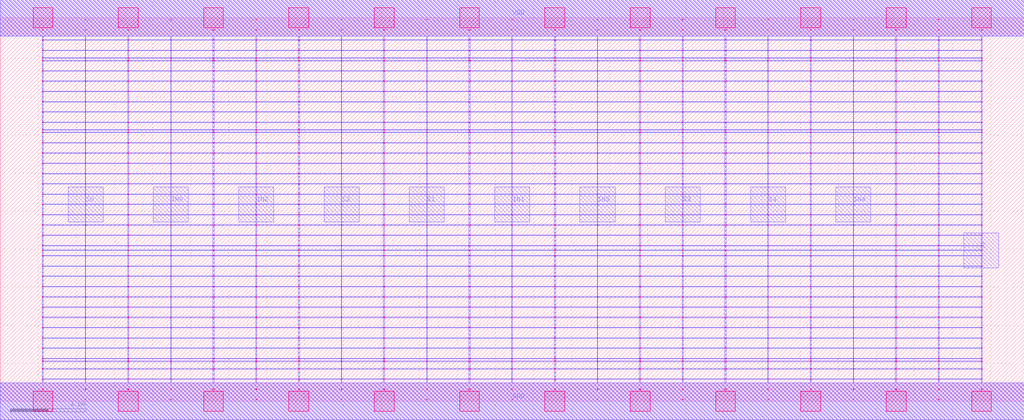
<source format=lef>
MACRO MUX5_DEBUG
 CLASS CORE ;
 FOREIGN MUX5_DEBUG 0 0 ;
 SIZE 13.44 BY 5.04 ;
 ORIGIN 0 0 ;
 SYMMETRY X Y R90 ;
 SITE unit ;
  PIN VDD
   DIRECTION INOUT ;
   USE SIGNAL ;
   SHAPE ABUTMENT ;
    PORT
     CLASS CORE ;
       LAYER met1 ;
        RECT 0.00000000 4.80000000 13.44000000 5.28000000 ;
       LAYER met2 ;
        RECT 0.00000000 4.80000000 13.44000000 5.28000000 ;
    END
  END VDD

  PIN GND
   DIRECTION INOUT ;
   USE SIGNAL ;
   SHAPE ABUTMENT ;
    PORT
     CLASS CORE ;
       LAYER met1 ;
        RECT 0.00000000 -0.24000000 13.44000000 0.24000000 ;
       LAYER met2 ;
        RECT 0.00000000 -0.24000000 13.44000000 0.24000000 ;
    END
  END GND

  PIN Z
   DIRECTION INOUT ;
   USE SIGNAL ;
   SHAPE ABUTMENT ;
    PORT
     CLASS CORE ;
       LAYER met2 ;
        RECT 12.65000000 1.75500000 13.11000000 2.21500000 ;
    END
  END Z

  PIN IN2
   DIRECTION INOUT ;
   USE SIGNAL ;
   SHAPE ABUTMENT ;
    PORT
     CLASS CORE ;
       LAYER met2 ;
        RECT 3.13000000 2.35700000 3.59000000 2.81700000 ;
    END
  END IN2

  PIN S2
   DIRECTION INOUT ;
   USE SIGNAL ;
   SHAPE ABUTMENT ;
    PORT
     CLASS CORE ;
       LAYER met2 ;
        RECT 4.25000000 2.35700000 4.71000000 2.81700000 ;
    END
  END S2

  PIN IN4
   DIRECTION INOUT ;
   USE SIGNAL ;
   SHAPE ABUTMENT ;
    PORT
     CLASS CORE ;
       LAYER met2 ;
        RECT 10.97000000 2.35700000 11.43000000 2.81700000 ;
    END
  END IN4

  PIN S4
   DIRECTION INOUT ;
   USE SIGNAL ;
   SHAPE ABUTMENT ;
    PORT
     CLASS CORE ;
       LAYER met2 ;
        RECT 9.85000000 2.35700000 10.31000000 2.81700000 ;
    END
  END S4

  PIN S0
   DIRECTION INOUT ;
   USE SIGNAL ;
   SHAPE ABUTMENT ;
    PORT
     CLASS CORE ;
       LAYER met2 ;
        RECT 0.89000000 2.35700000 1.35000000 2.81700000 ;
    END
  END S0

  PIN IN1
   DIRECTION INOUT ;
   USE SIGNAL ;
   SHAPE ABUTMENT ;
    PORT
     CLASS CORE ;
       LAYER met2 ;
        RECT 6.49000000 2.35700000 6.95000000 2.81700000 ;
    END
  END IN1

  PIN IN3
   DIRECTION INOUT ;
   USE SIGNAL ;
   SHAPE ABUTMENT ;
    PORT
     CLASS CORE ;
       LAYER met2 ;
        RECT 7.61000000 2.35700000 8.07000000 2.81700000 ;
    END
  END IN3

  PIN S3
   DIRECTION INOUT ;
   USE SIGNAL ;
   SHAPE ABUTMENT ;
    PORT
     CLASS CORE ;
       LAYER met2 ;
        RECT 8.73000000 2.35700000 9.19000000 2.81700000 ;
    END
  END S3

  PIN S1
   DIRECTION INOUT ;
   USE SIGNAL ;
   SHAPE ABUTMENT ;
    PORT
     CLASS CORE ;
       LAYER met2 ;
        RECT 5.37000000 2.35700000 5.83000000 2.81700000 ;
    END
  END S1

  PIN IN0
   DIRECTION INOUT ;
   USE SIGNAL ;
   SHAPE ABUTMENT ;
    PORT
     CLASS CORE ;
       LAYER met2 ;
        RECT 2.01000000 2.35700000 2.47000000 2.81700000 ;
    END
  END IN0

 OBS
    LAYER polycont ;
     RECT 0.55100000 2.58300000 0.56400000 2.59100000 ;
     RECT 1.11600000 2.58300000 1.12400000 2.59100000 ;
     RECT 1.67100000 2.58300000 1.68900000 2.59100000 ;
     RECT 2.23600000 2.58300000 2.24400000 2.59100000 ;
     RECT 2.79100000 2.58300000 2.80900000 2.59100000 ;
     RECT 3.35600000 2.58300000 3.36400000 2.59100000 ;
     RECT 3.91100000 2.58300000 3.92900000 2.59100000 ;
     RECT 4.47600000 2.58300000 4.48400000 2.59100000 ;
     RECT 5.03100000 2.58300000 5.04900000 2.59100000 ;
     RECT 5.59600000 2.58300000 5.60400000 2.59100000 ;
     RECT 6.15100000 2.58300000 6.16900000 2.59100000 ;
     RECT 6.71600000 2.58300000 6.72400000 2.59100000 ;
     RECT 7.27100000 2.58300000 7.28900000 2.59100000 ;
     RECT 7.83600000 2.58300000 7.84400000 2.59100000 ;
     RECT 8.39100000 2.58300000 8.40900000 2.59100000 ;
     RECT 8.95600000 2.58300000 8.96400000 2.59100000 ;
     RECT 9.51100000 2.58300000 9.52900000 2.59100000 ;
     RECT 10.07600000 2.58300000 10.08400000 2.59100000 ;
     RECT 10.63100000 2.58300000 10.64900000 2.59100000 ;
     RECT 11.19600000 2.58300000 11.20400000 2.59100000 ;
     RECT 11.75100000 2.58300000 11.76900000 2.59100000 ;
     RECT 12.31600000 2.58300000 12.32400000 2.59100000 ;
     RECT 12.87600000 2.58300000 12.88900000 2.59100000 ;
     RECT 0.55100000 2.71800000 0.56400000 2.72600000 ;
     RECT 1.11600000 2.71800000 1.12400000 2.72600000 ;
     RECT 1.67100000 2.71800000 1.68900000 2.72600000 ;
     RECT 2.23600000 2.71800000 2.24400000 2.72600000 ;
     RECT 2.79100000 2.71800000 2.80900000 2.72600000 ;
     RECT 3.35600000 2.71800000 3.36400000 2.72600000 ;
     RECT 3.91100000 2.71800000 3.92900000 2.72600000 ;
     RECT 4.47600000 2.71800000 4.48400000 2.72600000 ;
     RECT 5.03100000 2.71800000 5.04900000 2.72600000 ;
     RECT 5.59600000 2.71800000 5.60400000 2.72600000 ;
     RECT 6.15100000 2.71800000 6.16900000 2.72600000 ;
     RECT 6.71600000 2.71800000 6.72400000 2.72600000 ;
     RECT 7.27100000 2.71800000 7.28900000 2.72600000 ;
     RECT 7.83600000 2.71800000 7.84400000 2.72600000 ;
     RECT 8.39100000 2.71800000 8.40900000 2.72600000 ;
     RECT 8.95600000 2.71800000 8.96400000 2.72600000 ;
     RECT 9.51100000 2.71800000 9.52900000 2.72600000 ;
     RECT 10.07600000 2.71800000 10.08400000 2.72600000 ;
     RECT 10.63100000 2.71800000 10.64900000 2.72600000 ;
     RECT 11.19600000 2.71800000 11.20400000 2.72600000 ;
     RECT 11.75100000 2.71800000 11.76900000 2.72600000 ;
     RECT 12.31600000 2.71800000 12.32400000 2.72600000 ;
     RECT 12.87600000 2.71800000 12.88900000 2.72600000 ;
     RECT 0.55100000 2.85300000 0.56400000 2.86100000 ;
     RECT 1.11600000 2.85300000 1.12400000 2.86100000 ;
     RECT 1.67100000 2.85300000 1.68900000 2.86100000 ;
     RECT 2.23600000 2.85300000 2.24400000 2.86100000 ;
     RECT 2.79100000 2.85300000 2.80900000 2.86100000 ;
     RECT 3.35600000 2.85300000 3.36400000 2.86100000 ;
     RECT 3.91100000 2.85300000 3.92900000 2.86100000 ;
     RECT 4.47600000 2.85300000 4.48400000 2.86100000 ;
     RECT 5.03100000 2.85300000 5.04900000 2.86100000 ;
     RECT 5.59600000 2.85300000 5.60400000 2.86100000 ;
     RECT 6.15100000 2.85300000 6.16900000 2.86100000 ;
     RECT 6.71600000 2.85300000 6.72400000 2.86100000 ;
     RECT 7.27100000 2.85300000 7.28900000 2.86100000 ;
     RECT 7.83600000 2.85300000 7.84400000 2.86100000 ;
     RECT 8.39100000 2.85300000 8.40900000 2.86100000 ;
     RECT 8.95600000 2.85300000 8.96400000 2.86100000 ;
     RECT 9.51100000 2.85300000 9.52900000 2.86100000 ;
     RECT 10.07600000 2.85300000 10.08400000 2.86100000 ;
     RECT 10.63100000 2.85300000 10.64900000 2.86100000 ;
     RECT 11.19600000 2.85300000 11.20400000 2.86100000 ;
     RECT 11.75100000 2.85300000 11.76900000 2.86100000 ;
     RECT 12.31600000 2.85300000 12.32400000 2.86100000 ;
     RECT 12.87600000 2.85300000 12.88900000 2.86100000 ;
     RECT 0.55100000 2.98800000 0.56400000 2.99600000 ;
     RECT 1.11600000 2.98800000 1.12400000 2.99600000 ;
     RECT 1.67100000 2.98800000 1.68900000 2.99600000 ;
     RECT 2.23600000 2.98800000 2.24400000 2.99600000 ;
     RECT 2.79100000 2.98800000 2.80900000 2.99600000 ;
     RECT 3.35600000 2.98800000 3.36400000 2.99600000 ;
     RECT 3.91100000 2.98800000 3.92900000 2.99600000 ;
     RECT 4.47600000 2.98800000 4.48400000 2.99600000 ;
     RECT 5.03100000 2.98800000 5.04900000 2.99600000 ;
     RECT 5.59600000 2.98800000 5.60400000 2.99600000 ;
     RECT 6.15100000 2.98800000 6.16900000 2.99600000 ;
     RECT 6.71600000 2.98800000 6.72400000 2.99600000 ;
     RECT 7.27100000 2.98800000 7.28900000 2.99600000 ;
     RECT 7.83600000 2.98800000 7.84400000 2.99600000 ;
     RECT 8.39100000 2.98800000 8.40900000 2.99600000 ;
     RECT 8.95600000 2.98800000 8.96400000 2.99600000 ;
     RECT 9.51100000 2.98800000 9.52900000 2.99600000 ;
     RECT 10.07600000 2.98800000 10.08400000 2.99600000 ;
     RECT 10.63100000 2.98800000 10.64900000 2.99600000 ;
     RECT 11.19600000 2.98800000 11.20400000 2.99600000 ;
     RECT 11.75100000 2.98800000 11.76900000 2.99600000 ;
     RECT 12.31600000 2.98800000 12.32400000 2.99600000 ;
     RECT 12.87600000 2.98800000 12.88900000 2.99600000 ;

    LAYER pdiffc ;
     RECT 0.55100000 3.39300000 0.55900000 3.40100000 ;
     RECT 12.88100000 3.39300000 12.88900000 3.40100000 ;
     RECT 0.55100000 3.52800000 0.55900000 3.53600000 ;
     RECT 12.88100000 3.52800000 12.88900000 3.53600000 ;
     RECT 0.55100000 3.56100000 0.55900000 3.56900000 ;
     RECT 12.88100000 3.56100000 12.88900000 3.56900000 ;
     RECT 0.55100000 3.66300000 0.55900000 3.67100000 ;
     RECT 12.88100000 3.66300000 12.88900000 3.67100000 ;
     RECT 0.55100000 3.79800000 0.55900000 3.80600000 ;
     RECT 12.88100000 3.79800000 12.88900000 3.80600000 ;
     RECT 0.55100000 3.93300000 0.55900000 3.94100000 ;
     RECT 12.88100000 3.93300000 12.88900000 3.94100000 ;
     RECT 0.55100000 4.06800000 0.55900000 4.07600000 ;
     RECT 12.88100000 4.06800000 12.88900000 4.07600000 ;
     RECT 0.55100000 4.20300000 0.55900000 4.21100000 ;
     RECT 12.88100000 4.20300000 12.88900000 4.21100000 ;
     RECT 0.55100000 4.33800000 0.55900000 4.34600000 ;
     RECT 12.88100000 4.33800000 12.88900000 4.34600000 ;
     RECT 0.55100000 4.47300000 0.55900000 4.48100000 ;
     RECT 12.88100000 4.47300000 12.88900000 4.48100000 ;
     RECT 0.55100000 4.51100000 0.55900000 4.51900000 ;
     RECT 12.88100000 4.51100000 12.88900000 4.51900000 ;
     RECT 0.55100000 4.60800000 0.55900000 4.61600000 ;
     RECT 12.88100000 4.60800000 12.88900000 4.61600000 ;

    LAYER ndiffc ;
     RECT 7.27100000 0.42300000 7.28900000 0.43100000 ;
     RECT 8.39100000 0.42300000 8.40900000 0.43100000 ;
     RECT 9.51100000 0.42300000 9.52900000 0.43100000 ;
     RECT 10.63100000 0.42300000 10.64900000 0.43100000 ;
     RECT 11.75100000 0.42300000 11.76900000 0.43100000 ;
     RECT 12.87600000 0.42300000 12.88900000 0.43100000 ;
     RECT 7.27100000 0.52100000 7.28900000 0.52900000 ;
     RECT 8.39100000 0.52100000 8.40900000 0.52900000 ;
     RECT 9.51100000 0.52100000 9.52900000 0.52900000 ;
     RECT 10.63100000 0.52100000 10.64900000 0.52900000 ;
     RECT 11.75100000 0.52100000 11.76900000 0.52900000 ;
     RECT 12.87600000 0.52100000 12.88900000 0.52900000 ;
     RECT 7.27100000 0.55800000 7.28900000 0.56600000 ;
     RECT 8.39100000 0.55800000 8.40900000 0.56600000 ;
     RECT 9.51100000 0.55800000 9.52900000 0.56600000 ;
     RECT 10.63100000 0.55800000 10.64900000 0.56600000 ;
     RECT 11.75100000 0.55800000 11.76900000 0.56600000 ;
     RECT 12.87600000 0.55800000 12.88900000 0.56600000 ;
     RECT 7.27100000 0.69300000 7.28900000 0.70100000 ;
     RECT 8.39100000 0.69300000 8.40900000 0.70100000 ;
     RECT 9.51100000 0.69300000 9.52900000 0.70100000 ;
     RECT 10.63100000 0.69300000 10.64900000 0.70100000 ;
     RECT 11.75100000 0.69300000 11.76900000 0.70100000 ;
     RECT 12.87600000 0.69300000 12.88900000 0.70100000 ;
     RECT 7.27100000 0.82800000 7.28900000 0.83600000 ;
     RECT 8.39100000 0.82800000 8.40900000 0.83600000 ;
     RECT 9.51100000 0.82800000 9.52900000 0.83600000 ;
     RECT 10.63100000 0.82800000 10.64900000 0.83600000 ;
     RECT 11.75100000 0.82800000 11.76900000 0.83600000 ;
     RECT 12.87600000 0.82800000 12.88900000 0.83600000 ;
     RECT 7.27100000 0.96300000 7.28900000 0.97100000 ;
     RECT 8.39100000 0.96300000 8.40900000 0.97100000 ;
     RECT 9.51100000 0.96300000 9.52900000 0.97100000 ;
     RECT 10.63100000 0.96300000 10.64900000 0.97100000 ;
     RECT 11.75100000 0.96300000 11.76900000 0.97100000 ;
     RECT 12.87600000 0.96300000 12.88900000 0.97100000 ;
     RECT 7.27100000 1.09800000 7.28900000 1.10600000 ;
     RECT 8.39100000 1.09800000 8.40900000 1.10600000 ;
     RECT 9.51100000 1.09800000 9.52900000 1.10600000 ;
     RECT 10.63100000 1.09800000 10.64900000 1.10600000 ;
     RECT 11.75100000 1.09800000 11.76900000 1.10600000 ;
     RECT 12.87600000 1.09800000 12.88900000 1.10600000 ;
     RECT 7.27100000 1.23300000 7.28900000 1.24100000 ;
     RECT 8.39100000 1.23300000 8.40900000 1.24100000 ;
     RECT 9.51100000 1.23300000 9.52900000 1.24100000 ;
     RECT 10.63100000 1.23300000 10.64900000 1.24100000 ;
     RECT 11.75100000 1.23300000 11.76900000 1.24100000 ;
     RECT 12.87600000 1.23300000 12.88900000 1.24100000 ;
     RECT 7.27100000 1.36800000 7.28900000 1.37600000 ;
     RECT 8.39100000 1.36800000 8.40900000 1.37600000 ;
     RECT 9.51100000 1.36800000 9.52900000 1.37600000 ;
     RECT 10.63100000 1.36800000 10.64900000 1.37600000 ;
     RECT 11.75100000 1.36800000 11.76900000 1.37600000 ;
     RECT 12.87600000 1.36800000 12.88900000 1.37600000 ;
     RECT 7.27100000 1.50300000 7.28900000 1.51100000 ;
     RECT 8.39100000 1.50300000 8.40900000 1.51100000 ;
     RECT 9.51100000 1.50300000 9.52900000 1.51100000 ;
     RECT 10.63100000 1.50300000 10.64900000 1.51100000 ;
     RECT 11.75100000 1.50300000 11.76900000 1.51100000 ;
     RECT 12.87600000 1.50300000 12.88900000 1.51100000 ;
     RECT 7.27100000 1.63800000 7.28900000 1.64600000 ;
     RECT 8.39100000 1.63800000 8.40900000 1.64600000 ;
     RECT 9.51100000 1.63800000 9.52900000 1.64600000 ;
     RECT 10.63100000 1.63800000 10.64900000 1.64600000 ;
     RECT 11.75100000 1.63800000 11.76900000 1.64600000 ;
     RECT 12.87600000 1.63800000 12.88900000 1.64600000 ;
     RECT 7.27100000 1.77300000 7.28900000 1.78100000 ;
     RECT 8.39100000 1.77300000 8.40900000 1.78100000 ;
     RECT 9.51100000 1.77300000 9.52900000 1.78100000 ;
     RECT 10.63100000 1.77300000 10.64900000 1.78100000 ;
     RECT 11.75100000 1.77300000 11.76900000 1.78100000 ;
     RECT 12.87600000 1.77300000 12.88900000 1.78100000 ;
     RECT 7.27100000 1.90800000 7.28900000 1.91600000 ;
     RECT 8.39100000 1.90800000 8.40900000 1.91600000 ;
     RECT 9.51100000 1.90800000 9.52900000 1.91600000 ;
     RECT 10.63100000 1.90800000 10.64900000 1.91600000 ;
     RECT 11.75100000 1.90800000 11.76900000 1.91600000 ;
     RECT 12.87600000 1.90800000 12.88900000 1.91600000 ;
     RECT 7.27100000 1.98100000 7.28900000 1.98900000 ;
     RECT 8.39100000 1.98100000 8.40900000 1.98900000 ;
     RECT 9.51100000 1.98100000 9.52900000 1.98900000 ;
     RECT 10.63100000 1.98100000 10.64900000 1.98900000 ;
     RECT 11.75100000 1.98100000 11.76900000 1.98900000 ;
     RECT 12.87600000 1.98100000 12.88900000 1.98900000 ;
     RECT 7.27100000 2.04300000 7.28900000 2.05100000 ;
     RECT 8.39100000 2.04300000 8.40900000 2.05100000 ;
     RECT 9.51100000 2.04300000 9.52900000 2.05100000 ;
     RECT 10.63100000 2.04300000 10.64900000 2.05100000 ;
     RECT 11.75100000 2.04300000 11.76900000 2.05100000 ;
     RECT 12.87600000 2.04300000 12.88900000 2.05100000 ;
     RECT 0.55100000 0.42300000 0.56400000 0.43100000 ;
     RECT 1.67100000 0.42300000 1.68900000 0.43100000 ;
     RECT 2.79100000 0.42300000 2.80900000 0.43100000 ;
     RECT 3.91100000 0.42300000 3.92900000 0.43100000 ;
     RECT 5.03100000 0.42300000 5.04900000 0.43100000 ;
     RECT 6.15100000 0.42300000 6.16900000 0.43100000 ;
     RECT 0.55100000 1.36800000 0.56400000 1.37600000 ;
     RECT 1.67100000 1.36800000 1.68900000 1.37600000 ;
     RECT 2.79100000 1.36800000 2.80900000 1.37600000 ;
     RECT 3.91100000 1.36800000 3.92900000 1.37600000 ;
     RECT 5.03100000 1.36800000 5.04900000 1.37600000 ;
     RECT 6.15100000 1.36800000 6.16900000 1.37600000 ;
     RECT 0.55100000 0.82800000 0.56400000 0.83600000 ;
     RECT 1.67100000 0.82800000 1.68900000 0.83600000 ;
     RECT 2.79100000 0.82800000 2.80900000 0.83600000 ;
     RECT 3.91100000 0.82800000 3.92900000 0.83600000 ;
     RECT 5.03100000 0.82800000 5.04900000 0.83600000 ;
     RECT 6.15100000 0.82800000 6.16900000 0.83600000 ;
     RECT 0.55100000 1.50300000 0.56400000 1.51100000 ;
     RECT 1.67100000 1.50300000 1.68900000 1.51100000 ;
     RECT 2.79100000 1.50300000 2.80900000 1.51100000 ;
     RECT 3.91100000 1.50300000 3.92900000 1.51100000 ;
     RECT 5.03100000 1.50300000 5.04900000 1.51100000 ;
     RECT 6.15100000 1.50300000 6.16900000 1.51100000 ;
     RECT 0.55100000 0.55800000 0.56400000 0.56600000 ;
     RECT 1.67100000 0.55800000 1.68900000 0.56600000 ;
     RECT 2.79100000 0.55800000 2.80900000 0.56600000 ;
     RECT 3.91100000 0.55800000 3.92900000 0.56600000 ;
     RECT 5.03100000 0.55800000 5.04900000 0.56600000 ;
     RECT 6.15100000 0.55800000 6.16900000 0.56600000 ;
     RECT 0.55100000 1.63800000 0.56400000 1.64600000 ;
     RECT 1.67100000 1.63800000 1.68900000 1.64600000 ;
     RECT 2.79100000 1.63800000 2.80900000 1.64600000 ;
     RECT 3.91100000 1.63800000 3.92900000 1.64600000 ;
     RECT 5.03100000 1.63800000 5.04900000 1.64600000 ;
     RECT 6.15100000 1.63800000 6.16900000 1.64600000 ;
     RECT 0.55100000 0.96300000 0.56400000 0.97100000 ;
     RECT 1.67100000 0.96300000 1.68900000 0.97100000 ;
     RECT 2.79100000 0.96300000 2.80900000 0.97100000 ;
     RECT 3.91100000 0.96300000 3.92900000 0.97100000 ;
     RECT 5.03100000 0.96300000 5.04900000 0.97100000 ;
     RECT 6.15100000 0.96300000 6.16900000 0.97100000 ;
     RECT 0.55100000 1.77300000 0.56400000 1.78100000 ;
     RECT 1.67100000 1.77300000 1.68900000 1.78100000 ;
     RECT 2.79100000 1.77300000 2.80900000 1.78100000 ;
     RECT 3.91100000 1.77300000 3.92900000 1.78100000 ;
     RECT 5.03100000 1.77300000 5.04900000 1.78100000 ;
     RECT 6.15100000 1.77300000 6.16900000 1.78100000 ;
     RECT 0.55100000 0.52100000 0.56400000 0.52900000 ;
     RECT 1.67100000 0.52100000 1.68900000 0.52900000 ;
     RECT 2.79100000 0.52100000 2.80900000 0.52900000 ;
     RECT 3.91100000 0.52100000 3.92900000 0.52900000 ;
     RECT 5.03100000 0.52100000 5.04900000 0.52900000 ;
     RECT 6.15100000 0.52100000 6.16900000 0.52900000 ;
     RECT 0.55100000 1.90800000 0.56400000 1.91600000 ;
     RECT 1.67100000 1.90800000 1.68900000 1.91600000 ;
     RECT 2.79100000 1.90800000 2.80900000 1.91600000 ;
     RECT 3.91100000 1.90800000 3.92900000 1.91600000 ;
     RECT 5.03100000 1.90800000 5.04900000 1.91600000 ;
     RECT 6.15100000 1.90800000 6.16900000 1.91600000 ;
     RECT 0.55100000 1.09800000 0.56400000 1.10600000 ;
     RECT 1.67100000 1.09800000 1.68900000 1.10600000 ;
     RECT 2.79100000 1.09800000 2.80900000 1.10600000 ;
     RECT 3.91100000 1.09800000 3.92900000 1.10600000 ;
     RECT 5.03100000 1.09800000 5.04900000 1.10600000 ;
     RECT 6.15100000 1.09800000 6.16900000 1.10600000 ;
     RECT 0.55100000 1.98100000 0.56400000 1.98900000 ;
     RECT 1.67100000 1.98100000 1.68900000 1.98900000 ;
     RECT 2.79100000 1.98100000 2.80900000 1.98900000 ;
     RECT 3.91100000 1.98100000 3.92900000 1.98900000 ;
     RECT 5.03100000 1.98100000 5.04900000 1.98900000 ;
     RECT 6.15100000 1.98100000 6.16900000 1.98900000 ;
     RECT 0.55100000 0.69300000 0.56400000 0.70100000 ;
     RECT 1.67100000 0.69300000 1.68900000 0.70100000 ;
     RECT 2.79100000 0.69300000 2.80900000 0.70100000 ;
     RECT 3.91100000 0.69300000 3.92900000 0.70100000 ;
     RECT 5.03100000 0.69300000 5.04900000 0.70100000 ;
     RECT 6.15100000 0.69300000 6.16900000 0.70100000 ;
     RECT 0.55100000 2.04300000 0.56400000 2.05100000 ;
     RECT 1.67100000 2.04300000 1.68900000 2.05100000 ;
     RECT 2.79100000 2.04300000 2.80900000 2.05100000 ;
     RECT 3.91100000 2.04300000 3.92900000 2.05100000 ;
     RECT 5.03100000 2.04300000 5.04900000 2.05100000 ;
     RECT 6.15100000 2.04300000 6.16900000 2.05100000 ;
     RECT 0.55100000 1.23300000 0.56400000 1.24100000 ;
     RECT 1.67100000 1.23300000 1.68900000 1.24100000 ;
     RECT 2.79100000 1.23300000 2.80900000 1.24100000 ;
     RECT 3.91100000 1.23300000 3.92900000 1.24100000 ;
     RECT 5.03100000 1.23300000 5.04900000 1.24100000 ;
     RECT 6.15100000 1.23300000 6.16900000 1.24100000 ;

    LAYER met1 ;
     RECT 0.00000000 -0.24000000 13.44000000 0.24000000 ;
     RECT 6.71600000 0.24000000 6.72400000 0.28800000 ;
     RECT 0.55100000 0.28800000 12.88900000 0.29600000 ;
     RECT 6.71600000 0.29600000 6.72400000 0.42300000 ;
     RECT 0.55100000 0.42300000 12.88900000 0.43100000 ;
     RECT 6.71600000 0.43100000 6.72400000 0.52100000 ;
     RECT 0.55100000 0.52100000 12.88900000 0.52900000 ;
     RECT 6.71600000 0.52900000 6.72400000 0.55800000 ;
     RECT 0.55100000 0.55800000 12.88900000 0.56600000 ;
     RECT 6.71600000 0.56600000 6.72400000 0.69300000 ;
     RECT 0.55100000 0.69300000 12.88900000 0.70100000 ;
     RECT 6.71600000 0.70100000 6.72400000 0.82800000 ;
     RECT 0.55100000 0.82800000 12.88900000 0.83600000 ;
     RECT 6.71600000 0.83600000 6.72400000 0.96300000 ;
     RECT 0.55100000 0.96300000 12.88900000 0.97100000 ;
     RECT 6.71600000 0.97100000 6.72400000 1.09800000 ;
     RECT 0.55100000 1.09800000 12.88900000 1.10600000 ;
     RECT 6.71600000 1.10600000 6.72400000 1.23300000 ;
     RECT 0.55100000 1.23300000 12.88900000 1.24100000 ;
     RECT 6.71600000 1.24100000 6.72400000 1.36800000 ;
     RECT 0.55100000 1.36800000 12.88900000 1.37600000 ;
     RECT 6.71600000 1.37600000 6.72400000 1.50300000 ;
     RECT 0.55100000 1.50300000 12.88900000 1.51100000 ;
     RECT 6.71600000 1.51100000 6.72400000 1.63800000 ;
     RECT 0.55100000 1.63800000 12.88900000 1.64600000 ;
     RECT 6.71600000 1.64600000 6.72400000 1.77300000 ;
     RECT 0.55100000 1.77300000 12.88900000 1.78100000 ;
     RECT 6.71600000 1.78100000 6.72400000 1.90800000 ;
     RECT 0.55100000 1.90800000 12.88900000 1.91600000 ;
     RECT 6.71600000 1.91600000 6.72400000 1.98100000 ;
     RECT 0.55100000 1.98100000 12.88900000 1.98900000 ;
     RECT 6.71600000 1.98900000 6.72400000 2.04300000 ;
     RECT 0.55100000 2.04300000 12.88900000 2.05100000 ;
     RECT 6.71600000 2.05100000 6.72400000 2.17800000 ;
     RECT 0.55100000 2.17800000 12.88900000 2.18600000 ;
     RECT 6.71600000 2.18600000 6.72400000 2.31300000 ;
     RECT 0.55100000 2.31300000 12.88900000 2.32100000 ;
     RECT 6.71600000 2.32100000 6.72400000 2.44800000 ;
     RECT 0.55100000 2.44800000 12.88900000 2.45600000 ;
     RECT 0.55100000 2.45600000 0.56400000 2.58300000 ;
     RECT 1.11600000 2.45600000 1.12400000 2.58300000 ;
     RECT 1.67100000 2.45600000 1.68900000 2.58300000 ;
     RECT 2.23600000 2.45600000 2.24400000 2.58300000 ;
     RECT 2.79100000 2.45600000 2.80900000 2.58300000 ;
     RECT 3.35600000 2.45600000 3.36400000 2.58300000 ;
     RECT 3.91100000 2.45600000 3.92900000 2.58300000 ;
     RECT 4.47600000 2.45600000 4.48400000 2.58300000 ;
     RECT 5.03100000 2.45600000 5.04900000 2.58300000 ;
     RECT 5.59600000 2.45600000 5.60400000 2.58300000 ;
     RECT 6.15100000 2.45600000 6.16900000 2.58300000 ;
     RECT 6.71600000 2.45600000 6.72400000 2.58300000 ;
     RECT 7.27100000 2.45600000 7.28900000 2.58300000 ;
     RECT 7.83600000 2.45600000 7.84400000 2.58300000 ;
     RECT 8.39100000 2.45600000 8.40900000 2.58300000 ;
     RECT 8.95600000 2.45600000 8.96400000 2.58300000 ;
     RECT 9.51100000 2.45600000 9.52900000 2.58300000 ;
     RECT 10.07600000 2.45600000 10.08400000 2.58300000 ;
     RECT 10.63100000 2.45600000 10.64900000 2.58300000 ;
     RECT 11.19600000 2.45600000 11.20400000 2.58300000 ;
     RECT 11.75100000 2.45600000 11.76900000 2.58300000 ;
     RECT 12.31600000 2.45600000 12.32400000 2.58300000 ;
     RECT 12.87600000 2.45600000 12.88900000 2.58300000 ;
     RECT 0.55100000 2.58300000 12.88900000 2.59100000 ;
     RECT 6.71600000 2.59100000 6.72400000 2.71800000 ;
     RECT 0.55100000 2.71800000 12.88900000 2.72600000 ;
     RECT 6.71600000 2.72600000 6.72400000 2.85300000 ;
     RECT 0.55100000 2.85300000 12.88900000 2.86100000 ;
     RECT 6.71600000 2.86100000 6.72400000 2.98800000 ;
     RECT 0.55100000 2.98800000 12.88900000 2.99600000 ;
     RECT 6.71600000 2.99600000 6.72400000 3.12300000 ;
     RECT 0.55100000 3.12300000 12.88900000 3.13100000 ;
     RECT 6.71600000 3.13100000 6.72400000 3.25800000 ;
     RECT 0.55100000 3.25800000 12.88900000 3.26600000 ;
     RECT 6.71600000 3.26600000 6.72400000 3.39300000 ;
     RECT 0.55100000 3.39300000 12.88900000 3.40100000 ;
     RECT 6.71600000 3.40100000 6.72400000 3.52800000 ;
     RECT 0.55100000 3.52800000 12.88900000 3.53600000 ;
     RECT 6.71600000 3.53600000 6.72400000 3.56100000 ;
     RECT 0.55100000 3.56100000 12.88900000 3.56900000 ;
     RECT 6.71600000 3.56900000 6.72400000 3.66300000 ;
     RECT 0.55100000 3.66300000 12.88900000 3.67100000 ;
     RECT 6.71600000 3.67100000 6.72400000 3.79800000 ;
     RECT 0.55100000 3.79800000 12.88900000 3.80600000 ;
     RECT 6.71600000 3.80600000 6.72400000 3.93300000 ;
     RECT 0.55100000 3.93300000 12.88900000 3.94100000 ;
     RECT 6.71600000 3.94100000 6.72400000 4.06800000 ;
     RECT 0.55100000 4.06800000 12.88900000 4.07600000 ;
     RECT 6.71600000 4.07600000 6.72400000 4.20300000 ;
     RECT 0.55100000 4.20300000 12.88900000 4.21100000 ;
     RECT 6.71600000 4.21100000 6.72400000 4.33800000 ;
     RECT 0.55100000 4.33800000 12.88900000 4.34600000 ;
     RECT 6.71600000 4.34600000 6.72400000 4.47300000 ;
     RECT 0.55100000 4.47300000 12.88900000 4.48100000 ;
     RECT 6.71600000 4.48100000 6.72400000 4.51100000 ;
     RECT 0.55100000 4.51100000 12.88900000 4.51900000 ;
     RECT 6.71600000 4.51900000 6.72400000 4.60800000 ;
     RECT 0.55100000 4.60800000 12.88900000 4.61600000 ;
     RECT 6.71600000 4.61600000 6.72400000 4.74300000 ;
     RECT 0.55100000 4.74300000 12.88900000 4.75100000 ;
     RECT 6.71600000 4.75100000 6.72400000 4.80000000 ;
     RECT 0.00000000 4.80000000 13.44000000 5.28000000 ;
     RECT 10.07600000 2.59100000 10.08400000 2.71800000 ;
     RECT 10.07600000 2.99600000 10.08400000 3.12300000 ;
     RECT 10.07600000 3.13100000 10.08400000 3.25800000 ;
     RECT 10.07600000 3.26600000 10.08400000 3.39300000 ;
     RECT 10.07600000 3.40100000 10.08400000 3.52800000 ;
     RECT 10.07600000 3.53600000 10.08400000 3.56100000 ;
     RECT 10.07600000 3.56900000 10.08400000 3.66300000 ;
     RECT 10.07600000 3.67100000 10.08400000 3.79800000 ;
     RECT 10.07600000 2.72600000 10.08400000 2.85300000 ;
     RECT 7.27100000 3.80600000 7.28900000 3.93300000 ;
     RECT 7.83600000 3.80600000 7.84400000 3.93300000 ;
     RECT 8.39100000 3.80600000 8.40900000 3.93300000 ;
     RECT 8.95600000 3.80600000 8.96400000 3.93300000 ;
     RECT 9.51100000 3.80600000 9.52900000 3.93300000 ;
     RECT 10.07600000 3.80600000 10.08400000 3.93300000 ;
     RECT 10.63100000 3.80600000 10.64900000 3.93300000 ;
     RECT 11.19600000 3.80600000 11.20400000 3.93300000 ;
     RECT 11.75100000 3.80600000 11.76900000 3.93300000 ;
     RECT 12.31600000 3.80600000 12.32400000 3.93300000 ;
     RECT 12.87600000 3.80600000 12.88900000 3.93300000 ;
     RECT 10.07600000 3.94100000 10.08400000 4.06800000 ;
     RECT 10.07600000 4.07600000 10.08400000 4.20300000 ;
     RECT 10.07600000 4.21100000 10.08400000 4.33800000 ;
     RECT 10.07600000 4.34600000 10.08400000 4.47300000 ;
     RECT 10.07600000 4.48100000 10.08400000 4.51100000 ;
     RECT 10.07600000 2.86100000 10.08400000 2.98800000 ;
     RECT 10.07600000 4.51900000 10.08400000 4.60800000 ;
     RECT 10.07600000 4.61600000 10.08400000 4.74300000 ;
     RECT 10.07600000 4.75100000 10.08400000 4.80000000 ;
     RECT 11.75100000 4.07600000 11.76900000 4.20300000 ;
     RECT 12.31600000 4.07600000 12.32400000 4.20300000 ;
     RECT 12.87600000 4.07600000 12.88900000 4.20300000 ;
     RECT 11.19600000 3.94100000 11.20400000 4.06800000 ;
     RECT 10.63100000 4.21100000 10.64900000 4.33800000 ;
     RECT 11.19600000 4.21100000 11.20400000 4.33800000 ;
     RECT 11.75100000 4.21100000 11.76900000 4.33800000 ;
     RECT 12.31600000 4.21100000 12.32400000 4.33800000 ;
     RECT 12.87600000 4.21100000 12.88900000 4.33800000 ;
     RECT 11.75100000 3.94100000 11.76900000 4.06800000 ;
     RECT 10.63100000 4.34600000 10.64900000 4.47300000 ;
     RECT 11.19600000 4.34600000 11.20400000 4.47300000 ;
     RECT 11.75100000 4.34600000 11.76900000 4.47300000 ;
     RECT 12.31600000 4.34600000 12.32400000 4.47300000 ;
     RECT 12.87600000 4.34600000 12.88900000 4.47300000 ;
     RECT 12.31600000 3.94100000 12.32400000 4.06800000 ;
     RECT 10.63100000 4.48100000 10.64900000 4.51100000 ;
     RECT 11.19600000 4.48100000 11.20400000 4.51100000 ;
     RECT 11.75100000 4.48100000 11.76900000 4.51100000 ;
     RECT 12.31600000 4.48100000 12.32400000 4.51100000 ;
     RECT 12.87600000 4.48100000 12.88900000 4.51100000 ;
     RECT 12.87600000 3.94100000 12.88900000 4.06800000 ;
     RECT 10.63100000 3.94100000 10.64900000 4.06800000 ;
     RECT 10.63100000 4.51900000 10.64900000 4.60800000 ;
     RECT 11.19600000 4.51900000 11.20400000 4.60800000 ;
     RECT 11.75100000 4.51900000 11.76900000 4.60800000 ;
     RECT 12.31600000 4.51900000 12.32400000 4.60800000 ;
     RECT 12.87600000 4.51900000 12.88900000 4.60800000 ;
     RECT 10.63100000 4.07600000 10.64900000 4.20300000 ;
     RECT 10.63100000 4.61600000 10.64900000 4.74300000 ;
     RECT 11.19600000 4.61600000 11.20400000 4.74300000 ;
     RECT 11.75100000 4.61600000 11.76900000 4.74300000 ;
     RECT 12.31600000 4.61600000 12.32400000 4.74300000 ;
     RECT 12.87600000 4.61600000 12.88900000 4.74300000 ;
     RECT 11.19600000 4.07600000 11.20400000 4.20300000 ;
     RECT 10.63100000 4.75100000 10.64900000 4.80000000 ;
     RECT 11.19600000 4.75100000 11.20400000 4.80000000 ;
     RECT 11.75100000 4.75100000 11.76900000 4.80000000 ;
     RECT 12.31600000 4.75100000 12.32400000 4.80000000 ;
     RECT 12.87600000 4.75100000 12.88900000 4.80000000 ;
     RECT 8.39100000 4.21100000 8.40900000 4.33800000 ;
     RECT 8.95600000 4.21100000 8.96400000 4.33800000 ;
     RECT 9.51100000 4.21100000 9.52900000 4.33800000 ;
     RECT 7.83600000 4.07600000 7.84400000 4.20300000 ;
     RECT 8.39100000 4.07600000 8.40900000 4.20300000 ;
     RECT 8.95600000 4.07600000 8.96400000 4.20300000 ;
     RECT 9.51100000 4.07600000 9.52900000 4.20300000 ;
     RECT 7.27100000 4.51900000 7.28900000 4.60800000 ;
     RECT 7.83600000 4.51900000 7.84400000 4.60800000 ;
     RECT 8.39100000 4.51900000 8.40900000 4.60800000 ;
     RECT 8.95600000 4.51900000 8.96400000 4.60800000 ;
     RECT 9.51100000 4.51900000 9.52900000 4.60800000 ;
     RECT 7.83600000 3.94100000 7.84400000 4.06800000 ;
     RECT 8.39100000 3.94100000 8.40900000 4.06800000 ;
     RECT 7.27100000 4.34600000 7.28900000 4.47300000 ;
     RECT 7.83600000 4.34600000 7.84400000 4.47300000 ;
     RECT 8.39100000 4.34600000 8.40900000 4.47300000 ;
     RECT 8.95600000 4.34600000 8.96400000 4.47300000 ;
     RECT 7.27100000 4.61600000 7.28900000 4.74300000 ;
     RECT 7.83600000 4.61600000 7.84400000 4.74300000 ;
     RECT 8.39100000 4.61600000 8.40900000 4.74300000 ;
     RECT 8.95600000 4.61600000 8.96400000 4.74300000 ;
     RECT 9.51100000 4.61600000 9.52900000 4.74300000 ;
     RECT 9.51100000 4.34600000 9.52900000 4.47300000 ;
     RECT 8.95600000 3.94100000 8.96400000 4.06800000 ;
     RECT 9.51100000 3.94100000 9.52900000 4.06800000 ;
     RECT 7.27100000 3.94100000 7.28900000 4.06800000 ;
     RECT 7.27100000 4.07600000 7.28900000 4.20300000 ;
     RECT 7.27100000 4.21100000 7.28900000 4.33800000 ;
     RECT 7.27100000 4.75100000 7.28900000 4.80000000 ;
     RECT 7.83600000 4.75100000 7.84400000 4.80000000 ;
     RECT 8.39100000 4.75100000 8.40900000 4.80000000 ;
     RECT 8.95600000 4.75100000 8.96400000 4.80000000 ;
     RECT 9.51100000 4.75100000 9.52900000 4.80000000 ;
     RECT 7.83600000 4.21100000 7.84400000 4.33800000 ;
     RECT 7.27100000 4.48100000 7.28900000 4.51100000 ;
     RECT 7.83600000 4.48100000 7.84400000 4.51100000 ;
     RECT 8.39100000 4.48100000 8.40900000 4.51100000 ;
     RECT 8.95600000 4.48100000 8.96400000 4.51100000 ;
     RECT 9.51100000 4.48100000 9.52900000 4.51100000 ;
     RECT 7.83600000 2.99600000 7.84400000 3.12300000 ;
     RECT 7.27100000 2.59100000 7.28900000 2.71800000 ;
     RECT 8.39100000 2.86100000 8.40900000 2.98800000 ;
     RECT 8.95600000 2.86100000 8.96400000 2.98800000 ;
     RECT 7.27100000 3.40100000 7.28900000 3.52800000 ;
     RECT 7.83600000 3.40100000 7.84400000 3.52800000 ;
     RECT 8.39100000 3.40100000 8.40900000 3.52800000 ;
     RECT 8.95600000 3.40100000 8.96400000 3.52800000 ;
     RECT 9.51100000 3.40100000 9.52900000 3.52800000 ;
     RECT 8.39100000 2.99600000 8.40900000 3.12300000 ;
     RECT 7.83600000 2.59100000 7.84400000 2.71800000 ;
     RECT 7.27100000 2.72600000 7.28900000 2.85300000 ;
     RECT 7.27100000 3.53600000 7.28900000 3.56100000 ;
     RECT 7.83600000 3.53600000 7.84400000 3.56100000 ;
     RECT 8.39100000 3.53600000 8.40900000 3.56100000 ;
     RECT 9.51100000 2.86100000 9.52900000 2.98800000 ;
     RECT 8.95600000 3.53600000 8.96400000 3.56100000 ;
     RECT 9.51100000 3.53600000 9.52900000 3.56100000 ;
     RECT 8.95600000 2.99600000 8.96400000 3.12300000 ;
     RECT 7.83600000 2.72600000 7.84400000 2.85300000 ;
     RECT 8.39100000 2.72600000 8.40900000 2.85300000 ;
     RECT 7.27100000 3.56900000 7.28900000 3.66300000 ;
     RECT 7.83600000 3.56900000 7.84400000 3.66300000 ;
     RECT 8.39100000 3.56900000 8.40900000 3.66300000 ;
     RECT 8.95600000 3.56900000 8.96400000 3.66300000 ;
     RECT 9.51100000 3.56900000 9.52900000 3.66300000 ;
     RECT 8.39100000 2.59100000 8.40900000 2.71800000 ;
     RECT 8.95600000 2.59100000 8.96400000 2.71800000 ;
     RECT 9.51100000 2.99600000 9.52900000 3.12300000 ;
     RECT 8.95600000 2.72600000 8.96400000 2.85300000 ;
     RECT 9.51100000 2.72600000 9.52900000 2.85300000 ;
     RECT 7.27100000 3.67100000 7.28900000 3.79800000 ;
     RECT 7.83600000 3.67100000 7.84400000 3.79800000 ;
     RECT 8.39100000 3.67100000 8.40900000 3.79800000 ;
     RECT 8.95600000 3.67100000 8.96400000 3.79800000 ;
     RECT 9.51100000 3.67100000 9.52900000 3.79800000 ;
     RECT 9.51100000 2.59100000 9.52900000 2.71800000 ;
     RECT 7.27100000 3.13100000 7.28900000 3.25800000 ;
     RECT 7.83600000 3.13100000 7.84400000 3.25800000 ;
     RECT 7.27100000 2.86100000 7.28900000 2.98800000 ;
     RECT 7.83600000 2.86100000 7.84400000 2.98800000 ;
     RECT 8.39100000 3.13100000 8.40900000 3.25800000 ;
     RECT 8.95600000 3.13100000 8.96400000 3.25800000 ;
     RECT 9.51100000 3.13100000 9.52900000 3.25800000 ;
     RECT 7.27100000 2.99600000 7.28900000 3.12300000 ;
     RECT 7.27100000 3.26600000 7.28900000 3.39300000 ;
     RECT 7.83600000 3.26600000 7.84400000 3.39300000 ;
     RECT 8.39100000 3.26600000 8.40900000 3.39300000 ;
     RECT 8.95600000 3.26600000 8.96400000 3.39300000 ;
     RECT 9.51100000 3.26600000 9.52900000 3.39300000 ;
     RECT 10.63100000 3.13100000 10.64900000 3.25800000 ;
     RECT 11.19600000 3.13100000 11.20400000 3.25800000 ;
     RECT 10.63100000 3.56900000 10.64900000 3.66300000 ;
     RECT 12.31600000 2.72600000 12.32400000 2.85300000 ;
     RECT 12.87600000 2.72600000 12.88900000 2.85300000 ;
     RECT 11.19600000 3.56900000 11.20400000 3.66300000 ;
     RECT 11.75100000 3.56900000 11.76900000 3.66300000 ;
     RECT 12.31600000 3.56900000 12.32400000 3.66300000 ;
     RECT 12.87600000 3.56900000 12.88900000 3.66300000 ;
     RECT 11.75100000 3.13100000 11.76900000 3.25800000 ;
     RECT 12.31600000 3.13100000 12.32400000 3.25800000 ;
     RECT 12.87600000 3.13100000 12.88900000 3.25800000 ;
     RECT 11.75100000 2.59100000 11.76900000 2.71800000 ;
     RECT 10.63100000 3.40100000 10.64900000 3.52800000 ;
     RECT 11.19600000 3.40100000 11.20400000 3.52800000 ;
     RECT 11.75100000 3.40100000 11.76900000 3.52800000 ;
     RECT 12.31600000 3.40100000 12.32400000 3.52800000 ;
     RECT 10.63100000 3.67100000 10.64900000 3.79800000 ;
     RECT 11.19600000 3.67100000 11.20400000 3.79800000 ;
     RECT 11.75100000 3.67100000 11.76900000 3.79800000 ;
     RECT 12.31600000 3.67100000 12.32400000 3.79800000 ;
     RECT 12.87600000 3.67100000 12.88900000 3.79800000 ;
     RECT 12.87600000 3.40100000 12.88900000 3.52800000 ;
     RECT 10.63100000 2.86100000 10.64900000 2.98800000 ;
     RECT 11.19600000 2.86100000 11.20400000 2.98800000 ;
     RECT 10.63100000 2.72600000 10.64900000 2.85300000 ;
     RECT 12.31600000 2.59100000 12.32400000 2.71800000 ;
     RECT 11.19600000 2.59100000 11.20400000 2.71800000 ;
     RECT 10.63100000 2.99600000 10.64900000 3.12300000 ;
     RECT 11.19600000 2.99600000 11.20400000 3.12300000 ;
     RECT 11.75100000 2.99600000 11.76900000 3.12300000 ;
     RECT 12.31600000 2.99600000 12.32400000 3.12300000 ;
     RECT 12.87600000 2.99600000 12.88900000 3.12300000 ;
     RECT 10.63100000 3.26600000 10.64900000 3.39300000 ;
     RECT 10.63100000 3.53600000 10.64900000 3.56100000 ;
     RECT 11.19600000 3.53600000 11.20400000 3.56100000 ;
     RECT 11.75100000 2.86100000 11.76900000 2.98800000 ;
     RECT 12.31600000 2.86100000 12.32400000 2.98800000 ;
     RECT 11.75100000 3.53600000 11.76900000 3.56100000 ;
     RECT 11.19600000 2.72600000 11.20400000 2.85300000 ;
     RECT 11.75100000 2.72600000 11.76900000 2.85300000 ;
     RECT 12.31600000 3.53600000 12.32400000 3.56100000 ;
     RECT 12.87600000 3.53600000 12.88900000 3.56100000 ;
     RECT 11.19600000 3.26600000 11.20400000 3.39300000 ;
     RECT 11.75100000 3.26600000 11.76900000 3.39300000 ;
     RECT 12.31600000 3.26600000 12.32400000 3.39300000 ;
     RECT 12.87600000 3.26600000 12.88900000 3.39300000 ;
     RECT 12.87600000 2.59100000 12.88900000 2.71800000 ;
     RECT 10.63100000 2.59100000 10.64900000 2.71800000 ;
     RECT 12.87600000 2.86100000 12.88900000 2.98800000 ;
     RECT 4.47600000 3.80600000 4.48400000 3.93300000 ;
     RECT 5.03100000 3.80600000 5.04900000 3.93300000 ;
     RECT 5.59600000 3.80600000 5.60400000 3.93300000 ;
     RECT 6.15100000 3.80600000 6.16900000 3.93300000 ;
     RECT 3.35600000 2.59100000 3.36400000 2.71800000 ;
     RECT 3.35600000 3.94100000 3.36400000 4.06800000 ;
     RECT 3.35600000 2.99600000 3.36400000 3.12300000 ;
     RECT 3.35600000 3.40100000 3.36400000 3.52800000 ;
     RECT 3.35600000 4.07600000 3.36400000 4.20300000 ;
     RECT 3.35600000 4.21100000 3.36400000 4.33800000 ;
     RECT 3.35600000 3.53600000 3.36400000 3.56100000 ;
     RECT 3.35600000 4.34600000 3.36400000 4.47300000 ;
     RECT 3.35600000 3.13100000 3.36400000 3.25800000 ;
     RECT 3.35600000 4.48100000 3.36400000 4.51100000 ;
     RECT 3.35600000 3.56900000 3.36400000 3.66300000 ;
     RECT 3.35600000 2.86100000 3.36400000 2.98800000 ;
     RECT 3.35600000 4.51900000 3.36400000 4.60800000 ;
     RECT 3.35600000 4.61600000 3.36400000 4.74300000 ;
     RECT 3.35600000 3.67100000 3.36400000 3.79800000 ;
     RECT 3.35600000 2.72600000 3.36400000 2.85300000 ;
     RECT 3.35600000 4.75100000 3.36400000 4.80000000 ;
     RECT 3.35600000 3.26600000 3.36400000 3.39300000 ;
     RECT 0.55100000 3.80600000 0.56400000 3.93300000 ;
     RECT 1.11600000 3.80600000 1.12400000 3.93300000 ;
     RECT 1.67100000 3.80600000 1.68900000 3.93300000 ;
     RECT 2.23600000 3.80600000 2.24400000 3.93300000 ;
     RECT 2.79100000 3.80600000 2.80900000 3.93300000 ;
     RECT 3.35600000 3.80600000 3.36400000 3.93300000 ;
     RECT 3.91100000 3.80600000 3.92900000 3.93300000 ;
     RECT 5.03100000 4.34600000 5.04900000 4.47300000 ;
     RECT 5.59600000 4.34600000 5.60400000 4.47300000 ;
     RECT 6.15100000 4.34600000 6.16900000 4.47300000 ;
     RECT 4.47600000 3.94100000 4.48400000 4.06800000 ;
     RECT 5.03100000 3.94100000 5.04900000 4.06800000 ;
     RECT 3.91100000 4.48100000 3.92900000 4.51100000 ;
     RECT 4.47600000 4.48100000 4.48400000 4.51100000 ;
     RECT 5.03100000 4.48100000 5.04900000 4.51100000 ;
     RECT 5.59600000 4.48100000 5.60400000 4.51100000 ;
     RECT 6.15100000 4.48100000 6.16900000 4.51100000 ;
     RECT 3.91100000 4.07600000 3.92900000 4.20300000 ;
     RECT 4.47600000 4.07600000 4.48400000 4.20300000 ;
     RECT 5.03100000 4.07600000 5.04900000 4.20300000 ;
     RECT 3.91100000 4.51900000 3.92900000 4.60800000 ;
     RECT 4.47600000 4.51900000 4.48400000 4.60800000 ;
     RECT 5.03100000 4.51900000 5.04900000 4.60800000 ;
     RECT 5.59600000 4.51900000 5.60400000 4.60800000 ;
     RECT 6.15100000 4.51900000 6.16900000 4.60800000 ;
     RECT 5.59600000 4.07600000 5.60400000 4.20300000 ;
     RECT 3.91100000 4.61600000 3.92900000 4.74300000 ;
     RECT 4.47600000 4.61600000 4.48400000 4.74300000 ;
     RECT 5.03100000 4.61600000 5.04900000 4.74300000 ;
     RECT 5.59600000 4.61600000 5.60400000 4.74300000 ;
     RECT 6.15100000 4.61600000 6.16900000 4.74300000 ;
     RECT 6.15100000 4.07600000 6.16900000 4.20300000 ;
     RECT 5.59600000 3.94100000 5.60400000 4.06800000 ;
     RECT 3.91100000 4.21100000 3.92900000 4.33800000 ;
     RECT 3.91100000 4.75100000 3.92900000 4.80000000 ;
     RECT 4.47600000 4.75100000 4.48400000 4.80000000 ;
     RECT 5.03100000 4.75100000 5.04900000 4.80000000 ;
     RECT 5.59600000 4.75100000 5.60400000 4.80000000 ;
     RECT 6.15100000 4.75100000 6.16900000 4.80000000 ;
     RECT 4.47600000 4.21100000 4.48400000 4.33800000 ;
     RECT 5.03100000 4.21100000 5.04900000 4.33800000 ;
     RECT 5.59600000 4.21100000 5.60400000 4.33800000 ;
     RECT 6.15100000 4.21100000 6.16900000 4.33800000 ;
     RECT 6.15100000 3.94100000 6.16900000 4.06800000 ;
     RECT 3.91100000 3.94100000 3.92900000 4.06800000 ;
     RECT 3.91100000 4.34600000 3.92900000 4.47300000 ;
     RECT 4.47600000 4.34600000 4.48400000 4.47300000 ;
     RECT 2.23600000 4.51900000 2.24400000 4.60800000 ;
     RECT 2.79100000 4.51900000 2.80900000 4.60800000 ;
     RECT 0.55100000 4.34600000 0.56400000 4.47300000 ;
     RECT 1.11600000 4.34600000 1.12400000 4.47300000 ;
     RECT 1.67100000 4.34600000 1.68900000 4.47300000 ;
     RECT 2.23600000 4.34600000 2.24400000 4.47300000 ;
     RECT 2.79100000 4.34600000 2.80900000 4.47300000 ;
     RECT 1.11600000 3.94100000 1.12400000 4.06800000 ;
     RECT 0.55100000 4.61600000 0.56400000 4.74300000 ;
     RECT 1.11600000 4.61600000 1.12400000 4.74300000 ;
     RECT 1.67100000 4.61600000 1.68900000 4.74300000 ;
     RECT 2.23600000 4.61600000 2.24400000 4.74300000 ;
     RECT 2.79100000 4.61600000 2.80900000 4.74300000 ;
     RECT 1.67100000 3.94100000 1.68900000 4.06800000 ;
     RECT 0.55100000 4.07600000 0.56400000 4.20300000 ;
     RECT 0.55100000 4.21100000 0.56400000 4.33800000 ;
     RECT 1.11600000 4.21100000 1.12400000 4.33800000 ;
     RECT 1.67100000 4.21100000 1.68900000 4.33800000 ;
     RECT 2.23600000 4.21100000 2.24400000 4.33800000 ;
     RECT 0.55100000 4.48100000 0.56400000 4.51100000 ;
     RECT 1.11600000 4.48100000 1.12400000 4.51100000 ;
     RECT 0.55100000 4.75100000 0.56400000 4.80000000 ;
     RECT 1.11600000 4.75100000 1.12400000 4.80000000 ;
     RECT 1.67100000 4.75100000 1.68900000 4.80000000 ;
     RECT 2.23600000 4.75100000 2.24400000 4.80000000 ;
     RECT 2.79100000 4.75100000 2.80900000 4.80000000 ;
     RECT 1.67100000 4.48100000 1.68900000 4.51100000 ;
     RECT 2.23600000 4.48100000 2.24400000 4.51100000 ;
     RECT 2.79100000 4.48100000 2.80900000 4.51100000 ;
     RECT 2.79100000 4.21100000 2.80900000 4.33800000 ;
     RECT 1.11600000 4.07600000 1.12400000 4.20300000 ;
     RECT 1.67100000 4.07600000 1.68900000 4.20300000 ;
     RECT 2.23600000 4.07600000 2.24400000 4.20300000 ;
     RECT 2.79100000 4.07600000 2.80900000 4.20300000 ;
     RECT 2.23600000 3.94100000 2.24400000 4.06800000 ;
     RECT 2.79100000 3.94100000 2.80900000 4.06800000 ;
     RECT 0.55100000 3.94100000 0.56400000 4.06800000 ;
     RECT 0.55100000 4.51900000 0.56400000 4.60800000 ;
     RECT 1.11600000 4.51900000 1.12400000 4.60800000 ;
     RECT 1.67100000 4.51900000 1.68900000 4.60800000 ;
     RECT 1.67100000 2.99600000 1.68900000 3.12300000 ;
     RECT 2.23600000 2.99600000 2.24400000 3.12300000 ;
     RECT 2.79100000 2.99600000 2.80900000 3.12300000 ;
     RECT 2.23600000 2.59100000 2.24400000 2.71800000 ;
     RECT 1.67100000 2.86100000 1.68900000 2.98800000 ;
     RECT 1.67100000 2.72600000 1.68900000 2.85300000 ;
     RECT 2.23600000 2.72600000 2.24400000 2.85300000 ;
     RECT 2.79100000 2.72600000 2.80900000 2.85300000 ;
     RECT 0.55100000 3.67100000 0.56400000 3.79800000 ;
     RECT 1.11600000 3.67100000 1.12400000 3.79800000 ;
     RECT 1.67100000 3.67100000 1.68900000 3.79800000 ;
     RECT 2.23600000 3.67100000 2.24400000 3.79800000 ;
     RECT 2.79100000 3.67100000 2.80900000 3.79800000 ;
     RECT 2.23600000 2.86100000 2.24400000 2.98800000 ;
     RECT 0.55100000 3.13100000 0.56400000 3.25800000 ;
     RECT 1.11600000 3.13100000 1.12400000 3.25800000 ;
     RECT 1.67100000 3.13100000 1.68900000 3.25800000 ;
     RECT 2.23600000 3.13100000 2.24400000 3.25800000 ;
     RECT 2.79100000 3.13100000 2.80900000 3.25800000 ;
     RECT 2.79100000 2.59100000 2.80900000 2.71800000 ;
     RECT 0.55100000 3.56900000 0.56400000 3.66300000 ;
     RECT 1.11600000 3.56900000 1.12400000 3.66300000 ;
     RECT 1.67100000 3.56900000 1.68900000 3.66300000 ;
     RECT 1.67100000 2.59100000 1.68900000 2.71800000 ;
     RECT 0.55100000 2.99600000 0.56400000 3.12300000 ;
     RECT 0.55100000 3.40100000 0.56400000 3.52800000 ;
     RECT 0.55100000 3.26600000 0.56400000 3.39300000 ;
     RECT 1.11600000 3.26600000 1.12400000 3.39300000 ;
     RECT 1.67100000 3.26600000 1.68900000 3.39300000 ;
     RECT 2.23600000 3.26600000 2.24400000 3.39300000 ;
     RECT 1.11600000 3.40100000 1.12400000 3.52800000 ;
     RECT 1.11600000 3.53600000 1.12400000 3.56100000 ;
     RECT 1.67100000 3.53600000 1.68900000 3.56100000 ;
     RECT 2.23600000 3.53600000 2.24400000 3.56100000 ;
     RECT 2.79100000 3.53600000 2.80900000 3.56100000 ;
     RECT 1.67100000 3.40100000 1.68900000 3.52800000 ;
     RECT 1.11600000 2.72600000 1.12400000 2.85300000 ;
     RECT 0.55100000 2.86100000 0.56400000 2.98800000 ;
     RECT 2.23600000 3.56900000 2.24400000 3.66300000 ;
     RECT 2.79100000 3.56900000 2.80900000 3.66300000 ;
     RECT 1.11600000 2.86100000 1.12400000 2.98800000 ;
     RECT 2.79100000 3.26600000 2.80900000 3.39300000 ;
     RECT 2.79100000 2.86100000 2.80900000 2.98800000 ;
     RECT 2.23600000 3.40100000 2.24400000 3.52800000 ;
     RECT 0.55100000 2.59100000 0.56400000 2.71800000 ;
     RECT 1.11600000 2.59100000 1.12400000 2.71800000 ;
     RECT 0.55100000 2.72600000 0.56400000 2.85300000 ;
     RECT 0.55100000 3.53600000 0.56400000 3.56100000 ;
     RECT 2.79100000 3.40100000 2.80900000 3.52800000 ;
     RECT 1.11600000 2.99600000 1.12400000 3.12300000 ;
     RECT 6.15100000 2.72600000 6.16900000 2.85300000 ;
     RECT 4.47600000 2.99600000 4.48400000 3.12300000 ;
     RECT 5.03100000 2.99600000 5.04900000 3.12300000 ;
     RECT 5.59600000 2.99600000 5.60400000 3.12300000 ;
     RECT 6.15100000 2.99600000 6.16900000 3.12300000 ;
     RECT 3.91100000 2.59100000 3.92900000 2.71800000 ;
     RECT 4.47600000 2.59100000 4.48400000 2.71800000 ;
     RECT 3.91100000 3.56900000 3.92900000 3.66300000 ;
     RECT 4.47600000 3.56900000 4.48400000 3.66300000 ;
     RECT 5.03100000 3.56900000 5.04900000 3.66300000 ;
     RECT 5.59600000 3.56900000 5.60400000 3.66300000 ;
     RECT 6.15100000 3.56900000 6.16900000 3.66300000 ;
     RECT 5.03100000 3.13100000 5.04900000 3.25800000 ;
     RECT 5.59600000 3.13100000 5.60400000 3.25800000 ;
     RECT 3.91100000 3.67100000 3.92900000 3.79800000 ;
     RECT 4.47600000 3.67100000 4.48400000 3.79800000 ;
     RECT 5.03100000 3.67100000 5.04900000 3.79800000 ;
     RECT 5.59600000 3.67100000 5.60400000 3.79800000 ;
     RECT 6.15100000 3.67100000 6.16900000 3.79800000 ;
     RECT 6.15100000 3.13100000 6.16900000 3.25800000 ;
     RECT 3.91100000 2.72600000 3.92900000 2.85300000 ;
     RECT 4.47600000 2.72600000 4.48400000 2.85300000 ;
     RECT 5.03100000 2.59100000 5.04900000 2.71800000 ;
     RECT 5.59600000 2.59100000 5.60400000 2.71800000 ;
     RECT 6.15100000 2.59100000 6.16900000 2.71800000 ;
     RECT 6.15100000 3.26600000 6.16900000 3.39300000 ;
     RECT 3.91100000 3.53600000 3.92900000 3.56100000 ;
     RECT 4.47600000 3.53600000 4.48400000 3.56100000 ;
     RECT 5.03100000 3.53600000 5.04900000 3.56100000 ;
     RECT 3.91100000 3.13100000 3.92900000 3.25800000 ;
     RECT 4.47600000 3.13100000 4.48400000 3.25800000 ;
     RECT 5.59600000 3.53600000 5.60400000 3.56100000 ;
     RECT 6.15100000 3.53600000 6.16900000 3.56100000 ;
     RECT 5.03100000 2.72600000 5.04900000 2.85300000 ;
     RECT 5.59600000 2.72600000 5.60400000 2.85300000 ;
     RECT 3.91100000 2.86100000 3.92900000 2.98800000 ;
     RECT 4.47600000 2.86100000 4.48400000 2.98800000 ;
     RECT 5.03100000 2.86100000 5.04900000 2.98800000 ;
     RECT 5.59600000 2.86100000 5.60400000 2.98800000 ;
     RECT 3.91100000 3.26600000 3.92900000 3.39300000 ;
     RECT 4.47600000 3.26600000 4.48400000 3.39300000 ;
     RECT 5.03100000 3.26600000 5.04900000 3.39300000 ;
     RECT 5.59600000 3.26600000 5.60400000 3.39300000 ;
     RECT 6.15100000 2.86100000 6.16900000 2.98800000 ;
     RECT 3.91100000 3.40100000 3.92900000 3.52800000 ;
     RECT 4.47600000 3.40100000 4.48400000 3.52800000 ;
     RECT 5.03100000 3.40100000 5.04900000 3.52800000 ;
     RECT 5.59600000 3.40100000 5.60400000 3.52800000 ;
     RECT 6.15100000 3.40100000 6.16900000 3.52800000 ;
     RECT 3.91100000 2.99600000 3.92900000 3.12300000 ;
     RECT 0.55100000 1.10600000 0.56400000 1.23300000 ;
     RECT 1.11600000 1.10600000 1.12400000 1.23300000 ;
     RECT 1.67100000 1.10600000 1.68900000 1.23300000 ;
     RECT 2.23600000 1.10600000 2.24400000 1.23300000 ;
     RECT 2.79100000 1.10600000 2.80900000 1.23300000 ;
     RECT 3.35600000 1.10600000 3.36400000 1.23300000 ;
     RECT 3.91100000 1.10600000 3.92900000 1.23300000 ;
     RECT 4.47600000 1.10600000 4.48400000 1.23300000 ;
     RECT 5.03100000 1.10600000 5.04900000 1.23300000 ;
     RECT 5.59600000 1.10600000 5.60400000 1.23300000 ;
     RECT 6.15100000 1.10600000 6.16900000 1.23300000 ;
     RECT 3.35600000 1.24100000 3.36400000 1.36800000 ;
     RECT 3.35600000 0.29600000 3.36400000 0.42300000 ;
     RECT 3.35600000 1.37600000 3.36400000 1.50300000 ;
     RECT 3.35600000 1.51100000 3.36400000 1.63800000 ;
     RECT 3.35600000 1.64600000 3.36400000 1.77300000 ;
     RECT 3.35600000 1.78100000 3.36400000 1.90800000 ;
     RECT 3.35600000 1.91600000 3.36400000 1.98100000 ;
     RECT 3.35600000 1.98900000 3.36400000 2.04300000 ;
     RECT 3.35600000 0.43100000 3.36400000 0.52100000 ;
     RECT 3.35600000 2.05100000 3.36400000 2.17800000 ;
     RECT 3.35600000 2.18600000 3.36400000 2.31300000 ;
     RECT 3.35600000 2.32100000 3.36400000 2.44800000 ;
     RECT 3.35600000 0.24000000 3.36400000 0.28800000 ;
     RECT 3.35600000 0.52900000 3.36400000 0.55800000 ;
     RECT 3.35600000 0.56600000 3.36400000 0.69300000 ;
     RECT 3.35600000 0.70100000 3.36400000 0.82800000 ;
     RECT 3.35600000 0.83600000 3.36400000 0.96300000 ;
     RECT 3.35600000 0.97100000 3.36400000 1.09800000 ;
     RECT 6.15100000 1.51100000 6.16900000 1.63800000 ;
     RECT 5.59600000 1.24100000 5.60400000 1.36800000 ;
     RECT 3.91100000 1.64600000 3.92900000 1.77300000 ;
     RECT 4.47600000 1.64600000 4.48400000 1.77300000 ;
     RECT 5.03100000 1.64600000 5.04900000 1.77300000 ;
     RECT 5.59600000 1.64600000 5.60400000 1.77300000 ;
     RECT 6.15100000 1.64600000 6.16900000 1.77300000 ;
     RECT 6.15100000 1.24100000 6.16900000 1.36800000 ;
     RECT 3.91100000 1.78100000 3.92900000 1.90800000 ;
     RECT 4.47600000 1.78100000 4.48400000 1.90800000 ;
     RECT 5.03100000 1.78100000 5.04900000 1.90800000 ;
     RECT 5.59600000 1.78100000 5.60400000 1.90800000 ;
     RECT 6.15100000 1.78100000 6.16900000 1.90800000 ;
     RECT 3.91100000 1.24100000 3.92900000 1.36800000 ;
     RECT 3.91100000 1.91600000 3.92900000 1.98100000 ;
     RECT 4.47600000 1.91600000 4.48400000 1.98100000 ;
     RECT 5.03100000 1.91600000 5.04900000 1.98100000 ;
     RECT 5.59600000 1.91600000 5.60400000 1.98100000 ;
     RECT 6.15100000 1.91600000 6.16900000 1.98100000 ;
     RECT 4.47600000 1.24100000 4.48400000 1.36800000 ;
     RECT 3.91100000 1.98900000 3.92900000 2.04300000 ;
     RECT 4.47600000 1.98900000 4.48400000 2.04300000 ;
     RECT 5.03100000 1.98900000 5.04900000 2.04300000 ;
     RECT 5.59600000 1.98900000 5.60400000 2.04300000 ;
     RECT 6.15100000 1.98900000 6.16900000 2.04300000 ;
     RECT 3.91100000 1.37600000 3.92900000 1.50300000 ;
     RECT 4.47600000 1.37600000 4.48400000 1.50300000 ;
     RECT 3.91100000 2.05100000 3.92900000 2.17800000 ;
     RECT 4.47600000 2.05100000 4.48400000 2.17800000 ;
     RECT 5.03100000 2.05100000 5.04900000 2.17800000 ;
     RECT 5.59600000 2.05100000 5.60400000 2.17800000 ;
     RECT 6.15100000 2.05100000 6.16900000 2.17800000 ;
     RECT 5.03100000 1.37600000 5.04900000 1.50300000 ;
     RECT 3.91100000 2.18600000 3.92900000 2.31300000 ;
     RECT 4.47600000 2.18600000 4.48400000 2.31300000 ;
     RECT 5.03100000 2.18600000 5.04900000 2.31300000 ;
     RECT 5.59600000 2.18600000 5.60400000 2.31300000 ;
     RECT 6.15100000 2.18600000 6.16900000 2.31300000 ;
     RECT 5.59600000 1.37600000 5.60400000 1.50300000 ;
     RECT 3.91100000 2.32100000 3.92900000 2.44800000 ;
     RECT 4.47600000 2.32100000 4.48400000 2.44800000 ;
     RECT 5.03100000 2.32100000 5.04900000 2.44800000 ;
     RECT 5.59600000 2.32100000 5.60400000 2.44800000 ;
     RECT 6.15100000 2.32100000 6.16900000 2.44800000 ;
     RECT 6.15100000 1.37600000 6.16900000 1.50300000 ;
     RECT 5.03100000 1.24100000 5.04900000 1.36800000 ;
     RECT 3.91100000 1.51100000 3.92900000 1.63800000 ;
     RECT 4.47600000 1.51100000 4.48400000 1.63800000 ;
     RECT 5.03100000 1.51100000 5.04900000 1.63800000 ;
     RECT 5.59600000 1.51100000 5.60400000 1.63800000 ;
     RECT 1.11600000 1.98900000 1.12400000 2.04300000 ;
     RECT 1.67100000 1.98900000 1.68900000 2.04300000 ;
     RECT 2.23600000 1.98900000 2.24400000 2.04300000 ;
     RECT 2.79100000 1.98900000 2.80900000 2.04300000 ;
     RECT 2.23600000 1.64600000 2.24400000 1.77300000 ;
     RECT 2.79100000 1.64600000 2.80900000 1.77300000 ;
     RECT 2.79100000 1.24100000 2.80900000 1.36800000 ;
     RECT 0.55100000 1.24100000 0.56400000 1.36800000 ;
     RECT 1.11600000 1.24100000 1.12400000 1.36800000 ;
     RECT 0.55100000 1.37600000 0.56400000 1.50300000 ;
     RECT 0.55100000 1.51100000 0.56400000 1.63800000 ;
     RECT 0.55100000 2.05100000 0.56400000 2.17800000 ;
     RECT 1.11600000 2.05100000 1.12400000 2.17800000 ;
     RECT 1.67100000 2.05100000 1.68900000 2.17800000 ;
     RECT 2.23600000 2.05100000 2.24400000 2.17800000 ;
     RECT 2.79100000 2.05100000 2.80900000 2.17800000 ;
     RECT 1.11600000 1.51100000 1.12400000 1.63800000 ;
     RECT 0.55100000 1.78100000 0.56400000 1.90800000 ;
     RECT 1.11600000 1.78100000 1.12400000 1.90800000 ;
     RECT 1.67100000 1.78100000 1.68900000 1.90800000 ;
     RECT 2.23600000 1.78100000 2.24400000 1.90800000 ;
     RECT 2.79100000 1.78100000 2.80900000 1.90800000 ;
     RECT 0.55100000 2.18600000 0.56400000 2.31300000 ;
     RECT 1.11600000 2.18600000 1.12400000 2.31300000 ;
     RECT 1.67100000 2.18600000 1.68900000 2.31300000 ;
     RECT 2.23600000 2.18600000 2.24400000 2.31300000 ;
     RECT 2.79100000 2.18600000 2.80900000 2.31300000 ;
     RECT 1.67100000 1.51100000 1.68900000 1.63800000 ;
     RECT 2.23600000 1.51100000 2.24400000 1.63800000 ;
     RECT 2.79100000 1.51100000 2.80900000 1.63800000 ;
     RECT 1.11600000 1.37600000 1.12400000 1.50300000 ;
     RECT 1.67100000 1.37600000 1.68900000 1.50300000 ;
     RECT 2.23600000 1.37600000 2.24400000 1.50300000 ;
     RECT 0.55100000 2.32100000 0.56400000 2.44800000 ;
     RECT 1.11600000 2.32100000 1.12400000 2.44800000 ;
     RECT 1.67100000 2.32100000 1.68900000 2.44800000 ;
     RECT 2.23600000 2.32100000 2.24400000 2.44800000 ;
     RECT 2.79100000 2.32100000 2.80900000 2.44800000 ;
     RECT 0.55100000 1.91600000 0.56400000 1.98100000 ;
     RECT 1.11600000 1.91600000 1.12400000 1.98100000 ;
     RECT 1.67100000 1.91600000 1.68900000 1.98100000 ;
     RECT 2.23600000 1.91600000 2.24400000 1.98100000 ;
     RECT 2.79100000 1.91600000 2.80900000 1.98100000 ;
     RECT 2.79100000 1.37600000 2.80900000 1.50300000 ;
     RECT 1.67100000 1.24100000 1.68900000 1.36800000 ;
     RECT 2.23600000 1.24100000 2.24400000 1.36800000 ;
     RECT 0.55100000 1.64600000 0.56400000 1.77300000 ;
     RECT 1.11600000 1.64600000 1.12400000 1.77300000 ;
     RECT 1.67100000 1.64600000 1.68900000 1.77300000 ;
     RECT 0.55100000 1.98900000 0.56400000 2.04300000 ;
     RECT 1.67100000 0.43100000 1.68900000 0.52100000 ;
     RECT 2.23600000 0.43100000 2.24400000 0.52100000 ;
     RECT 2.79100000 0.29600000 2.80900000 0.42300000 ;
     RECT 2.79100000 0.43100000 2.80900000 0.52100000 ;
     RECT 1.67100000 0.29600000 1.68900000 0.42300000 ;
     RECT 2.79100000 0.24000000 2.80900000 0.28800000 ;
     RECT 1.67100000 0.24000000 1.68900000 0.28800000 ;
     RECT 0.55100000 0.52900000 0.56400000 0.55800000 ;
     RECT 1.11600000 0.52900000 1.12400000 0.55800000 ;
     RECT 1.67100000 0.52900000 1.68900000 0.55800000 ;
     RECT 2.23600000 0.52900000 2.24400000 0.55800000 ;
     RECT 2.79100000 0.52900000 2.80900000 0.55800000 ;
     RECT 0.55100000 0.43100000 0.56400000 0.52100000 ;
     RECT 0.55100000 0.56600000 0.56400000 0.69300000 ;
     RECT 1.11600000 0.56600000 1.12400000 0.69300000 ;
     RECT 1.67100000 0.56600000 1.68900000 0.69300000 ;
     RECT 2.23600000 0.56600000 2.24400000 0.69300000 ;
     RECT 2.79100000 0.56600000 2.80900000 0.69300000 ;
     RECT 1.11600000 0.43100000 1.12400000 0.52100000 ;
     RECT 0.55100000 0.70100000 0.56400000 0.82800000 ;
     RECT 1.11600000 0.70100000 1.12400000 0.82800000 ;
     RECT 1.67100000 0.70100000 1.68900000 0.82800000 ;
     RECT 2.23600000 0.70100000 2.24400000 0.82800000 ;
     RECT 2.79100000 0.70100000 2.80900000 0.82800000 ;
     RECT 2.23600000 0.24000000 2.24400000 0.28800000 ;
     RECT 0.55100000 0.24000000 0.56400000 0.28800000 ;
     RECT 0.55100000 0.83600000 0.56400000 0.96300000 ;
     RECT 1.11600000 0.83600000 1.12400000 0.96300000 ;
     RECT 1.67100000 0.83600000 1.68900000 0.96300000 ;
     RECT 2.23600000 0.83600000 2.24400000 0.96300000 ;
     RECT 2.79100000 0.83600000 2.80900000 0.96300000 ;
     RECT 1.11600000 0.29600000 1.12400000 0.42300000 ;
     RECT 1.11600000 0.24000000 1.12400000 0.28800000 ;
     RECT 0.55100000 0.29600000 0.56400000 0.42300000 ;
     RECT 0.55100000 0.97100000 0.56400000 1.09800000 ;
     RECT 1.11600000 0.97100000 1.12400000 1.09800000 ;
     RECT 1.67100000 0.97100000 1.68900000 1.09800000 ;
     RECT 2.23600000 0.97100000 2.24400000 1.09800000 ;
     RECT 2.79100000 0.97100000 2.80900000 1.09800000 ;
     RECT 2.23600000 0.29600000 2.24400000 0.42300000 ;
     RECT 5.03100000 0.56600000 5.04900000 0.69300000 ;
     RECT 5.59600000 0.56600000 5.60400000 0.69300000 ;
     RECT 6.15100000 0.56600000 6.16900000 0.69300000 ;
     RECT 5.03100000 0.24000000 5.04900000 0.28800000 ;
     RECT 5.59600000 0.24000000 5.60400000 0.28800000 ;
     RECT 3.91100000 0.29600000 3.92900000 0.42300000 ;
     RECT 5.59600000 0.29600000 5.60400000 0.42300000 ;
     RECT 6.15100000 0.29600000 6.16900000 0.42300000 ;
     RECT 3.91100000 0.43100000 3.92900000 0.52100000 ;
     RECT 4.47600000 0.43100000 4.48400000 0.52100000 ;
     RECT 6.15100000 0.97100000 6.16900000 1.09800000 ;
     RECT 3.91100000 0.70100000 3.92900000 0.82800000 ;
     RECT 4.47600000 0.70100000 4.48400000 0.82800000 ;
     RECT 5.03100000 0.70100000 5.04900000 0.82800000 ;
     RECT 5.59600000 0.70100000 5.60400000 0.82800000 ;
     RECT 6.15100000 0.70100000 6.16900000 0.82800000 ;
     RECT 6.15100000 0.24000000 6.16900000 0.28800000 ;
     RECT 3.91100000 0.52900000 3.92900000 0.55800000 ;
     RECT 4.47600000 0.52900000 4.48400000 0.55800000 ;
     RECT 5.03100000 0.52900000 5.04900000 0.55800000 ;
     RECT 5.59600000 0.52900000 5.60400000 0.55800000 ;
     RECT 6.15100000 0.52900000 6.16900000 0.55800000 ;
     RECT 3.91100000 0.24000000 3.92900000 0.28800000 ;
     RECT 4.47600000 0.24000000 4.48400000 0.28800000 ;
     RECT 3.91100000 0.83600000 3.92900000 0.96300000 ;
     RECT 4.47600000 0.83600000 4.48400000 0.96300000 ;
     RECT 5.03100000 0.83600000 5.04900000 0.96300000 ;
     RECT 5.59600000 0.83600000 5.60400000 0.96300000 ;
     RECT 6.15100000 0.83600000 6.16900000 0.96300000 ;
     RECT 5.59600000 0.97100000 5.60400000 1.09800000 ;
     RECT 5.03100000 0.43100000 5.04900000 0.52100000 ;
     RECT 5.59600000 0.43100000 5.60400000 0.52100000 ;
     RECT 6.15100000 0.43100000 6.16900000 0.52100000 ;
     RECT 4.47600000 0.29600000 4.48400000 0.42300000 ;
     RECT 5.03100000 0.29600000 5.04900000 0.42300000 ;
     RECT 3.91100000 0.56600000 3.92900000 0.69300000 ;
     RECT 4.47600000 0.56600000 4.48400000 0.69300000 ;
     RECT 3.91100000 0.97100000 3.92900000 1.09800000 ;
     RECT 4.47600000 0.97100000 4.48400000 1.09800000 ;
     RECT 5.03100000 0.97100000 5.04900000 1.09800000 ;
     RECT 10.07600000 1.78100000 10.08400000 1.90800000 ;
     RECT 10.07600000 0.97100000 10.08400000 1.09800000 ;
     RECT 10.07600000 1.91600000 10.08400000 1.98100000 ;
     RECT 10.07600000 0.56600000 10.08400000 0.69300000 ;
     RECT 7.27100000 1.10600000 7.28900000 1.23300000 ;
     RECT 7.83600000 1.10600000 7.84400000 1.23300000 ;
     RECT 8.39100000 1.10600000 8.40900000 1.23300000 ;
     RECT 10.07600000 1.98900000 10.08400000 2.04300000 ;
     RECT 8.95600000 1.10600000 8.96400000 1.23300000 ;
     RECT 9.51100000 1.10600000 9.52900000 1.23300000 ;
     RECT 10.07600000 1.10600000 10.08400000 1.23300000 ;
     RECT 10.63100000 1.10600000 10.64900000 1.23300000 ;
     RECT 11.19600000 1.10600000 11.20400000 1.23300000 ;
     RECT 11.75100000 1.10600000 11.76900000 1.23300000 ;
     RECT 12.31600000 1.10600000 12.32400000 1.23300000 ;
     RECT 12.87600000 1.10600000 12.88900000 1.23300000 ;
     RECT 10.07600000 0.43100000 10.08400000 0.52100000 ;
     RECT 10.07600000 2.05100000 10.08400000 2.17800000 ;
     RECT 10.07600000 2.18600000 10.08400000 2.31300000 ;
     RECT 10.07600000 1.24100000 10.08400000 1.36800000 ;
     RECT 10.07600000 0.29600000 10.08400000 0.42300000 ;
     RECT 10.07600000 2.32100000 10.08400000 2.44800000 ;
     RECT 10.07600000 0.70100000 10.08400000 0.82800000 ;
     RECT 10.07600000 1.37600000 10.08400000 1.50300000 ;
     RECT 10.07600000 0.24000000 10.08400000 0.28800000 ;
     RECT 10.07600000 1.51100000 10.08400000 1.63800000 ;
     RECT 10.07600000 0.52900000 10.08400000 0.55800000 ;
     RECT 10.07600000 0.83600000 10.08400000 0.96300000 ;
     RECT 10.07600000 1.64600000 10.08400000 1.77300000 ;
     RECT 11.75100000 1.91600000 11.76900000 1.98100000 ;
     RECT 12.31600000 1.91600000 12.32400000 1.98100000 ;
     RECT 12.87600000 1.91600000 12.88900000 1.98100000 ;
     RECT 10.63100000 1.78100000 10.64900000 1.90800000 ;
     RECT 11.19600000 1.78100000 11.20400000 1.90800000 ;
     RECT 11.75100000 1.78100000 11.76900000 1.90800000 ;
     RECT 10.63100000 2.05100000 10.64900000 2.17800000 ;
     RECT 11.19600000 2.05100000 11.20400000 2.17800000 ;
     RECT 11.75100000 2.05100000 11.76900000 2.17800000 ;
     RECT 12.31600000 2.05100000 12.32400000 2.17800000 ;
     RECT 12.87600000 2.05100000 12.88900000 2.17800000 ;
     RECT 12.31600000 1.78100000 12.32400000 1.90800000 ;
     RECT 10.63100000 2.18600000 10.64900000 2.31300000 ;
     RECT 11.19600000 2.18600000 11.20400000 2.31300000 ;
     RECT 11.75100000 2.18600000 11.76900000 2.31300000 ;
     RECT 12.31600000 2.18600000 12.32400000 2.31300000 ;
     RECT 12.87600000 2.18600000 12.88900000 2.31300000 ;
     RECT 12.87600000 1.78100000 12.88900000 1.90800000 ;
     RECT 10.63100000 1.24100000 10.64900000 1.36800000 ;
     RECT 11.19600000 1.24100000 11.20400000 1.36800000 ;
     RECT 11.75100000 1.24100000 11.76900000 1.36800000 ;
     RECT 12.31600000 1.24100000 12.32400000 1.36800000 ;
     RECT 12.87600000 1.24100000 12.88900000 1.36800000 ;
     RECT 10.63100000 1.98900000 10.64900000 2.04300000 ;
     RECT 11.19600000 1.98900000 11.20400000 2.04300000 ;
     RECT 10.63100000 2.32100000 10.64900000 2.44800000 ;
     RECT 11.19600000 2.32100000 11.20400000 2.44800000 ;
     RECT 11.75100000 2.32100000 11.76900000 2.44800000 ;
     RECT 12.31600000 2.32100000 12.32400000 2.44800000 ;
     RECT 12.87600000 2.32100000 12.88900000 2.44800000 ;
     RECT 11.75100000 1.98900000 11.76900000 2.04300000 ;
     RECT 12.31600000 1.98900000 12.32400000 2.04300000 ;
     RECT 10.63100000 1.37600000 10.64900000 1.50300000 ;
     RECT 11.19600000 1.37600000 11.20400000 1.50300000 ;
     RECT 11.75100000 1.37600000 11.76900000 1.50300000 ;
     RECT 12.31600000 1.37600000 12.32400000 1.50300000 ;
     RECT 12.87600000 1.37600000 12.88900000 1.50300000 ;
     RECT 12.87600000 1.98900000 12.88900000 2.04300000 ;
     RECT 12.87600000 1.64600000 12.88900000 1.77300000 ;
     RECT 10.63100000 1.51100000 10.64900000 1.63800000 ;
     RECT 11.19600000 1.51100000 11.20400000 1.63800000 ;
     RECT 11.75100000 1.51100000 11.76900000 1.63800000 ;
     RECT 12.31600000 1.51100000 12.32400000 1.63800000 ;
     RECT 12.87600000 1.51100000 12.88900000 1.63800000 ;
     RECT 12.31600000 1.64600000 12.32400000 1.77300000 ;
     RECT 10.63100000 1.91600000 10.64900000 1.98100000 ;
     RECT 11.19600000 1.91600000 11.20400000 1.98100000 ;
     RECT 10.63100000 1.64600000 10.64900000 1.77300000 ;
     RECT 11.19600000 1.64600000 11.20400000 1.77300000 ;
     RECT 11.75100000 1.64600000 11.76900000 1.77300000 ;
     RECT 7.27100000 2.05100000 7.28900000 2.17800000 ;
     RECT 7.83600000 2.05100000 7.84400000 2.17800000 ;
     RECT 8.39100000 2.05100000 8.40900000 2.17800000 ;
     RECT 8.95600000 2.05100000 8.96400000 2.17800000 ;
     RECT 7.27100000 2.32100000 7.28900000 2.44800000 ;
     RECT 7.83600000 2.32100000 7.84400000 2.44800000 ;
     RECT 8.39100000 2.32100000 8.40900000 2.44800000 ;
     RECT 8.95600000 2.32100000 8.96400000 2.44800000 ;
     RECT 9.51100000 2.32100000 9.52900000 2.44800000 ;
     RECT 9.51100000 2.05100000 9.52900000 2.17800000 ;
     RECT 8.39100000 1.78100000 8.40900000 1.90800000 ;
     RECT 8.95600000 1.78100000 8.96400000 1.90800000 ;
     RECT 9.51100000 1.78100000 9.52900000 1.90800000 ;
     RECT 7.27100000 1.78100000 7.28900000 1.90800000 ;
     RECT 7.83600000 1.78100000 7.84400000 1.90800000 ;
     RECT 7.27100000 1.91600000 7.28900000 1.98100000 ;
     RECT 7.27100000 1.37600000 7.28900000 1.50300000 ;
     RECT 7.83600000 1.37600000 7.84400000 1.50300000 ;
     RECT 8.39100000 1.37600000 8.40900000 1.50300000 ;
     RECT 8.95600000 1.37600000 8.96400000 1.50300000 ;
     RECT 9.51100000 1.37600000 9.52900000 1.50300000 ;
     RECT 7.27100000 1.24100000 7.28900000 1.36800000 ;
     RECT 7.83600000 1.24100000 7.84400000 1.36800000 ;
     RECT 8.39100000 1.24100000 8.40900000 1.36800000 ;
     RECT 8.95600000 1.24100000 8.96400000 1.36800000 ;
     RECT 9.51100000 1.24100000 9.52900000 1.36800000 ;
     RECT 7.27100000 2.18600000 7.28900000 2.31300000 ;
     RECT 7.83600000 2.18600000 7.84400000 2.31300000 ;
     RECT 7.27100000 1.51100000 7.28900000 1.63800000 ;
     RECT 7.83600000 1.51100000 7.84400000 1.63800000 ;
     RECT 8.39100000 1.51100000 8.40900000 1.63800000 ;
     RECT 8.95600000 1.51100000 8.96400000 1.63800000 ;
     RECT 9.51100000 1.51100000 9.52900000 1.63800000 ;
     RECT 8.39100000 2.18600000 8.40900000 2.31300000 ;
     RECT 8.95600000 2.18600000 8.96400000 2.31300000 ;
     RECT 9.51100000 2.18600000 9.52900000 2.31300000 ;
     RECT 7.83600000 1.91600000 7.84400000 1.98100000 ;
     RECT 8.39100000 1.91600000 8.40900000 1.98100000 ;
     RECT 8.95600000 1.91600000 8.96400000 1.98100000 ;
     RECT 9.51100000 1.91600000 9.52900000 1.98100000 ;
     RECT 7.27100000 1.98900000 7.28900000 2.04300000 ;
     RECT 7.27100000 1.64600000 7.28900000 1.77300000 ;
     RECT 7.83600000 1.64600000 7.84400000 1.77300000 ;
     RECT 8.39100000 1.64600000 8.40900000 1.77300000 ;
     RECT 8.95600000 1.64600000 8.96400000 1.77300000 ;
     RECT 9.51100000 1.64600000 9.52900000 1.77300000 ;
     RECT 7.83600000 1.98900000 7.84400000 2.04300000 ;
     RECT 8.39100000 1.98900000 8.40900000 2.04300000 ;
     RECT 8.95600000 1.98900000 8.96400000 2.04300000 ;
     RECT 9.51100000 1.98900000 9.52900000 2.04300000 ;
     RECT 8.95600000 0.29600000 8.96400000 0.42300000 ;
     RECT 9.51100000 0.29600000 9.52900000 0.42300000 ;
     RECT 9.51100000 0.56600000 9.52900000 0.69300000 ;
     RECT 7.27100000 0.70100000 7.28900000 0.82800000 ;
     RECT 8.39100000 0.24000000 8.40900000 0.28800000 ;
     RECT 8.95600000 0.24000000 8.96400000 0.28800000 ;
     RECT 9.51100000 0.24000000 9.52900000 0.28800000 ;
     RECT 7.83600000 0.70100000 7.84400000 0.82800000 ;
     RECT 7.27100000 0.52900000 7.28900000 0.55800000 ;
     RECT 7.83600000 0.52900000 7.84400000 0.55800000 ;
     RECT 8.39100000 0.52900000 8.40900000 0.55800000 ;
     RECT 8.95600000 0.52900000 8.96400000 0.55800000 ;
     RECT 9.51100000 0.52900000 9.52900000 0.55800000 ;
     RECT 8.39100000 0.70100000 8.40900000 0.82800000 ;
     RECT 8.95600000 0.70100000 8.96400000 0.82800000 ;
     RECT 7.27100000 0.24000000 7.28900000 0.28800000 ;
     RECT 7.83600000 0.24000000 7.84400000 0.28800000 ;
     RECT 7.27100000 0.29600000 7.28900000 0.42300000 ;
     RECT 7.83600000 0.97100000 7.84400000 1.09800000 ;
     RECT 8.39100000 0.97100000 8.40900000 1.09800000 ;
     RECT 9.51100000 0.43100000 9.52900000 0.52100000 ;
     RECT 8.95600000 0.97100000 8.96400000 1.09800000 ;
     RECT 9.51100000 0.97100000 9.52900000 1.09800000 ;
     RECT 7.27100000 0.97100000 7.28900000 1.09800000 ;
     RECT 7.83600000 0.29600000 7.84400000 0.42300000 ;
     RECT 7.27100000 0.83600000 7.28900000 0.96300000 ;
     RECT 7.83600000 0.83600000 7.84400000 0.96300000 ;
     RECT 8.39100000 0.83600000 8.40900000 0.96300000 ;
     RECT 8.95600000 0.83600000 8.96400000 0.96300000 ;
     RECT 9.51100000 0.83600000 9.52900000 0.96300000 ;
     RECT 7.27100000 0.43100000 7.28900000 0.52100000 ;
     RECT 9.51100000 0.70100000 9.52900000 0.82800000 ;
     RECT 7.83600000 0.43100000 7.84400000 0.52100000 ;
     RECT 8.39100000 0.43100000 8.40900000 0.52100000 ;
     RECT 8.95600000 0.43100000 8.96400000 0.52100000 ;
     RECT 7.27100000 0.56600000 7.28900000 0.69300000 ;
     RECT 7.83600000 0.56600000 7.84400000 0.69300000 ;
     RECT 8.39100000 0.56600000 8.40900000 0.69300000 ;
     RECT 8.95600000 0.56600000 8.96400000 0.69300000 ;
     RECT 8.39100000 0.29600000 8.40900000 0.42300000 ;
     RECT 12.31600000 0.52900000 12.32400000 0.55800000 ;
     RECT 12.87600000 0.52900000 12.88900000 0.55800000 ;
     RECT 10.63100000 0.24000000 10.64900000 0.28800000 ;
     RECT 11.19600000 0.24000000 11.20400000 0.28800000 ;
     RECT 11.75100000 0.24000000 11.76900000 0.28800000 ;
     RECT 12.31600000 0.24000000 12.32400000 0.28800000 ;
     RECT 12.87600000 0.24000000 12.88900000 0.28800000 ;
     RECT 11.19600000 0.52900000 11.20400000 0.55800000 ;
     RECT 10.63100000 0.56600000 10.64900000 0.69300000 ;
     RECT 11.19600000 0.56600000 11.20400000 0.69300000 ;
     RECT 11.75100000 0.52900000 11.76900000 0.55800000 ;
     RECT 10.63100000 0.97100000 10.64900000 1.09800000 ;
     RECT 11.19600000 0.97100000 11.20400000 1.09800000 ;
     RECT 10.63100000 0.70100000 10.64900000 0.82800000 ;
     RECT 11.19600000 0.70100000 11.20400000 0.82800000 ;
     RECT 11.75100000 0.70100000 11.76900000 0.82800000 ;
     RECT 12.31600000 0.70100000 12.32400000 0.82800000 ;
     RECT 10.63100000 0.43100000 10.64900000 0.52100000 ;
     RECT 11.19600000 0.43100000 11.20400000 0.52100000 ;
     RECT 11.75100000 0.43100000 11.76900000 0.52100000 ;
     RECT 12.31600000 0.43100000 12.32400000 0.52100000 ;
     RECT 12.87600000 0.43100000 12.88900000 0.52100000 ;
     RECT 11.75100000 0.97100000 11.76900000 1.09800000 ;
     RECT 12.31600000 0.97100000 12.32400000 1.09800000 ;
     RECT 10.63100000 0.29600000 10.64900000 0.42300000 ;
     RECT 10.63100000 0.83600000 10.64900000 0.96300000 ;
     RECT 11.19600000 0.83600000 11.20400000 0.96300000 ;
     RECT 11.75100000 0.83600000 11.76900000 0.96300000 ;
     RECT 12.31600000 0.83600000 12.32400000 0.96300000 ;
     RECT 12.87600000 0.83600000 12.88900000 0.96300000 ;
     RECT 10.63100000 0.52900000 10.64900000 0.55800000 ;
     RECT 11.19600000 0.29600000 11.20400000 0.42300000 ;
     RECT 12.87600000 0.97100000 12.88900000 1.09800000 ;
     RECT 11.75100000 0.56600000 11.76900000 0.69300000 ;
     RECT 12.87600000 0.70100000 12.88900000 0.82800000 ;
     RECT 11.75100000 0.29600000 11.76900000 0.42300000 ;
     RECT 12.31600000 0.29600000 12.32400000 0.42300000 ;
     RECT 12.87600000 0.29600000 12.88900000 0.42300000 ;
     RECT 12.31600000 0.56600000 12.32400000 0.69300000 ;
     RECT 12.87600000 0.56600000 12.88900000 0.69300000 ;

    LAYER via1 ;
     RECT 6.71600000 0.01800000 6.72400000 0.02600000 ;
     RECT 6.71600000 0.15300000 6.72400000 0.16100000 ;
     RECT 6.71600000 0.28800000 6.72400000 0.29600000 ;
     RECT 6.71600000 0.42300000 6.72400000 0.43100000 ;
     RECT 6.71600000 0.52100000 6.72400000 0.52900000 ;
     RECT 6.71600000 0.55800000 6.72400000 0.56600000 ;
     RECT 6.71600000 0.69300000 6.72400000 0.70100000 ;
     RECT 6.71600000 0.82800000 6.72400000 0.83600000 ;
     RECT 6.71600000 0.96300000 6.72400000 0.97100000 ;
     RECT 6.71600000 1.09800000 6.72400000 1.10600000 ;
     RECT 6.71600000 1.23300000 6.72400000 1.24100000 ;
     RECT 6.71600000 1.36800000 6.72400000 1.37600000 ;
     RECT 6.71600000 1.50300000 6.72400000 1.51100000 ;
     RECT 6.71600000 1.63800000 6.72400000 1.64600000 ;
     RECT 6.71600000 1.77300000 6.72400000 1.78100000 ;
     RECT 6.71600000 1.90800000 6.72400000 1.91600000 ;
     RECT 6.71600000 1.98100000 6.72400000 1.98900000 ;
     RECT 6.71600000 2.04300000 6.72400000 2.05100000 ;
     RECT 6.71600000 2.17800000 6.72400000 2.18600000 ;
     RECT 6.71600000 2.31300000 6.72400000 2.32100000 ;
     RECT 6.71600000 2.44800000 6.72400000 2.45600000 ;
     RECT 6.71600000 2.58300000 6.72400000 2.59100000 ;
     RECT 6.71600000 2.71800000 6.72400000 2.72600000 ;
     RECT 6.71600000 2.85300000 6.72400000 2.86100000 ;
     RECT 6.71600000 2.98800000 6.72400000 2.99600000 ;
     RECT 6.71600000 3.12300000 6.72400000 3.13100000 ;
     RECT 6.71600000 3.25800000 6.72400000 3.26600000 ;
     RECT 6.71600000 3.39300000 6.72400000 3.40100000 ;
     RECT 6.71600000 3.52800000 6.72400000 3.53600000 ;
     RECT 6.71600000 3.56100000 6.72400000 3.56900000 ;
     RECT 6.71600000 3.66300000 6.72400000 3.67100000 ;
     RECT 6.71600000 3.79800000 6.72400000 3.80600000 ;
     RECT 6.71600000 3.93300000 6.72400000 3.94100000 ;
     RECT 6.71600000 4.06800000 6.72400000 4.07600000 ;
     RECT 6.71600000 4.20300000 6.72400000 4.21100000 ;
     RECT 6.71600000 4.33800000 6.72400000 4.34600000 ;
     RECT 6.71600000 4.47300000 6.72400000 4.48100000 ;
     RECT 6.71600000 4.51100000 6.72400000 4.51900000 ;
     RECT 6.71600000 4.60800000 6.72400000 4.61600000 ;
     RECT 6.71600000 4.74300000 6.72400000 4.75100000 ;
     RECT 6.71600000 4.87800000 6.72400000 4.88600000 ;
     RECT 6.71600000 5.01300000 6.72400000 5.02100000 ;
     RECT 10.07600000 3.93300000 10.08400000 3.94100000 ;
     RECT 10.63100000 3.93300000 10.64900000 3.94100000 ;
     RECT 11.19600000 3.93300000 11.20400000 3.94100000 ;
     RECT 11.75100000 3.93300000 11.76900000 3.94100000 ;
     RECT 12.31600000 3.93300000 12.32400000 3.94100000 ;
     RECT 12.87600000 3.93300000 12.88900000 3.94100000 ;
     RECT 10.07600000 4.06800000 10.08400000 4.07600000 ;
     RECT 10.63100000 4.06800000 10.64900000 4.07600000 ;
     RECT 11.19600000 4.06800000 11.20400000 4.07600000 ;
     RECT 11.75100000 4.06800000 11.76900000 4.07600000 ;
     RECT 12.31600000 4.06800000 12.32400000 4.07600000 ;
     RECT 12.87600000 4.06800000 12.88900000 4.07600000 ;
     RECT 10.07600000 4.20300000 10.08400000 4.21100000 ;
     RECT 10.63100000 4.20300000 10.64900000 4.21100000 ;
     RECT 11.19600000 4.20300000 11.20400000 4.21100000 ;
     RECT 11.75100000 4.20300000 11.76900000 4.21100000 ;
     RECT 12.31600000 4.20300000 12.32400000 4.21100000 ;
     RECT 12.87600000 4.20300000 12.88900000 4.21100000 ;
     RECT 10.07600000 4.33800000 10.08400000 4.34600000 ;
     RECT 10.63100000 4.33800000 10.64900000 4.34600000 ;
     RECT 11.19600000 4.33800000 11.20400000 4.34600000 ;
     RECT 11.75100000 4.33800000 11.76900000 4.34600000 ;
     RECT 12.31600000 4.33800000 12.32400000 4.34600000 ;
     RECT 12.87600000 4.33800000 12.88900000 4.34600000 ;
     RECT 10.07600000 4.47300000 10.08400000 4.48100000 ;
     RECT 10.63100000 4.47300000 10.64900000 4.48100000 ;
     RECT 11.19600000 4.47300000 11.20400000 4.48100000 ;
     RECT 11.75100000 4.47300000 11.76900000 4.48100000 ;
     RECT 12.31600000 4.47300000 12.32400000 4.48100000 ;
     RECT 12.87600000 4.47300000 12.88900000 4.48100000 ;
     RECT 10.07600000 4.51100000 10.08400000 4.51900000 ;
     RECT 10.63100000 4.51100000 10.64900000 4.51900000 ;
     RECT 11.19600000 4.51100000 11.20400000 4.51900000 ;
     RECT 11.75100000 4.51100000 11.76900000 4.51900000 ;
     RECT 12.31600000 4.51100000 12.32400000 4.51900000 ;
     RECT 12.87600000 4.51100000 12.88900000 4.51900000 ;
     RECT 10.07600000 4.60800000 10.08400000 4.61600000 ;
     RECT 10.63100000 4.60800000 10.64900000 4.61600000 ;
     RECT 11.19600000 4.60800000 11.20400000 4.61600000 ;
     RECT 11.75100000 4.60800000 11.76900000 4.61600000 ;
     RECT 12.31600000 4.60800000 12.32400000 4.61600000 ;
     RECT 12.87600000 4.60800000 12.88900000 4.61600000 ;
     RECT 10.07600000 4.74300000 10.08400000 4.75100000 ;
     RECT 10.63100000 4.74300000 10.64900000 4.75100000 ;
     RECT 11.19600000 4.74300000 11.20400000 4.75100000 ;
     RECT 11.75100000 4.74300000 11.76900000 4.75100000 ;
     RECT 12.31600000 4.74300000 12.32400000 4.75100000 ;
     RECT 12.87600000 4.74300000 12.88900000 4.75100000 ;
     RECT 10.07600000 4.87800000 10.08400000 4.88600000 ;
     RECT 10.63100000 4.87800000 10.64900000 4.88600000 ;
     RECT 11.19600000 4.87800000 11.20400000 4.88600000 ;
     RECT 11.75100000 4.87800000 11.76900000 4.88600000 ;
     RECT 12.31600000 4.87800000 12.32400000 4.88600000 ;
     RECT 12.87600000 4.87800000 12.88900000 4.88600000 ;
     RECT 10.07600000 5.01300000 10.08400000 5.02100000 ;
     RECT 11.19600000 5.01300000 11.20400000 5.02100000 ;
     RECT 12.31600000 5.01300000 12.32400000 5.02100000 ;
     RECT 10.51000000 4.91000000 10.77000000 5.17000000 ;
     RECT 11.63000000 4.91000000 11.89000000 5.17000000 ;
     RECT 12.75000000 4.91000000 13.01000000 5.17000000 ;
     RECT 9.51100000 4.06800000 9.52900000 4.07600000 ;
     RECT 7.83600000 3.93300000 7.84400000 3.94100000 ;
     RECT 8.39100000 3.93300000 8.40900000 3.94100000 ;
     RECT 7.27100000 4.33800000 7.28900000 4.34600000 ;
     RECT 7.83600000 4.33800000 7.84400000 4.34600000 ;
     RECT 8.39100000 4.33800000 8.40900000 4.34600000 ;
     RECT 7.27100000 4.60800000 7.28900000 4.61600000 ;
     RECT 7.83600000 4.60800000 7.84400000 4.61600000 ;
     RECT 8.39100000 4.60800000 8.40900000 4.61600000 ;
     RECT 8.95600000 4.60800000 8.96400000 4.61600000 ;
     RECT 9.51100000 4.60800000 9.52900000 4.61600000 ;
     RECT 8.95600000 4.33800000 8.96400000 4.34600000 ;
     RECT 9.51100000 4.33800000 9.52900000 4.34600000 ;
     RECT 8.95600000 3.93300000 8.96400000 3.94100000 ;
     RECT 9.51100000 3.93300000 9.52900000 3.94100000 ;
     RECT 7.27100000 3.93300000 7.28900000 3.94100000 ;
     RECT 7.27100000 4.06800000 7.28900000 4.07600000 ;
     RECT 7.27100000 4.74300000 7.28900000 4.75100000 ;
     RECT 7.83600000 4.74300000 7.84400000 4.75100000 ;
     RECT 8.39100000 4.74300000 8.40900000 4.75100000 ;
     RECT 8.95600000 4.74300000 8.96400000 4.75100000 ;
     RECT 9.51100000 4.74300000 9.52900000 4.75100000 ;
     RECT 7.27100000 4.20300000 7.28900000 4.21100000 ;
     RECT 7.83600000 4.20300000 7.84400000 4.21100000 ;
     RECT 7.27100000 4.47300000 7.28900000 4.48100000 ;
     RECT 7.83600000 4.47300000 7.84400000 4.48100000 ;
     RECT 8.39100000 4.47300000 8.40900000 4.48100000 ;
     RECT 8.95600000 4.47300000 8.96400000 4.48100000 ;
     RECT 7.27100000 4.87800000 7.28900000 4.88600000 ;
     RECT 7.83600000 4.87800000 7.84400000 4.88600000 ;
     RECT 8.39100000 4.87800000 8.40900000 4.88600000 ;
     RECT 8.95600000 4.87800000 8.96400000 4.88600000 ;
     RECT 9.51100000 4.87800000 9.52900000 4.88600000 ;
     RECT 9.51100000 4.47300000 9.52900000 4.48100000 ;
     RECT 8.39100000 4.20300000 8.40900000 4.21100000 ;
     RECT 8.95600000 4.20300000 8.96400000 4.21100000 ;
     RECT 9.51100000 4.20300000 9.52900000 4.21100000 ;
     RECT 7.83600000 4.06800000 7.84400000 4.07600000 ;
     RECT 8.39100000 4.06800000 8.40900000 4.07600000 ;
     RECT 7.83600000 5.01300000 7.84400000 5.02100000 ;
     RECT 8.95600000 5.01300000 8.96400000 5.02100000 ;
     RECT 8.95600000 4.06800000 8.96400000 4.07600000 ;
     RECT 7.27100000 4.51100000 7.28900000 4.51900000 ;
     RECT 7.83600000 4.51100000 7.84400000 4.51900000 ;
     RECT 7.15000000 4.91000000 7.41000000 5.17000000 ;
     RECT 8.27000000 4.91000000 8.53000000 5.17000000 ;
     RECT 9.39000000 4.91000000 9.65000000 5.17000000 ;
     RECT 8.39100000 4.51100000 8.40900000 4.51900000 ;
     RECT 8.95600000 4.51100000 8.96400000 4.51900000 ;
     RECT 9.51100000 4.51100000 9.52900000 4.51900000 ;
     RECT 7.27100000 2.98800000 7.28900000 2.99600000 ;
     RECT 7.83600000 2.98800000 7.84400000 2.99600000 ;
     RECT 8.39100000 2.98800000 8.40900000 2.99600000 ;
     RECT 8.95600000 2.98800000 8.96400000 2.99600000 ;
     RECT 7.27100000 2.58300000 7.28900000 2.59100000 ;
     RECT 9.51100000 2.98800000 9.52900000 2.99600000 ;
     RECT 8.95600000 2.58300000 8.96400000 2.59100000 ;
     RECT 7.27100000 3.12300000 7.28900000 3.13100000 ;
     RECT 7.83600000 3.12300000 7.84400000 3.13100000 ;
     RECT 8.39100000 3.12300000 8.40900000 3.13100000 ;
     RECT 9.51100000 2.71800000 9.52900000 2.72600000 ;
     RECT 8.95600000 3.12300000 8.96400000 3.13100000 ;
     RECT 9.51100000 3.12300000 9.52900000 3.13100000 ;
     RECT 9.51100000 2.58300000 9.52900000 2.59100000 ;
     RECT 7.27100000 3.25800000 7.28900000 3.26600000 ;
     RECT 7.83600000 3.25800000 7.84400000 3.26600000 ;
     RECT 8.39100000 3.25800000 8.40900000 3.26600000 ;
     RECT 7.27100000 2.71800000 7.28900000 2.72600000 ;
     RECT 8.95600000 3.25800000 8.96400000 3.26600000 ;
     RECT 9.51100000 3.25800000 9.52900000 3.26600000 ;
     RECT 7.27100000 3.39300000 7.28900000 3.40100000 ;
     RECT 7.83600000 3.39300000 7.84400000 3.40100000 ;
     RECT 8.39100000 3.39300000 8.40900000 3.40100000 ;
     RECT 8.95600000 3.39300000 8.96400000 3.40100000 ;
     RECT 9.51100000 3.39300000 9.52900000 3.40100000 ;
     RECT 7.27100000 3.52800000 7.28900000 3.53600000 ;
     RECT 7.83600000 3.52800000 7.84400000 3.53600000 ;
     RECT 8.39100000 3.52800000 8.40900000 3.53600000 ;
     RECT 8.95600000 3.52800000 8.96400000 3.53600000 ;
     RECT 7.83600000 2.71800000 7.84400000 2.72600000 ;
     RECT 9.51100000 3.52800000 9.52900000 3.53600000 ;
     RECT 7.27100000 3.56100000 7.28900000 3.56900000 ;
     RECT 7.83600000 3.56100000 7.84400000 3.56900000 ;
     RECT 8.39100000 3.56100000 8.40900000 3.56900000 ;
     RECT 8.95600000 3.56100000 8.96400000 3.56900000 ;
     RECT 9.51100000 3.56100000 9.52900000 3.56900000 ;
     RECT 7.27100000 3.66300000 7.28900000 3.67100000 ;
     RECT 7.83600000 3.66300000 7.84400000 3.67100000 ;
     RECT 8.39100000 3.66300000 8.40900000 3.67100000 ;
     RECT 8.95600000 3.66300000 8.96400000 3.67100000 ;
     RECT 9.51100000 3.66300000 9.52900000 3.67100000 ;
     RECT 8.39100000 2.71800000 8.40900000 2.72600000 ;
     RECT 7.27100000 3.79800000 7.28900000 3.80600000 ;
     RECT 7.83600000 3.79800000 7.84400000 3.80600000 ;
     RECT 8.39100000 3.79800000 8.40900000 3.80600000 ;
     RECT 8.95600000 3.79800000 8.96400000 3.80600000 ;
     RECT 9.51100000 3.79800000 9.52900000 3.80600000 ;
     RECT 7.83600000 2.58300000 7.84400000 2.59100000 ;
     RECT 7.27100000 2.85300000 7.28900000 2.86100000 ;
     RECT 7.83600000 2.85300000 7.84400000 2.86100000 ;
     RECT 8.39100000 2.85300000 8.40900000 2.86100000 ;
     RECT 8.95600000 2.85300000 8.96400000 2.86100000 ;
     RECT 9.51100000 2.85300000 9.52900000 2.86100000 ;
     RECT 8.95600000 2.71800000 8.96400000 2.72600000 ;
     RECT 8.39100000 2.58300000 8.40900000 2.59100000 ;
     RECT 10.63100000 3.25800000 10.64900000 3.26600000 ;
     RECT 11.19600000 3.25800000 11.20400000 3.26600000 ;
     RECT 11.75100000 3.25800000 11.76900000 3.26600000 ;
     RECT 10.07600000 3.79800000 10.08400000 3.80600000 ;
     RECT 10.63100000 3.79800000 10.64900000 3.80600000 ;
     RECT 11.19600000 3.79800000 11.20400000 3.80600000 ;
     RECT 11.75100000 3.79800000 11.76900000 3.80600000 ;
     RECT 12.31600000 3.79800000 12.32400000 3.80600000 ;
     RECT 12.87600000 3.79800000 12.88900000 3.80600000 ;
     RECT 12.87600000 2.58300000 12.88900000 2.59100000 ;
     RECT 12.31600000 3.25800000 12.32400000 3.26600000 ;
     RECT 12.87600000 3.25800000 12.88900000 3.26600000 ;
     RECT 10.07600000 2.58300000 10.08400000 2.59100000 ;
     RECT 11.75100000 2.98800000 11.76900000 2.99600000 ;
     RECT 12.31600000 2.98800000 12.32400000 2.99600000 ;
     RECT 12.87600000 2.98800000 12.88900000 2.99600000 ;
     RECT 11.75100000 2.85300000 11.76900000 2.86100000 ;
     RECT 12.31600000 2.85300000 12.32400000 2.86100000 ;
     RECT 10.07600000 3.39300000 10.08400000 3.40100000 ;
     RECT 10.63100000 3.39300000 10.64900000 3.40100000 ;
     RECT 11.19600000 3.39300000 11.20400000 3.40100000 ;
     RECT 11.75100000 3.39300000 11.76900000 3.40100000 ;
     RECT 12.31600000 3.39300000 12.32400000 3.40100000 ;
     RECT 12.87600000 3.39300000 12.88900000 3.40100000 ;
     RECT 10.63100000 2.58300000 10.64900000 2.59100000 ;
     RECT 12.87600000 2.85300000 12.88900000 2.86100000 ;
     RECT 11.75100000 2.71800000 11.76900000 2.72600000 ;
     RECT 12.31600000 2.71800000 12.32400000 2.72600000 ;
     RECT 12.87600000 2.71800000 12.88900000 2.72600000 ;
     RECT 10.07600000 3.12300000 10.08400000 3.13100000 ;
     RECT 10.07600000 2.71800000 10.08400000 2.72600000 ;
     RECT 10.07600000 3.52800000 10.08400000 3.53600000 ;
     RECT 10.63100000 3.52800000 10.64900000 3.53600000 ;
     RECT 11.19600000 3.52800000 11.20400000 3.53600000 ;
     RECT 11.75100000 3.52800000 11.76900000 3.53600000 ;
     RECT 12.31600000 3.52800000 12.32400000 3.53600000 ;
     RECT 12.87600000 3.52800000 12.88900000 3.53600000 ;
     RECT 11.19600000 2.58300000 11.20400000 2.59100000 ;
     RECT 10.63100000 3.12300000 10.64900000 3.13100000 ;
     RECT 11.19600000 3.12300000 11.20400000 3.13100000 ;
     RECT 11.75100000 3.12300000 11.76900000 3.13100000 ;
     RECT 12.31600000 3.12300000 12.32400000 3.13100000 ;
     RECT 10.63100000 2.71800000 10.64900000 2.72600000 ;
     RECT 12.87600000 3.12300000 12.88900000 3.13100000 ;
     RECT 10.07600000 3.56100000 10.08400000 3.56900000 ;
     RECT 10.63100000 3.56100000 10.64900000 3.56900000 ;
     RECT 11.19600000 3.56100000 11.20400000 3.56900000 ;
     RECT 11.75100000 3.56100000 11.76900000 3.56900000 ;
     RECT 12.31600000 3.56100000 12.32400000 3.56900000 ;
     RECT 12.87600000 3.56100000 12.88900000 3.56900000 ;
     RECT 11.75100000 2.58300000 11.76900000 2.59100000 ;
     RECT 10.07600000 2.85300000 10.08400000 2.86100000 ;
     RECT 10.63100000 2.85300000 10.64900000 2.86100000 ;
     RECT 11.19600000 2.85300000 11.20400000 2.86100000 ;
     RECT 11.19600000 2.71800000 11.20400000 2.72600000 ;
     RECT 10.07600000 2.98800000 10.08400000 2.99600000 ;
     RECT 10.63100000 2.98800000 10.64900000 2.99600000 ;
     RECT 10.07600000 3.66300000 10.08400000 3.67100000 ;
     RECT 10.63100000 3.66300000 10.64900000 3.67100000 ;
     RECT 11.19600000 3.66300000 11.20400000 3.67100000 ;
     RECT 11.75100000 3.66300000 11.76900000 3.67100000 ;
     RECT 12.31600000 3.66300000 12.32400000 3.67100000 ;
     RECT 12.87600000 3.66300000 12.88900000 3.67100000 ;
     RECT 12.31600000 2.58300000 12.32400000 2.59100000 ;
     RECT 11.19600000 2.98800000 11.20400000 2.99600000 ;
     RECT 10.07600000 3.25800000 10.08400000 3.26600000 ;
     RECT 3.91100000 3.93300000 3.92900000 3.94100000 ;
     RECT 4.47600000 3.93300000 4.48400000 3.94100000 ;
     RECT 5.03100000 3.93300000 5.04900000 3.94100000 ;
     RECT 5.59600000 3.93300000 5.60400000 3.94100000 ;
     RECT 6.15100000 3.93300000 6.16900000 3.94100000 ;
     RECT 3.91100000 4.06800000 3.92900000 4.07600000 ;
     RECT 4.47600000 4.06800000 4.48400000 4.07600000 ;
     RECT 5.03100000 4.06800000 5.04900000 4.07600000 ;
     RECT 5.59600000 4.06800000 5.60400000 4.07600000 ;
     RECT 6.15100000 4.06800000 6.16900000 4.07600000 ;
     RECT 3.91100000 4.20300000 3.92900000 4.21100000 ;
     RECT 4.47600000 4.20300000 4.48400000 4.21100000 ;
     RECT 5.03100000 4.20300000 5.04900000 4.21100000 ;
     RECT 5.59600000 4.20300000 5.60400000 4.21100000 ;
     RECT 6.15100000 4.20300000 6.16900000 4.21100000 ;
     RECT 3.91100000 4.33800000 3.92900000 4.34600000 ;
     RECT 4.47600000 4.33800000 4.48400000 4.34600000 ;
     RECT 5.03100000 4.33800000 5.04900000 4.34600000 ;
     RECT 5.59600000 4.33800000 5.60400000 4.34600000 ;
     RECT 6.15100000 4.33800000 6.16900000 4.34600000 ;
     RECT 3.91100000 4.47300000 3.92900000 4.48100000 ;
     RECT 4.47600000 4.47300000 4.48400000 4.48100000 ;
     RECT 5.03100000 4.47300000 5.04900000 4.48100000 ;
     RECT 5.59600000 4.47300000 5.60400000 4.48100000 ;
     RECT 6.15100000 4.47300000 6.16900000 4.48100000 ;
     RECT 3.91100000 4.51100000 3.92900000 4.51900000 ;
     RECT 4.47600000 4.51100000 4.48400000 4.51900000 ;
     RECT 5.03100000 4.51100000 5.04900000 4.51900000 ;
     RECT 5.59600000 4.51100000 5.60400000 4.51900000 ;
     RECT 6.15100000 4.51100000 6.16900000 4.51900000 ;
     RECT 3.91100000 4.60800000 3.92900000 4.61600000 ;
     RECT 4.47600000 4.60800000 4.48400000 4.61600000 ;
     RECT 5.03100000 4.60800000 5.04900000 4.61600000 ;
     RECT 5.59600000 4.60800000 5.60400000 4.61600000 ;
     RECT 6.15100000 4.60800000 6.16900000 4.61600000 ;
     RECT 3.91100000 4.74300000 3.92900000 4.75100000 ;
     RECT 4.47600000 4.74300000 4.48400000 4.75100000 ;
     RECT 5.03100000 4.74300000 5.04900000 4.75100000 ;
     RECT 5.59600000 4.74300000 5.60400000 4.75100000 ;
     RECT 6.15100000 4.74300000 6.16900000 4.75100000 ;
     RECT 3.91100000 4.87800000 3.92900000 4.88600000 ;
     RECT 4.47600000 4.87800000 4.48400000 4.88600000 ;
     RECT 5.03100000 4.87800000 5.04900000 4.88600000 ;
     RECT 5.59600000 4.87800000 5.60400000 4.88600000 ;
     RECT 6.15100000 4.87800000 6.16900000 4.88600000 ;
     RECT 4.47600000 5.01300000 4.48400000 5.02100000 ;
     RECT 5.59600000 5.01300000 5.60400000 5.02100000 ;
     RECT 3.79000000 4.91000000 4.05000000 5.17000000 ;
     RECT 4.91000000 4.91000000 5.17000000 5.17000000 ;
     RECT 6.03000000 4.91000000 6.29000000 5.17000000 ;
     RECT 1.67100000 3.93300000 1.68900000 3.94100000 ;
     RECT 2.23600000 3.93300000 2.24400000 3.94100000 ;
     RECT 0.55100000 4.20300000 0.56400000 4.21100000 ;
     RECT 1.11600000 4.20300000 1.12400000 4.21100000 ;
     RECT 1.67100000 4.20300000 1.68900000 4.21100000 ;
     RECT 0.55100000 4.51100000 0.56400000 4.51900000 ;
     RECT 1.11600000 4.51100000 1.12400000 4.51900000 ;
     RECT 1.67100000 4.51100000 1.68900000 4.51900000 ;
     RECT 2.23600000 4.51100000 2.24400000 4.51900000 ;
     RECT 2.79100000 4.51100000 2.80900000 4.51900000 ;
     RECT 3.35600000 4.51100000 3.36400000 4.51900000 ;
     RECT 2.23600000 4.20300000 2.24400000 4.21100000 ;
     RECT 2.79100000 4.20300000 2.80900000 4.21100000 ;
     RECT 3.35600000 4.20300000 3.36400000 4.21100000 ;
     RECT 2.79100000 3.93300000 2.80900000 3.94100000 ;
     RECT 0.55100000 4.06800000 0.56400000 4.07600000 ;
     RECT 0.55100000 4.60800000 0.56400000 4.61600000 ;
     RECT 1.11600000 4.60800000 1.12400000 4.61600000 ;
     RECT 1.67100000 4.60800000 1.68900000 4.61600000 ;
     RECT 2.23600000 4.60800000 2.24400000 4.61600000 ;
     RECT 2.79100000 4.60800000 2.80900000 4.61600000 ;
     RECT 3.35600000 4.60800000 3.36400000 4.61600000 ;
     RECT 1.11600000 4.06800000 1.12400000 4.07600000 ;
     RECT 1.67100000 4.06800000 1.68900000 4.07600000 ;
     RECT 2.23600000 4.06800000 2.24400000 4.07600000 ;
     RECT 0.55100000 4.33800000 0.56400000 4.34600000 ;
     RECT 1.11600000 4.33800000 1.12400000 4.34600000 ;
     RECT 0.55100000 4.74300000 0.56400000 4.75100000 ;
     RECT 1.11600000 4.74300000 1.12400000 4.75100000 ;
     RECT 1.67100000 4.74300000 1.68900000 4.75100000 ;
     RECT 2.23600000 4.74300000 2.24400000 4.75100000 ;
     RECT 2.79100000 4.74300000 2.80900000 4.75100000 ;
     RECT 3.35600000 4.74300000 3.36400000 4.75100000 ;
     RECT 1.67100000 4.33800000 1.68900000 4.34600000 ;
     RECT 2.23600000 4.33800000 2.24400000 4.34600000 ;
     RECT 2.79100000 4.33800000 2.80900000 4.34600000 ;
     RECT 3.35600000 4.33800000 3.36400000 4.34600000 ;
     RECT 2.79100000 4.06800000 2.80900000 4.07600000 ;
     RECT 0.55100000 4.87800000 0.56400000 4.88600000 ;
     RECT 1.11600000 4.87800000 1.12400000 4.88600000 ;
     RECT 1.67100000 4.87800000 1.68900000 4.88600000 ;
     RECT 2.23600000 4.87800000 2.24400000 4.88600000 ;
     RECT 2.79100000 4.87800000 2.80900000 4.88600000 ;
     RECT 3.35600000 4.87800000 3.36400000 4.88600000 ;
     RECT 3.35600000 4.06800000 3.36400000 4.07600000 ;
     RECT 3.35600000 3.93300000 3.36400000 3.94100000 ;
     RECT 0.55100000 3.93300000 0.56400000 3.94100000 ;
     RECT 1.11600000 3.93300000 1.12400000 3.94100000 ;
     RECT 0.55100000 4.47300000 0.56400000 4.48100000 ;
     RECT 1.11600000 5.01300000 1.12400000 5.02100000 ;
     RECT 2.23600000 5.01300000 2.24400000 5.02100000 ;
     RECT 3.35600000 5.01300000 3.36400000 5.02100000 ;
     RECT 1.11600000 4.47300000 1.12400000 4.48100000 ;
     RECT 1.67100000 4.47300000 1.68900000 4.48100000 ;
     RECT 0.43000000 4.91000000 0.69000000 5.17000000 ;
     RECT 1.55000000 4.91000000 1.81000000 5.17000000 ;
     RECT 2.67000000 4.91000000 2.93000000 5.17000000 ;
     RECT 2.23600000 4.47300000 2.24400000 4.48100000 ;
     RECT 2.79100000 4.47300000 2.80900000 4.48100000 ;
     RECT 3.35600000 4.47300000 3.36400000 4.48100000 ;
     RECT 0.55100000 2.85300000 0.56400000 2.86100000 ;
     RECT 1.11600000 2.85300000 1.12400000 2.86100000 ;
     RECT 2.23600000 3.39300000 2.24400000 3.40100000 ;
     RECT 2.79100000 3.39300000 2.80900000 3.40100000 ;
     RECT 3.35600000 3.39300000 3.36400000 3.40100000 ;
     RECT 2.23600000 2.58300000 2.24400000 2.59100000 ;
     RECT 2.79100000 2.58300000 2.80900000 2.59100000 ;
     RECT 3.35600000 2.58300000 3.36400000 2.59100000 ;
     RECT 2.79100000 2.85300000 2.80900000 2.86100000 ;
     RECT 3.35600000 2.85300000 3.36400000 2.86100000 ;
     RECT 0.55100000 3.66300000 0.56400000 3.67100000 ;
     RECT 1.11600000 3.66300000 1.12400000 3.67100000 ;
     RECT 1.67100000 3.66300000 1.68900000 3.67100000 ;
     RECT 2.23600000 3.66300000 2.24400000 3.67100000 ;
     RECT 2.79100000 3.66300000 2.80900000 3.67100000 ;
     RECT 3.35600000 3.66300000 3.36400000 3.67100000 ;
     RECT 0.55100000 3.52800000 0.56400000 3.53600000 ;
     RECT 1.11600000 3.52800000 1.12400000 3.53600000 ;
     RECT 1.67100000 3.52800000 1.68900000 3.53600000 ;
     RECT 2.23600000 3.52800000 2.24400000 3.53600000 ;
     RECT 2.79100000 3.52800000 2.80900000 3.53600000 ;
     RECT 0.55100000 3.12300000 0.56400000 3.13100000 ;
     RECT 1.11600000 3.12300000 1.12400000 3.13100000 ;
     RECT 1.67100000 3.12300000 1.68900000 3.13100000 ;
     RECT 2.23600000 3.12300000 2.24400000 3.13100000 ;
     RECT 0.55100000 3.56100000 0.56400000 3.56900000 ;
     RECT 1.11600000 3.56100000 1.12400000 3.56900000 ;
     RECT 1.11600000 2.71800000 1.12400000 2.72600000 ;
     RECT 1.67100000 2.71800000 1.68900000 2.72600000 ;
     RECT 2.23600000 2.71800000 2.24400000 2.72600000 ;
     RECT 0.55100000 3.25800000 0.56400000 3.26600000 ;
     RECT 1.11600000 3.25800000 1.12400000 3.26600000 ;
     RECT 1.67100000 3.25800000 1.68900000 3.26600000 ;
     RECT 1.67100000 3.56100000 1.68900000 3.56900000 ;
     RECT 2.23600000 3.56100000 2.24400000 3.56900000 ;
     RECT 2.79100000 3.56100000 2.80900000 3.56900000 ;
     RECT 3.35600000 3.56100000 3.36400000 3.56900000 ;
     RECT 3.35600000 3.52800000 3.36400000 3.53600000 ;
     RECT 2.23600000 2.98800000 2.24400000 2.99600000 ;
     RECT 2.79100000 2.98800000 2.80900000 2.99600000 ;
     RECT 3.35600000 2.98800000 3.36400000 2.99600000 ;
     RECT 1.11600000 2.58300000 1.12400000 2.59100000 ;
     RECT 1.67100000 2.58300000 1.68900000 2.59100000 ;
     RECT 0.55100000 2.98800000 0.56400000 2.99600000 ;
     RECT 2.23600000 3.25800000 2.24400000 3.26600000 ;
     RECT 2.79100000 3.25800000 2.80900000 3.26600000 ;
     RECT 0.55100000 3.79800000 0.56400000 3.80600000 ;
     RECT 1.11600000 3.79800000 1.12400000 3.80600000 ;
     RECT 1.67100000 3.79800000 1.68900000 3.80600000 ;
     RECT 2.23600000 3.79800000 2.24400000 3.80600000 ;
     RECT 2.79100000 3.79800000 2.80900000 3.80600000 ;
     RECT 3.35600000 3.79800000 3.36400000 3.80600000 ;
     RECT 1.11600000 2.98800000 1.12400000 2.99600000 ;
     RECT 1.67100000 2.98800000 1.68900000 2.99600000 ;
     RECT 0.55100000 3.39300000 0.56400000 3.40100000 ;
     RECT 1.11600000 3.39300000 1.12400000 3.40100000 ;
     RECT 2.79100000 3.12300000 2.80900000 3.13100000 ;
     RECT 3.35600000 3.25800000 3.36400000 3.26600000 ;
     RECT 3.35600000 3.12300000 3.36400000 3.13100000 ;
     RECT 1.67100000 2.85300000 1.68900000 2.86100000 ;
     RECT 2.23600000 2.85300000 2.24400000 2.86100000 ;
     RECT 1.67100000 3.39300000 1.68900000 3.40100000 ;
     RECT 0.55100000 2.58300000 0.56400000 2.59100000 ;
     RECT 0.55100000 2.71800000 0.56400000 2.72600000 ;
     RECT 2.79100000 2.71800000 2.80900000 2.72600000 ;
     RECT 3.35600000 2.71800000 3.36400000 2.72600000 ;
     RECT 5.03100000 2.85300000 5.04900000 2.86100000 ;
     RECT 5.59600000 2.85300000 5.60400000 2.86100000 ;
     RECT 6.15100000 2.85300000 6.16900000 2.86100000 ;
     RECT 5.59600000 3.52800000 5.60400000 3.53600000 ;
     RECT 6.15100000 3.52800000 6.16900000 3.53600000 ;
     RECT 4.47600000 2.58300000 4.48400000 2.59100000 ;
     RECT 5.03100000 2.58300000 5.04900000 2.59100000 ;
     RECT 5.59600000 2.58300000 5.60400000 2.59100000 ;
     RECT 6.15100000 2.58300000 6.16900000 2.59100000 ;
     RECT 3.91100000 2.98800000 3.92900000 2.99600000 ;
     RECT 4.47600000 2.98800000 4.48400000 2.99600000 ;
     RECT 3.91100000 3.52800000 3.92900000 3.53600000 ;
     RECT 3.91100000 3.56100000 3.92900000 3.56900000 ;
     RECT 4.47600000 3.56100000 4.48400000 3.56900000 ;
     RECT 5.03100000 2.98800000 5.04900000 2.99600000 ;
     RECT 5.59600000 2.98800000 5.60400000 2.99600000 ;
     RECT 6.15100000 2.98800000 6.16900000 2.99600000 ;
     RECT 4.47600000 3.39300000 4.48400000 3.40100000 ;
     RECT 3.91100000 2.85300000 3.92900000 2.86100000 ;
     RECT 5.03100000 3.39300000 5.04900000 3.40100000 ;
     RECT 5.59600000 3.39300000 5.60400000 3.40100000 ;
     RECT 3.91100000 2.58300000 3.92900000 2.59100000 ;
     RECT 6.15100000 3.39300000 6.16900000 3.40100000 ;
     RECT 5.59600000 2.71800000 5.60400000 2.72600000 ;
     RECT 6.15100000 2.71800000 6.16900000 2.72600000 ;
     RECT 3.91100000 3.66300000 3.92900000 3.67100000 ;
     RECT 4.47600000 3.66300000 4.48400000 3.67100000 ;
     RECT 5.03100000 3.66300000 5.04900000 3.67100000 ;
     RECT 3.91100000 3.79800000 3.92900000 3.80600000 ;
     RECT 4.47600000 3.79800000 4.48400000 3.80600000 ;
     RECT 5.03100000 3.79800000 5.04900000 3.80600000 ;
     RECT 5.59600000 3.79800000 5.60400000 3.80600000 ;
     RECT 3.91100000 3.39300000 3.92900000 3.40100000 ;
     RECT 5.03100000 3.56100000 5.04900000 3.56900000 ;
     RECT 5.59600000 3.56100000 5.60400000 3.56900000 ;
     RECT 6.15100000 3.56100000 6.16900000 3.56900000 ;
     RECT 4.47600000 3.52800000 4.48400000 3.53600000 ;
     RECT 6.15100000 3.79800000 6.16900000 3.80600000 ;
     RECT 5.03100000 3.52800000 5.04900000 3.53600000 ;
     RECT 3.91100000 3.25800000 3.92900000 3.26600000 ;
     RECT 4.47600000 3.25800000 4.48400000 3.26600000 ;
     RECT 5.03100000 3.25800000 5.04900000 3.26600000 ;
     RECT 5.59600000 3.25800000 5.60400000 3.26600000 ;
     RECT 3.91100000 3.12300000 3.92900000 3.13100000 ;
     RECT 4.47600000 3.12300000 4.48400000 3.13100000 ;
     RECT 5.03100000 3.12300000 5.04900000 3.13100000 ;
     RECT 5.59600000 3.12300000 5.60400000 3.13100000 ;
     RECT 6.15100000 3.12300000 6.16900000 3.13100000 ;
     RECT 5.59600000 3.66300000 5.60400000 3.67100000 ;
     RECT 6.15100000 3.25800000 6.16900000 3.26600000 ;
     RECT 6.15100000 3.66300000 6.16900000 3.67100000 ;
     RECT 4.47600000 2.85300000 4.48400000 2.86100000 ;
     RECT 3.91100000 2.71800000 3.92900000 2.72600000 ;
     RECT 4.47600000 2.71800000 4.48400000 2.72600000 ;
     RECT 5.03100000 2.71800000 5.04900000 2.72600000 ;
     RECT 3.91100000 1.23300000 3.92900000 1.24100000 ;
     RECT 4.47600000 1.23300000 4.48400000 1.24100000 ;
     RECT 5.03100000 1.23300000 5.04900000 1.24100000 ;
     RECT 5.59600000 1.23300000 5.60400000 1.24100000 ;
     RECT 6.15100000 1.23300000 6.16900000 1.24100000 ;
     RECT 3.91100000 1.36800000 3.92900000 1.37600000 ;
     RECT 4.47600000 1.36800000 4.48400000 1.37600000 ;
     RECT 5.03100000 1.36800000 5.04900000 1.37600000 ;
     RECT 5.59600000 1.36800000 5.60400000 1.37600000 ;
     RECT 6.15100000 1.36800000 6.16900000 1.37600000 ;
     RECT 3.91100000 1.50300000 3.92900000 1.51100000 ;
     RECT 4.47600000 1.50300000 4.48400000 1.51100000 ;
     RECT 5.03100000 1.50300000 5.04900000 1.51100000 ;
     RECT 5.59600000 1.50300000 5.60400000 1.51100000 ;
     RECT 6.15100000 1.50300000 6.16900000 1.51100000 ;
     RECT 3.91100000 1.63800000 3.92900000 1.64600000 ;
     RECT 4.47600000 1.63800000 4.48400000 1.64600000 ;
     RECT 5.03100000 1.63800000 5.04900000 1.64600000 ;
     RECT 5.59600000 1.63800000 5.60400000 1.64600000 ;
     RECT 6.15100000 1.63800000 6.16900000 1.64600000 ;
     RECT 3.91100000 1.77300000 3.92900000 1.78100000 ;
     RECT 4.47600000 1.77300000 4.48400000 1.78100000 ;
     RECT 5.03100000 1.77300000 5.04900000 1.78100000 ;
     RECT 5.59600000 1.77300000 5.60400000 1.78100000 ;
     RECT 6.15100000 1.77300000 6.16900000 1.78100000 ;
     RECT 3.91100000 1.90800000 3.92900000 1.91600000 ;
     RECT 4.47600000 1.90800000 4.48400000 1.91600000 ;
     RECT 5.03100000 1.90800000 5.04900000 1.91600000 ;
     RECT 5.59600000 1.90800000 5.60400000 1.91600000 ;
     RECT 6.15100000 1.90800000 6.16900000 1.91600000 ;
     RECT 3.91100000 1.98100000 3.92900000 1.98900000 ;
     RECT 4.47600000 1.98100000 4.48400000 1.98900000 ;
     RECT 5.03100000 1.98100000 5.04900000 1.98900000 ;
     RECT 5.59600000 1.98100000 5.60400000 1.98900000 ;
     RECT 6.15100000 1.98100000 6.16900000 1.98900000 ;
     RECT 3.91100000 2.04300000 3.92900000 2.05100000 ;
     RECT 4.47600000 2.04300000 4.48400000 2.05100000 ;
     RECT 5.03100000 2.04300000 5.04900000 2.05100000 ;
     RECT 5.59600000 2.04300000 5.60400000 2.05100000 ;
     RECT 6.15100000 2.04300000 6.16900000 2.05100000 ;
     RECT 3.91100000 2.17800000 3.92900000 2.18600000 ;
     RECT 4.47600000 2.17800000 4.48400000 2.18600000 ;
     RECT 5.03100000 2.17800000 5.04900000 2.18600000 ;
     RECT 5.59600000 2.17800000 5.60400000 2.18600000 ;
     RECT 6.15100000 2.17800000 6.16900000 2.18600000 ;
     RECT 3.91100000 2.31300000 3.92900000 2.32100000 ;
     RECT 4.47600000 2.31300000 4.48400000 2.32100000 ;
     RECT 5.03100000 2.31300000 5.04900000 2.32100000 ;
     RECT 5.59600000 2.31300000 5.60400000 2.32100000 ;
     RECT 6.15100000 2.31300000 6.16900000 2.32100000 ;
     RECT 3.91100000 2.44800000 3.92900000 2.45600000 ;
     RECT 4.47600000 2.44800000 4.48400000 2.45600000 ;
     RECT 5.03100000 2.44800000 5.04900000 2.45600000 ;
     RECT 5.59600000 2.44800000 5.60400000 2.45600000 ;
     RECT 6.15100000 2.44800000 6.16900000 2.45600000 ;
     RECT 0.55100000 1.90800000 0.56400000 1.91600000 ;
     RECT 1.11600000 1.90800000 1.12400000 1.91600000 ;
     RECT 1.67100000 1.90800000 1.68900000 1.91600000 ;
     RECT 2.23600000 1.90800000 2.24400000 1.91600000 ;
     RECT 2.79100000 1.90800000 2.80900000 1.91600000 ;
     RECT 3.35600000 1.90800000 3.36400000 1.91600000 ;
     RECT 2.23600000 1.50300000 2.24400000 1.51100000 ;
     RECT 2.79100000 1.50300000 2.80900000 1.51100000 ;
     RECT 3.35600000 1.50300000 3.36400000 1.51100000 ;
     RECT 2.79100000 1.23300000 2.80900000 1.24100000 ;
     RECT 0.55100000 1.36800000 0.56400000 1.37600000 ;
     RECT 0.55100000 1.98100000 0.56400000 1.98900000 ;
     RECT 1.11600000 1.98100000 1.12400000 1.98900000 ;
     RECT 1.67100000 1.98100000 1.68900000 1.98900000 ;
     RECT 2.23600000 1.98100000 2.24400000 1.98900000 ;
     RECT 2.79100000 1.98100000 2.80900000 1.98900000 ;
     RECT 3.35600000 1.98100000 3.36400000 1.98900000 ;
     RECT 1.11600000 1.36800000 1.12400000 1.37600000 ;
     RECT 1.67100000 1.36800000 1.68900000 1.37600000 ;
     RECT 2.23600000 1.36800000 2.24400000 1.37600000 ;
     RECT 0.55100000 1.63800000 0.56400000 1.64600000 ;
     RECT 1.11600000 1.63800000 1.12400000 1.64600000 ;
     RECT 0.55100000 2.04300000 0.56400000 2.05100000 ;
     RECT 1.11600000 2.04300000 1.12400000 2.05100000 ;
     RECT 1.67100000 2.04300000 1.68900000 2.05100000 ;
     RECT 2.23600000 2.04300000 2.24400000 2.05100000 ;
     RECT 2.79100000 2.04300000 2.80900000 2.05100000 ;
     RECT 3.35600000 2.04300000 3.36400000 2.05100000 ;
     RECT 1.67100000 1.63800000 1.68900000 1.64600000 ;
     RECT 2.23600000 1.63800000 2.24400000 1.64600000 ;
     RECT 2.79100000 1.63800000 2.80900000 1.64600000 ;
     RECT 3.35600000 1.63800000 3.36400000 1.64600000 ;
     RECT 2.79100000 1.36800000 2.80900000 1.37600000 ;
     RECT 0.55100000 2.17800000 0.56400000 2.18600000 ;
     RECT 1.11600000 2.17800000 1.12400000 2.18600000 ;
     RECT 1.67100000 2.17800000 1.68900000 2.18600000 ;
     RECT 2.23600000 2.17800000 2.24400000 2.18600000 ;
     RECT 2.79100000 2.17800000 2.80900000 2.18600000 ;
     RECT 3.35600000 2.17800000 3.36400000 2.18600000 ;
     RECT 3.35600000 1.36800000 3.36400000 1.37600000 ;
     RECT 3.35600000 1.23300000 3.36400000 1.24100000 ;
     RECT 0.55100000 1.23300000 0.56400000 1.24100000 ;
     RECT 1.11600000 1.23300000 1.12400000 1.24100000 ;
     RECT 0.55100000 1.77300000 0.56400000 1.78100000 ;
     RECT 0.55100000 2.31300000 0.56400000 2.32100000 ;
     RECT 1.11600000 2.31300000 1.12400000 2.32100000 ;
     RECT 1.67100000 2.31300000 1.68900000 2.32100000 ;
     RECT 2.23600000 2.31300000 2.24400000 2.32100000 ;
     RECT 2.79100000 2.31300000 2.80900000 2.32100000 ;
     RECT 3.35600000 2.31300000 3.36400000 2.32100000 ;
     RECT 1.11600000 1.77300000 1.12400000 1.78100000 ;
     RECT 1.67100000 1.77300000 1.68900000 1.78100000 ;
     RECT 2.23600000 1.77300000 2.24400000 1.78100000 ;
     RECT 2.79100000 1.77300000 2.80900000 1.78100000 ;
     RECT 3.35600000 1.77300000 3.36400000 1.78100000 ;
     RECT 0.55100000 2.44800000 0.56400000 2.45600000 ;
     RECT 1.11600000 2.44800000 1.12400000 2.45600000 ;
     RECT 1.67100000 2.44800000 1.68900000 2.45600000 ;
     RECT 2.23600000 2.44800000 2.24400000 2.45600000 ;
     RECT 2.79100000 2.44800000 2.80900000 2.45600000 ;
     RECT 3.35600000 2.44800000 3.36400000 2.45600000 ;
     RECT 1.67100000 1.23300000 1.68900000 1.24100000 ;
     RECT 2.23600000 1.23300000 2.24400000 1.24100000 ;
     RECT 0.55100000 1.50300000 0.56400000 1.51100000 ;
     RECT 1.11600000 1.50300000 1.12400000 1.51100000 ;
     RECT 1.67100000 1.50300000 1.68900000 1.51100000 ;
     RECT 2.79100000 0.15300000 2.80900000 0.16100000 ;
     RECT 1.67100000 1.09800000 1.68900000 1.10600000 ;
     RECT 2.23600000 1.09800000 2.24400000 1.10600000 ;
     RECT 2.79100000 1.09800000 2.80900000 1.10600000 ;
     RECT 3.35600000 1.09800000 3.36400000 1.10600000 ;
     RECT 0.55100000 0.52100000 0.56400000 0.52900000 ;
     RECT 1.11600000 0.52100000 1.12400000 0.52900000 ;
     RECT 1.67100000 0.52100000 1.68900000 0.52900000 ;
     RECT 2.23600000 0.52100000 2.24400000 0.52900000 ;
     RECT 1.11600000 0.15300000 1.12400000 0.16100000 ;
     RECT 2.79100000 0.52100000 2.80900000 0.52900000 ;
     RECT 3.35600000 0.52100000 3.36400000 0.52900000 ;
     RECT 3.35600000 0.15300000 3.36400000 0.16100000 ;
     RECT 0.55100000 0.55800000 0.56400000 0.56600000 ;
     RECT 1.11600000 0.55800000 1.12400000 0.56600000 ;
     RECT 1.67100000 0.55800000 1.68900000 0.56600000 ;
     RECT 2.23600000 0.55800000 2.24400000 0.56600000 ;
     RECT 2.79100000 0.55800000 2.80900000 0.56600000 ;
     RECT 3.35600000 0.55800000 3.36400000 0.56600000 ;
     RECT 1.11600000 0.01800000 1.12400000 0.02600000 ;
     RECT 0.55100000 0.69300000 0.56400000 0.70100000 ;
     RECT 1.11600000 0.69300000 1.12400000 0.70100000 ;
     RECT 1.67100000 0.15300000 1.68900000 0.16100000 ;
     RECT 1.67100000 0.69300000 1.68900000 0.70100000 ;
     RECT 2.23600000 0.69300000 2.24400000 0.70100000 ;
     RECT 2.79100000 0.69300000 2.80900000 0.70100000 ;
     RECT 3.35600000 0.69300000 3.36400000 0.70100000 ;
     RECT 0.43000000 -0.13000000 0.69000000 0.13000000 ;
     RECT 0.55100000 0.82800000 0.56400000 0.83600000 ;
     RECT 1.11600000 0.82800000 1.12400000 0.83600000 ;
     RECT 1.67100000 0.82800000 1.68900000 0.83600000 ;
     RECT 2.23600000 0.82800000 2.24400000 0.83600000 ;
     RECT 2.79100000 0.82800000 2.80900000 0.83600000 ;
     RECT 3.35600000 0.82800000 3.36400000 0.83600000 ;
     RECT 2.23600000 0.15300000 2.24400000 0.16100000 ;
     RECT 1.55000000 -0.13000000 1.81000000 0.13000000 ;
     RECT 0.55100000 0.96300000 0.56400000 0.97100000 ;
     RECT 1.11600000 0.96300000 1.12400000 0.97100000 ;
     RECT 1.67100000 0.96300000 1.68900000 0.97100000 ;
     RECT 2.23600000 0.96300000 2.24400000 0.97100000 ;
     RECT 2.79100000 0.96300000 2.80900000 0.97100000 ;
     RECT 3.35600000 0.96300000 3.36400000 0.97100000 ;
     RECT 0.55100000 0.15300000 0.56400000 0.16100000 ;
     RECT 2.67000000 -0.13000000 2.93000000 0.13000000 ;
     RECT 0.55100000 1.09800000 0.56400000 1.10600000 ;
     RECT 1.11600000 1.09800000 1.12400000 1.10600000 ;
     RECT 2.23600000 0.01800000 2.24400000 0.02600000 ;
     RECT 0.55100000 0.28800000 0.56400000 0.29600000 ;
     RECT 1.11600000 0.28800000 1.12400000 0.29600000 ;
     RECT 1.67100000 0.28800000 1.68900000 0.29600000 ;
     RECT 2.23600000 0.28800000 2.24400000 0.29600000 ;
     RECT 2.79100000 0.28800000 2.80900000 0.29600000 ;
     RECT 3.35600000 0.28800000 3.36400000 0.29600000 ;
     RECT 3.35600000 0.01800000 3.36400000 0.02600000 ;
     RECT 0.55100000 0.42300000 0.56400000 0.43100000 ;
     RECT 1.11600000 0.42300000 1.12400000 0.43100000 ;
     RECT 1.67100000 0.42300000 1.68900000 0.43100000 ;
     RECT 2.23600000 0.42300000 2.24400000 0.43100000 ;
     RECT 2.79100000 0.42300000 2.80900000 0.43100000 ;
     RECT 3.35600000 0.42300000 3.36400000 0.43100000 ;
     RECT 6.03000000 -0.13000000 6.29000000 0.13000000 ;
     RECT 5.03100000 0.96300000 5.04900000 0.97100000 ;
     RECT 5.59600000 0.96300000 5.60400000 0.97100000 ;
     RECT 6.15100000 0.96300000 6.16900000 0.97100000 ;
     RECT 3.91100000 0.15300000 3.92900000 0.16100000 ;
     RECT 6.15100000 0.52100000 6.16900000 0.52900000 ;
     RECT 5.59600000 0.01800000 5.60400000 0.02600000 ;
     RECT 3.91100000 0.42300000 3.92900000 0.43100000 ;
     RECT 3.91100000 0.69300000 3.92900000 0.70100000 ;
     RECT 4.47600000 0.69300000 4.48400000 0.70100000 ;
     RECT 5.03100000 0.69300000 5.04900000 0.70100000 ;
     RECT 5.59600000 0.69300000 5.60400000 0.70100000 ;
     RECT 3.91100000 1.09800000 3.92900000 1.10600000 ;
     RECT 4.47600000 1.09800000 4.48400000 1.10600000 ;
     RECT 5.03100000 1.09800000 5.04900000 1.10600000 ;
     RECT 5.59600000 1.09800000 5.60400000 1.10600000 ;
     RECT 4.47600000 0.15300000 4.48400000 0.16100000 ;
     RECT 6.15100000 1.09800000 6.16900000 1.10600000 ;
     RECT 3.79000000 -0.13000000 4.05000000 0.13000000 ;
     RECT 6.15100000 0.69300000 6.16900000 0.70100000 ;
     RECT 4.47600000 0.42300000 4.48400000 0.43100000 ;
     RECT 5.03100000 0.42300000 5.04900000 0.43100000 ;
     RECT 5.59600000 0.42300000 5.60400000 0.43100000 ;
     RECT 6.15100000 0.42300000 6.16900000 0.43100000 ;
     RECT 4.47600000 0.01800000 4.48400000 0.02600000 ;
     RECT 3.91100000 0.55800000 3.92900000 0.56600000 ;
     RECT 4.47600000 0.55800000 4.48400000 0.56600000 ;
     RECT 3.91100000 0.82800000 3.92900000 0.83600000 ;
     RECT 5.03100000 0.15300000 5.04900000 0.16100000 ;
     RECT 5.59600000 0.15300000 5.60400000 0.16100000 ;
     RECT 6.15100000 0.15300000 6.16900000 0.16100000 ;
     RECT 4.47600000 0.82800000 4.48400000 0.83600000 ;
     RECT 5.03100000 0.82800000 5.04900000 0.83600000 ;
     RECT 4.91000000 -0.13000000 5.17000000 0.13000000 ;
     RECT 5.59600000 0.82800000 5.60400000 0.83600000 ;
     RECT 6.15100000 0.82800000 6.16900000 0.83600000 ;
     RECT 5.03100000 0.55800000 5.04900000 0.56600000 ;
     RECT 5.59600000 0.55800000 5.60400000 0.56600000 ;
     RECT 3.91100000 0.28800000 3.92900000 0.29600000 ;
     RECT 4.47600000 0.28800000 4.48400000 0.29600000 ;
     RECT 5.03100000 0.28800000 5.04900000 0.29600000 ;
     RECT 5.59600000 0.28800000 5.60400000 0.29600000 ;
     RECT 6.15100000 0.28800000 6.16900000 0.29600000 ;
     RECT 6.15100000 0.55800000 6.16900000 0.56600000 ;
     RECT 3.91100000 0.52100000 3.92900000 0.52900000 ;
     RECT 4.47600000 0.52100000 4.48400000 0.52900000 ;
     RECT 5.03100000 0.52100000 5.04900000 0.52900000 ;
     RECT 5.59600000 0.52100000 5.60400000 0.52900000 ;
     RECT 3.91100000 0.96300000 3.92900000 0.97100000 ;
     RECT 4.47600000 0.96300000 4.48400000 0.97100000 ;
     RECT 11.75100000 1.36800000 11.76900000 1.37600000 ;
     RECT 12.31600000 1.36800000 12.32400000 1.37600000 ;
     RECT 12.87600000 1.36800000 12.88900000 1.37600000 ;
     RECT 10.07600000 1.50300000 10.08400000 1.51100000 ;
     RECT 10.63100000 1.50300000 10.64900000 1.51100000 ;
     RECT 11.19600000 1.50300000 11.20400000 1.51100000 ;
     RECT 11.75100000 1.50300000 11.76900000 1.51100000 ;
     RECT 12.31600000 1.50300000 12.32400000 1.51100000 ;
     RECT 12.87600000 1.50300000 12.88900000 1.51100000 ;
     RECT 10.07600000 1.63800000 10.08400000 1.64600000 ;
     RECT 10.63100000 1.63800000 10.64900000 1.64600000 ;
     RECT 11.19600000 1.63800000 11.20400000 1.64600000 ;
     RECT 11.75100000 1.63800000 11.76900000 1.64600000 ;
     RECT 12.31600000 1.63800000 12.32400000 1.64600000 ;
     RECT 12.87600000 1.63800000 12.88900000 1.64600000 ;
     RECT 10.07600000 1.77300000 10.08400000 1.78100000 ;
     RECT 10.63100000 1.77300000 10.64900000 1.78100000 ;
     RECT 11.19600000 1.77300000 11.20400000 1.78100000 ;
     RECT 11.75100000 1.77300000 11.76900000 1.78100000 ;
     RECT 12.31600000 1.77300000 12.32400000 1.78100000 ;
     RECT 12.87600000 1.77300000 12.88900000 1.78100000 ;
     RECT 10.07600000 1.90800000 10.08400000 1.91600000 ;
     RECT 10.63100000 1.90800000 10.64900000 1.91600000 ;
     RECT 11.19600000 1.90800000 11.20400000 1.91600000 ;
     RECT 11.75100000 1.90800000 11.76900000 1.91600000 ;
     RECT 12.31600000 1.90800000 12.32400000 1.91600000 ;
     RECT 12.87600000 1.90800000 12.88900000 1.91600000 ;
     RECT 10.07600000 1.98100000 10.08400000 1.98900000 ;
     RECT 10.63100000 1.98100000 10.64900000 1.98900000 ;
     RECT 11.19600000 1.98100000 11.20400000 1.98900000 ;
     RECT 11.75100000 1.98100000 11.76900000 1.98900000 ;
     RECT 12.31600000 1.98100000 12.32400000 1.98900000 ;
     RECT 12.87600000 1.98100000 12.88900000 1.98900000 ;
     RECT 10.07600000 2.04300000 10.08400000 2.05100000 ;
     RECT 10.63100000 2.04300000 10.64900000 2.05100000 ;
     RECT 11.19600000 2.04300000 11.20400000 2.05100000 ;
     RECT 11.75100000 2.04300000 11.76900000 2.05100000 ;
     RECT 12.31600000 2.04300000 12.32400000 2.05100000 ;
     RECT 12.87600000 2.04300000 12.88900000 2.05100000 ;
     RECT 10.07600000 2.17800000 10.08400000 2.18600000 ;
     RECT 10.63100000 2.17800000 10.64900000 2.18600000 ;
     RECT 11.19600000 2.17800000 11.20400000 2.18600000 ;
     RECT 11.75100000 2.17800000 11.76900000 2.18600000 ;
     RECT 12.31600000 2.17800000 12.32400000 2.18600000 ;
     RECT 12.87600000 2.17800000 12.88900000 2.18600000 ;
     RECT 10.07600000 2.31300000 10.08400000 2.32100000 ;
     RECT 10.63100000 2.31300000 10.64900000 2.32100000 ;
     RECT 11.19600000 2.31300000 11.20400000 2.32100000 ;
     RECT 11.75100000 2.31300000 11.76900000 2.32100000 ;
     RECT 12.31600000 2.31300000 12.32400000 2.32100000 ;
     RECT 12.87600000 2.31300000 12.88900000 2.32100000 ;
     RECT 10.07600000 1.23300000 10.08400000 1.24100000 ;
     RECT 10.63100000 1.23300000 10.64900000 1.24100000 ;
     RECT 11.19600000 1.23300000 11.20400000 1.24100000 ;
     RECT 11.75100000 1.23300000 11.76900000 1.24100000 ;
     RECT 12.31600000 1.23300000 12.32400000 1.24100000 ;
     RECT 10.07600000 2.44800000 10.08400000 2.45600000 ;
     RECT 10.63100000 2.44800000 10.64900000 2.45600000 ;
     RECT 11.19600000 2.44800000 11.20400000 2.45600000 ;
     RECT 11.75100000 2.44800000 11.76900000 2.45600000 ;
     RECT 12.31600000 2.44800000 12.32400000 2.45600000 ;
     RECT 12.87600000 2.44800000 12.88900000 2.45600000 ;
     RECT 12.87600000 1.23300000 12.88900000 1.24100000 ;
     RECT 10.07600000 1.36800000 10.08400000 1.37600000 ;
     RECT 10.63100000 1.36800000 10.64900000 1.37600000 ;
     RECT 11.19600000 1.36800000 11.20400000 1.37600000 ;
     RECT 7.27100000 1.90800000 7.28900000 1.91600000 ;
     RECT 7.83600000 1.90800000 7.84400000 1.91600000 ;
     RECT 8.39100000 1.90800000 8.40900000 1.91600000 ;
     RECT 7.27100000 2.17800000 7.28900000 2.18600000 ;
     RECT 7.83600000 2.17800000 7.84400000 2.18600000 ;
     RECT 8.39100000 2.17800000 8.40900000 2.18600000 ;
     RECT 8.95600000 2.17800000 8.96400000 2.18600000 ;
     RECT 9.51100000 2.17800000 9.52900000 2.18600000 ;
     RECT 8.95600000 1.90800000 8.96400000 1.91600000 ;
     RECT 9.51100000 1.90800000 9.52900000 1.91600000 ;
     RECT 8.95600000 1.50300000 8.96400000 1.51100000 ;
     RECT 9.51100000 1.50300000 9.52900000 1.51100000 ;
     RECT 7.27100000 1.50300000 7.28900000 1.51100000 ;
     RECT 7.27100000 1.63800000 7.28900000 1.64600000 ;
     RECT 7.27100000 2.31300000 7.28900000 2.32100000 ;
     RECT 7.83600000 2.31300000 7.84400000 2.32100000 ;
     RECT 8.39100000 2.31300000 8.40900000 2.32100000 ;
     RECT 8.95600000 2.31300000 8.96400000 2.32100000 ;
     RECT 9.51100000 2.31300000 9.52900000 2.32100000 ;
     RECT 7.27100000 1.77300000 7.28900000 1.78100000 ;
     RECT 7.83600000 1.77300000 7.84400000 1.78100000 ;
     RECT 7.27100000 1.98100000 7.28900000 1.98900000 ;
     RECT 7.83600000 1.98100000 7.84400000 1.98900000 ;
     RECT 8.39100000 1.98100000 8.40900000 1.98900000 ;
     RECT 8.95600000 1.98100000 8.96400000 1.98900000 ;
     RECT 7.27100000 1.23300000 7.28900000 1.24100000 ;
     RECT 7.83600000 1.23300000 7.84400000 1.24100000 ;
     RECT 8.39100000 1.23300000 8.40900000 1.24100000 ;
     RECT 8.95600000 1.23300000 8.96400000 1.24100000 ;
     RECT 9.51100000 1.23300000 9.52900000 1.24100000 ;
     RECT 9.51100000 1.98100000 9.52900000 1.98900000 ;
     RECT 8.39100000 1.77300000 8.40900000 1.78100000 ;
     RECT 8.95600000 1.77300000 8.96400000 1.78100000 ;
     RECT 9.51100000 1.77300000 9.52900000 1.78100000 ;
     RECT 7.83600000 1.63800000 7.84400000 1.64600000 ;
     RECT 7.27100000 2.44800000 7.28900000 2.45600000 ;
     RECT 7.83600000 2.44800000 7.84400000 2.45600000 ;
     RECT 8.39100000 2.44800000 8.40900000 2.45600000 ;
     RECT 8.95600000 2.44800000 8.96400000 2.45600000 ;
     RECT 9.51100000 2.44800000 9.52900000 2.45600000 ;
     RECT 8.39100000 1.63800000 8.40900000 1.64600000 ;
     RECT 8.95600000 1.63800000 8.96400000 1.64600000 ;
     RECT 7.27100000 2.04300000 7.28900000 2.05100000 ;
     RECT 7.83600000 2.04300000 7.84400000 2.05100000 ;
     RECT 8.39100000 2.04300000 8.40900000 2.05100000 ;
     RECT 8.95600000 2.04300000 8.96400000 2.05100000 ;
     RECT 9.51100000 2.04300000 9.52900000 2.05100000 ;
     RECT 7.27100000 1.36800000 7.28900000 1.37600000 ;
     RECT 7.83600000 1.36800000 7.84400000 1.37600000 ;
     RECT 8.39100000 1.36800000 8.40900000 1.37600000 ;
     RECT 8.95600000 1.36800000 8.96400000 1.37600000 ;
     RECT 9.51100000 1.36800000 9.52900000 1.37600000 ;
     RECT 9.51100000 1.63800000 9.52900000 1.64600000 ;
     RECT 7.83600000 1.50300000 7.84400000 1.51100000 ;
     RECT 8.39100000 1.50300000 8.40900000 1.51100000 ;
     RECT 7.83600000 0.15300000 7.84400000 0.16100000 ;
     RECT 8.39100000 0.15300000 8.40900000 0.16100000 ;
     RECT 8.95600000 0.15300000 8.96400000 0.16100000 ;
     RECT 7.27100000 0.55800000 7.28900000 0.56600000 ;
     RECT 7.83600000 0.55800000 7.84400000 0.56600000 ;
     RECT 8.39100000 0.55800000 8.40900000 0.56600000 ;
     RECT 7.83600000 0.42300000 7.84400000 0.43100000 ;
     RECT 8.39100000 0.42300000 8.40900000 0.43100000 ;
     RECT 8.95600000 0.42300000 8.96400000 0.43100000 ;
     RECT 9.51100000 0.42300000 9.52900000 0.43100000 ;
     RECT 7.27100000 0.69300000 7.28900000 0.70100000 ;
     RECT 7.83600000 0.01800000 7.84400000 0.02600000 ;
     RECT 9.39000000 -0.13000000 9.65000000 0.13000000 ;
     RECT 8.95600000 0.01800000 8.96400000 0.02600000 ;
     RECT 7.27100000 0.15300000 7.28900000 0.16100000 ;
     RECT 7.27100000 0.28800000 7.28900000 0.29600000 ;
     RECT 9.51100000 0.52100000 9.52900000 0.52900000 ;
     RECT 8.95600000 0.55800000 8.96400000 0.56600000 ;
     RECT 9.51100000 0.55800000 9.52900000 0.56600000 ;
     RECT 8.39100000 0.28800000 8.40900000 0.29600000 ;
     RECT 8.95600000 0.28800000 8.96400000 0.29600000 ;
     RECT 7.83600000 0.28800000 7.84400000 0.29600000 ;
     RECT 7.15000000 -0.13000000 7.41000000 0.13000000 ;
     RECT 8.27000000 -0.13000000 8.53000000 0.13000000 ;
     RECT 7.27100000 0.82800000 7.28900000 0.83600000 ;
     RECT 7.83600000 0.82800000 7.84400000 0.83600000 ;
     RECT 8.39100000 0.82800000 8.40900000 0.83600000 ;
     RECT 8.95600000 0.82800000 8.96400000 0.83600000 ;
     RECT 9.51100000 0.82800000 9.52900000 0.83600000 ;
     RECT 7.83600000 0.69300000 7.84400000 0.70100000 ;
     RECT 8.39100000 0.69300000 8.40900000 0.70100000 ;
     RECT 8.95600000 0.69300000 8.96400000 0.70100000 ;
     RECT 9.51100000 0.28800000 9.52900000 0.29600000 ;
     RECT 7.27100000 1.09800000 7.28900000 1.10600000 ;
     RECT 7.83600000 1.09800000 7.84400000 1.10600000 ;
     RECT 8.39100000 1.09800000 8.40900000 1.10600000 ;
     RECT 8.95600000 1.09800000 8.96400000 1.10600000 ;
     RECT 9.51100000 1.09800000 9.52900000 1.10600000 ;
     RECT 9.51100000 0.69300000 9.52900000 0.70100000 ;
     RECT 7.27100000 0.52100000 7.28900000 0.52900000 ;
     RECT 7.83600000 0.52100000 7.84400000 0.52900000 ;
     RECT 9.51100000 0.15300000 9.52900000 0.16100000 ;
     RECT 8.39100000 0.52100000 8.40900000 0.52900000 ;
     RECT 8.95600000 0.52100000 8.96400000 0.52900000 ;
     RECT 7.27100000 0.96300000 7.28900000 0.97100000 ;
     RECT 7.83600000 0.96300000 7.84400000 0.97100000 ;
     RECT 8.39100000 0.96300000 8.40900000 0.97100000 ;
     RECT 8.95600000 0.96300000 8.96400000 0.97100000 ;
     RECT 9.51100000 0.96300000 9.52900000 0.97100000 ;
     RECT 7.27100000 0.42300000 7.28900000 0.43100000 ;
     RECT 10.07600000 0.52100000 10.08400000 0.52900000 ;
     RECT 10.63100000 0.52100000 10.64900000 0.52900000 ;
     RECT 11.19600000 0.52100000 11.20400000 0.52900000 ;
     RECT 11.75100000 0.52100000 11.76900000 0.52900000 ;
     RECT 12.31600000 0.52100000 12.32400000 0.52900000 ;
     RECT 12.87600000 0.52100000 12.88900000 0.52900000 ;
     RECT 10.63100000 0.42300000 10.64900000 0.43100000 ;
     RECT 12.87600000 0.42300000 12.88900000 0.43100000 ;
     RECT 12.31600000 0.01800000 12.32400000 0.02600000 ;
     RECT 11.19600000 0.42300000 11.20400000 0.43100000 ;
     RECT 11.75100000 0.42300000 11.76900000 0.43100000 ;
     RECT 12.31600000 0.42300000 12.32400000 0.43100000 ;
     RECT 11.19600000 0.82800000 11.20400000 0.83600000 ;
     RECT 11.75100000 0.82800000 11.76900000 0.83600000 ;
     RECT 12.31600000 0.82800000 12.32400000 0.83600000 ;
     RECT 12.87600000 0.82800000 12.88900000 0.83600000 ;
     RECT 12.87600000 0.15300000 12.88900000 0.16100000 ;
     RECT 10.51000000 -0.13000000 10.77000000 0.13000000 ;
     RECT 11.63000000 -0.13000000 11.89000000 0.13000000 ;
     RECT 10.07600000 0.96300000 10.08400000 0.97100000 ;
     RECT 10.07600000 0.28800000 10.08400000 0.29600000 ;
     RECT 10.63100000 0.28800000 10.64900000 0.29600000 ;
     RECT 10.63100000 0.96300000 10.64900000 0.97100000 ;
     RECT 11.19600000 0.96300000 11.20400000 0.97100000 ;
     RECT 12.75000000 -0.13000000 13.01000000 0.13000000 ;
     RECT 10.07600000 0.01800000 10.08400000 0.02600000 ;
     RECT 10.63100000 0.69300000 10.64900000 0.70100000 ;
     RECT 10.07600000 1.09800000 10.08400000 1.10600000 ;
     RECT 10.63100000 1.09800000 10.64900000 1.10600000 ;
     RECT 11.19600000 1.09800000 11.20400000 1.10600000 ;
     RECT 11.75100000 1.09800000 11.76900000 1.10600000 ;
     RECT 11.19600000 0.69300000 11.20400000 0.70100000 ;
     RECT 11.75100000 0.69300000 11.76900000 0.70100000 ;
     RECT 10.07600000 0.82800000 10.08400000 0.83600000 ;
     RECT 10.63100000 0.82800000 10.64900000 0.83600000 ;
     RECT 12.31600000 0.69300000 12.32400000 0.70100000 ;
     RECT 12.87600000 0.69300000 12.88900000 0.70100000 ;
     RECT 10.07600000 0.69300000 10.08400000 0.70100000 ;
     RECT 11.19600000 0.01800000 11.20400000 0.02600000 ;
     RECT 11.75100000 0.96300000 11.76900000 0.97100000 ;
     RECT 10.07600000 0.55800000 10.08400000 0.56600000 ;
     RECT 10.63100000 0.55800000 10.64900000 0.56600000 ;
     RECT 11.19600000 0.55800000 11.20400000 0.56600000 ;
     RECT 11.75100000 0.55800000 11.76900000 0.56600000 ;
     RECT 12.31600000 0.55800000 12.32400000 0.56600000 ;
     RECT 12.87600000 0.55800000 12.88900000 0.56600000 ;
     RECT 12.31600000 0.96300000 12.32400000 0.97100000 ;
     RECT 10.07600000 0.15300000 10.08400000 0.16100000 ;
     RECT 10.63100000 0.15300000 10.64900000 0.16100000 ;
     RECT 11.19600000 0.15300000 11.20400000 0.16100000 ;
     RECT 11.75100000 0.15300000 11.76900000 0.16100000 ;
     RECT 12.31600000 0.15300000 12.32400000 0.16100000 ;
     RECT 12.87600000 0.96300000 12.88900000 0.97100000 ;
     RECT 12.31600000 1.09800000 12.32400000 1.10600000 ;
     RECT 12.87600000 1.09800000 12.88900000 1.10600000 ;
     RECT 11.19600000 0.28800000 11.20400000 0.29600000 ;
     RECT 11.75100000 0.28800000 11.76900000 0.29600000 ;
     RECT 12.31600000 0.28800000 12.32400000 0.29600000 ;
     RECT 12.87600000 0.28800000 12.88900000 0.29600000 ;
     RECT 10.07600000 0.42300000 10.08400000 0.43100000 ;

    LAYER met2 ;
     RECT 0.00000000 -0.24000000 13.44000000 0.24000000 ;
     RECT 6.71600000 0.24000000 6.72400000 0.28800000 ;
     RECT 0.55100000 0.28800000 12.88900000 0.29600000 ;
     RECT 6.71600000 0.29600000 6.72400000 0.42300000 ;
     RECT 0.55100000 0.42300000 12.88900000 0.43100000 ;
     RECT 6.71600000 0.43100000 6.72400000 0.52100000 ;
     RECT 0.55100000 0.52100000 12.88900000 0.52900000 ;
     RECT 6.71600000 0.52900000 6.72400000 0.55800000 ;
     RECT 0.55100000 0.55800000 12.88900000 0.56600000 ;
     RECT 6.71600000 0.56600000 6.72400000 0.69300000 ;
     RECT 0.55100000 0.69300000 12.88900000 0.70100000 ;
     RECT 6.71600000 0.70100000 6.72400000 0.82800000 ;
     RECT 0.55100000 0.82800000 12.88900000 0.83600000 ;
     RECT 6.71600000 0.83600000 6.72400000 0.96300000 ;
     RECT 0.55100000 0.96300000 12.88900000 0.97100000 ;
     RECT 6.71600000 0.97100000 6.72400000 1.09800000 ;
     RECT 0.55100000 1.09800000 12.88900000 1.10600000 ;
     RECT 6.71600000 1.10600000 6.72400000 1.23300000 ;
     RECT 0.55100000 1.23300000 12.88900000 1.24100000 ;
     RECT 6.71600000 1.24100000 6.72400000 1.36800000 ;
     RECT 0.55100000 1.36800000 12.88900000 1.37600000 ;
     RECT 6.71600000 1.37600000 6.72400000 1.50300000 ;
     RECT 0.55100000 1.50300000 12.88900000 1.51100000 ;
     RECT 6.71600000 1.51100000 6.72400000 1.63800000 ;
     RECT 0.55100000 1.63800000 12.88900000 1.64600000 ;
     RECT 6.71600000 1.64600000 6.72400000 1.77300000 ;
     RECT 0.55100000 1.77300000 12.88900000 1.78100000 ;
     RECT 6.71600000 1.78100000 6.72400000 1.90800000 ;
     RECT 0.55100000 1.90800000 12.88900000 1.91600000 ;
     RECT 6.71600000 1.91600000 6.72400000 1.98100000 ;
     RECT 0.55100000 1.98100000 12.88900000 1.98900000 ;
     RECT 6.71600000 1.98900000 6.72400000 2.04300000 ;
     RECT 0.55100000 2.04300000 12.88900000 2.05100000 ;
     RECT 6.71600000 2.05100000 6.72400000 2.17800000 ;
     RECT 0.55100000 2.17800000 12.88900000 2.18600000 ;
     RECT 6.71600000 2.18600000 6.72400000 2.31300000 ;
     RECT 0.55100000 2.31300000 12.88900000 2.32100000 ;
     RECT 6.71600000 2.32100000 6.72400000 2.44800000 ;
     RECT 0.55100000 2.44800000 12.88900000 2.45600000 ;
     RECT 0.55100000 2.45600000 0.56400000 2.58300000 ;
     RECT 1.11600000 2.45600000 1.12400000 2.58300000 ;
     RECT 1.67100000 2.45600000 1.68900000 2.58300000 ;
     RECT 2.23600000 2.45600000 2.24400000 2.58300000 ;
     RECT 2.79100000 2.45600000 2.80900000 2.58300000 ;
     RECT 3.35600000 2.45600000 3.36400000 2.58300000 ;
     RECT 3.91100000 2.45600000 3.92900000 2.58300000 ;
     RECT 4.47600000 2.45600000 4.48400000 2.58300000 ;
     RECT 5.03100000 2.45600000 5.04900000 2.58300000 ;
     RECT 5.59600000 2.45600000 5.60400000 2.58300000 ;
     RECT 6.15100000 2.45600000 6.16900000 2.58300000 ;
     RECT 6.71600000 2.45600000 6.72400000 2.58300000 ;
     RECT 7.27100000 2.45600000 7.28900000 2.58300000 ;
     RECT 7.83600000 2.45600000 7.84400000 2.58300000 ;
     RECT 8.39100000 2.45600000 8.40900000 2.58300000 ;
     RECT 8.95600000 2.45600000 8.96400000 2.58300000 ;
     RECT 9.51100000 2.45600000 9.52900000 2.58300000 ;
     RECT 10.07600000 2.45600000 10.08400000 2.58300000 ;
     RECT 10.63100000 2.45600000 10.64900000 2.58300000 ;
     RECT 11.19600000 2.45600000 11.20400000 2.58300000 ;
     RECT 11.75100000 2.45600000 11.76900000 2.58300000 ;
     RECT 12.31600000 2.45600000 12.32400000 2.58300000 ;
     RECT 12.87600000 2.45600000 12.88900000 2.58300000 ;
     RECT 0.55100000 2.58300000 12.88900000 2.59100000 ;
     RECT 6.71600000 2.59100000 6.72400000 2.71800000 ;
     RECT 0.55100000 2.71800000 12.88900000 2.72600000 ;
     RECT 6.71600000 2.72600000 6.72400000 2.85300000 ;
     RECT 0.55100000 2.85300000 12.88900000 2.86100000 ;
     RECT 6.71600000 2.86100000 6.72400000 2.98800000 ;
     RECT 0.55100000 2.98800000 12.88900000 2.99600000 ;
     RECT 6.71600000 2.99600000 6.72400000 3.12300000 ;
     RECT 0.55100000 3.12300000 12.88900000 3.13100000 ;
     RECT 6.71600000 3.13100000 6.72400000 3.25800000 ;
     RECT 0.55100000 3.25800000 12.88900000 3.26600000 ;
     RECT 6.71600000 3.26600000 6.72400000 3.39300000 ;
     RECT 0.55100000 3.39300000 12.88900000 3.40100000 ;
     RECT 6.71600000 3.40100000 6.72400000 3.52800000 ;
     RECT 0.55100000 3.52800000 12.88900000 3.53600000 ;
     RECT 6.71600000 3.53600000 6.72400000 3.56100000 ;
     RECT 0.55100000 3.56100000 12.88900000 3.56900000 ;
     RECT 6.71600000 3.56900000 6.72400000 3.66300000 ;
     RECT 0.55100000 3.66300000 12.88900000 3.67100000 ;
     RECT 6.71600000 3.67100000 6.72400000 3.79800000 ;
     RECT 0.55100000 3.79800000 12.88900000 3.80600000 ;
     RECT 6.71600000 3.80600000 6.72400000 3.93300000 ;
     RECT 0.55100000 3.93300000 12.88900000 3.94100000 ;
     RECT 6.71600000 3.94100000 6.72400000 4.06800000 ;
     RECT 0.55100000 4.06800000 12.88900000 4.07600000 ;
     RECT 6.71600000 4.07600000 6.72400000 4.20300000 ;
     RECT 0.55100000 4.20300000 12.88900000 4.21100000 ;
     RECT 6.71600000 4.21100000 6.72400000 4.33800000 ;
     RECT 0.55100000 4.33800000 12.88900000 4.34600000 ;
     RECT 6.71600000 4.34600000 6.72400000 4.47300000 ;
     RECT 0.55100000 4.47300000 12.88900000 4.48100000 ;
     RECT 6.71600000 4.48100000 6.72400000 4.51100000 ;
     RECT 0.55100000 4.51100000 12.88900000 4.51900000 ;
     RECT 6.71600000 4.51900000 6.72400000 4.60800000 ;
     RECT 0.55100000 4.60800000 12.88900000 4.61600000 ;
     RECT 6.71600000 4.61600000 6.72400000 4.74300000 ;
     RECT 0.55100000 4.74300000 12.88900000 4.75100000 ;
     RECT 6.71600000 4.75100000 6.72400000 4.80000000 ;
     RECT 0.00000000 4.80000000 13.44000000 5.28000000 ;
     RECT 10.07600000 2.59100000 10.08400000 2.71800000 ;
     RECT 10.07600000 2.99600000 10.08400000 3.12300000 ;
     RECT 10.07600000 3.13100000 10.08400000 3.25800000 ;
     RECT 10.07600000 3.26600000 10.08400000 3.39300000 ;
     RECT 10.07600000 3.40100000 10.08400000 3.52800000 ;
     RECT 10.07600000 3.53600000 10.08400000 3.56100000 ;
     RECT 10.07600000 3.56900000 10.08400000 3.66300000 ;
     RECT 10.07600000 3.67100000 10.08400000 3.79800000 ;
     RECT 10.07600000 2.72600000 10.08400000 2.85300000 ;
     RECT 7.27100000 3.80600000 7.28900000 3.93300000 ;
     RECT 7.83600000 3.80600000 7.84400000 3.93300000 ;
     RECT 8.39100000 3.80600000 8.40900000 3.93300000 ;
     RECT 8.95600000 3.80600000 8.96400000 3.93300000 ;
     RECT 9.51100000 3.80600000 9.52900000 3.93300000 ;
     RECT 10.07600000 3.80600000 10.08400000 3.93300000 ;
     RECT 10.63100000 3.80600000 10.64900000 3.93300000 ;
     RECT 11.19600000 3.80600000 11.20400000 3.93300000 ;
     RECT 11.75100000 3.80600000 11.76900000 3.93300000 ;
     RECT 12.31600000 3.80600000 12.32400000 3.93300000 ;
     RECT 12.87600000 3.80600000 12.88900000 3.93300000 ;
     RECT 10.07600000 3.94100000 10.08400000 4.06800000 ;
     RECT 10.07600000 4.07600000 10.08400000 4.20300000 ;
     RECT 10.07600000 4.21100000 10.08400000 4.33800000 ;
     RECT 10.07600000 4.34600000 10.08400000 4.47300000 ;
     RECT 10.07600000 4.48100000 10.08400000 4.51100000 ;
     RECT 10.07600000 2.86100000 10.08400000 2.98800000 ;
     RECT 10.07600000 4.51900000 10.08400000 4.60800000 ;
     RECT 10.07600000 4.61600000 10.08400000 4.74300000 ;
     RECT 10.07600000 4.75100000 10.08400000 4.80000000 ;
     RECT 11.75100000 4.07600000 11.76900000 4.20300000 ;
     RECT 12.31600000 4.07600000 12.32400000 4.20300000 ;
     RECT 12.87600000 4.07600000 12.88900000 4.20300000 ;
     RECT 11.19600000 3.94100000 11.20400000 4.06800000 ;
     RECT 10.63100000 4.21100000 10.64900000 4.33800000 ;
     RECT 11.19600000 4.21100000 11.20400000 4.33800000 ;
     RECT 11.75100000 4.21100000 11.76900000 4.33800000 ;
     RECT 12.31600000 4.21100000 12.32400000 4.33800000 ;
     RECT 12.87600000 4.21100000 12.88900000 4.33800000 ;
     RECT 11.75100000 3.94100000 11.76900000 4.06800000 ;
     RECT 10.63100000 4.34600000 10.64900000 4.47300000 ;
     RECT 11.19600000 4.34600000 11.20400000 4.47300000 ;
     RECT 11.75100000 4.34600000 11.76900000 4.47300000 ;
     RECT 12.31600000 4.34600000 12.32400000 4.47300000 ;
     RECT 12.87600000 4.34600000 12.88900000 4.47300000 ;
     RECT 12.31600000 3.94100000 12.32400000 4.06800000 ;
     RECT 10.63100000 4.48100000 10.64900000 4.51100000 ;
     RECT 11.19600000 4.48100000 11.20400000 4.51100000 ;
     RECT 11.75100000 4.48100000 11.76900000 4.51100000 ;
     RECT 12.31600000 4.48100000 12.32400000 4.51100000 ;
     RECT 12.87600000 4.48100000 12.88900000 4.51100000 ;
     RECT 12.87600000 3.94100000 12.88900000 4.06800000 ;
     RECT 10.63100000 3.94100000 10.64900000 4.06800000 ;
     RECT 10.63100000 4.51900000 10.64900000 4.60800000 ;
     RECT 11.19600000 4.51900000 11.20400000 4.60800000 ;
     RECT 11.75100000 4.51900000 11.76900000 4.60800000 ;
     RECT 12.31600000 4.51900000 12.32400000 4.60800000 ;
     RECT 12.87600000 4.51900000 12.88900000 4.60800000 ;
     RECT 10.63100000 4.07600000 10.64900000 4.20300000 ;
     RECT 10.63100000 4.61600000 10.64900000 4.74300000 ;
     RECT 11.19600000 4.61600000 11.20400000 4.74300000 ;
     RECT 11.75100000 4.61600000 11.76900000 4.74300000 ;
     RECT 12.31600000 4.61600000 12.32400000 4.74300000 ;
     RECT 12.87600000 4.61600000 12.88900000 4.74300000 ;
     RECT 11.19600000 4.07600000 11.20400000 4.20300000 ;
     RECT 10.63100000 4.75100000 10.64900000 4.80000000 ;
     RECT 11.19600000 4.75100000 11.20400000 4.80000000 ;
     RECT 11.75100000 4.75100000 11.76900000 4.80000000 ;
     RECT 12.31600000 4.75100000 12.32400000 4.80000000 ;
     RECT 12.87600000 4.75100000 12.88900000 4.80000000 ;
     RECT 8.39100000 4.21100000 8.40900000 4.33800000 ;
     RECT 8.95600000 4.21100000 8.96400000 4.33800000 ;
     RECT 9.51100000 4.21100000 9.52900000 4.33800000 ;
     RECT 7.83600000 4.07600000 7.84400000 4.20300000 ;
     RECT 8.39100000 4.07600000 8.40900000 4.20300000 ;
     RECT 8.95600000 4.07600000 8.96400000 4.20300000 ;
     RECT 9.51100000 4.07600000 9.52900000 4.20300000 ;
     RECT 7.27100000 4.51900000 7.28900000 4.60800000 ;
     RECT 7.83600000 4.51900000 7.84400000 4.60800000 ;
     RECT 8.39100000 4.51900000 8.40900000 4.60800000 ;
     RECT 8.95600000 4.51900000 8.96400000 4.60800000 ;
     RECT 9.51100000 4.51900000 9.52900000 4.60800000 ;
     RECT 7.83600000 3.94100000 7.84400000 4.06800000 ;
     RECT 8.39100000 3.94100000 8.40900000 4.06800000 ;
     RECT 7.27100000 4.34600000 7.28900000 4.47300000 ;
     RECT 7.83600000 4.34600000 7.84400000 4.47300000 ;
     RECT 8.39100000 4.34600000 8.40900000 4.47300000 ;
     RECT 8.95600000 4.34600000 8.96400000 4.47300000 ;
     RECT 7.27100000 4.61600000 7.28900000 4.74300000 ;
     RECT 7.83600000 4.61600000 7.84400000 4.74300000 ;
     RECT 8.39100000 4.61600000 8.40900000 4.74300000 ;
     RECT 8.95600000 4.61600000 8.96400000 4.74300000 ;
     RECT 9.51100000 4.61600000 9.52900000 4.74300000 ;
     RECT 9.51100000 4.34600000 9.52900000 4.47300000 ;
     RECT 8.95600000 3.94100000 8.96400000 4.06800000 ;
     RECT 9.51100000 3.94100000 9.52900000 4.06800000 ;
     RECT 7.27100000 3.94100000 7.28900000 4.06800000 ;
     RECT 7.27100000 4.07600000 7.28900000 4.20300000 ;
     RECT 7.27100000 4.21100000 7.28900000 4.33800000 ;
     RECT 7.27100000 4.75100000 7.28900000 4.80000000 ;
     RECT 7.83600000 4.75100000 7.84400000 4.80000000 ;
     RECT 8.39100000 4.75100000 8.40900000 4.80000000 ;
     RECT 8.95600000 4.75100000 8.96400000 4.80000000 ;
     RECT 9.51100000 4.75100000 9.52900000 4.80000000 ;
     RECT 7.83600000 4.21100000 7.84400000 4.33800000 ;
     RECT 7.27100000 4.48100000 7.28900000 4.51100000 ;
     RECT 7.83600000 4.48100000 7.84400000 4.51100000 ;
     RECT 8.39100000 4.48100000 8.40900000 4.51100000 ;
     RECT 8.95600000 4.48100000 8.96400000 4.51100000 ;
     RECT 9.51100000 4.48100000 9.52900000 4.51100000 ;
     RECT 7.83600000 2.99600000 7.84400000 3.12300000 ;
     RECT 7.27100000 2.59100000 7.28900000 2.71800000 ;
     RECT 8.39100000 2.86100000 8.40900000 2.98800000 ;
     RECT 8.95600000 2.86100000 8.96400000 2.98800000 ;
     RECT 7.27100000 3.40100000 7.28900000 3.52800000 ;
     RECT 7.83600000 3.40100000 7.84400000 3.52800000 ;
     RECT 8.39100000 3.40100000 8.40900000 3.52800000 ;
     RECT 8.95600000 3.40100000 8.96400000 3.52800000 ;
     RECT 9.51100000 3.40100000 9.52900000 3.52800000 ;
     RECT 8.39100000 2.99600000 8.40900000 3.12300000 ;
     RECT 7.83600000 2.59100000 7.84400000 2.71800000 ;
     RECT 7.27100000 2.72600000 7.28900000 2.85300000 ;
     RECT 7.27100000 3.53600000 7.28900000 3.56100000 ;
     RECT 7.83600000 3.53600000 7.84400000 3.56100000 ;
     RECT 8.39100000 3.53600000 8.40900000 3.56100000 ;
     RECT 9.51100000 2.86100000 9.52900000 2.98800000 ;
     RECT 8.95600000 3.53600000 8.96400000 3.56100000 ;
     RECT 9.51100000 3.53600000 9.52900000 3.56100000 ;
     RECT 8.95600000 2.99600000 8.96400000 3.12300000 ;
     RECT 7.83600000 2.72600000 7.84400000 2.85300000 ;
     RECT 8.39100000 2.72600000 8.40900000 2.85300000 ;
     RECT 7.27100000 3.56900000 7.28900000 3.66300000 ;
     RECT 7.83600000 3.56900000 7.84400000 3.66300000 ;
     RECT 8.39100000 3.56900000 8.40900000 3.66300000 ;
     RECT 8.95600000 3.56900000 8.96400000 3.66300000 ;
     RECT 9.51100000 3.56900000 9.52900000 3.66300000 ;
     RECT 8.39100000 2.59100000 8.40900000 2.71800000 ;
     RECT 8.95600000 2.59100000 8.96400000 2.71800000 ;
     RECT 9.51100000 2.99600000 9.52900000 3.12300000 ;
     RECT 8.95600000 2.72600000 8.96400000 2.85300000 ;
     RECT 9.51100000 2.72600000 9.52900000 2.85300000 ;
     RECT 7.27100000 3.67100000 7.28900000 3.79800000 ;
     RECT 7.83600000 3.67100000 7.84400000 3.79800000 ;
     RECT 8.39100000 3.67100000 8.40900000 3.79800000 ;
     RECT 8.95600000 3.67100000 8.96400000 3.79800000 ;
     RECT 9.51100000 3.67100000 9.52900000 3.79800000 ;
     RECT 9.51100000 2.59100000 9.52900000 2.71800000 ;
     RECT 7.27100000 3.13100000 7.28900000 3.25800000 ;
     RECT 7.83600000 3.13100000 7.84400000 3.25800000 ;
     RECT 7.27100000 2.86100000 7.28900000 2.98800000 ;
     RECT 7.83600000 2.86100000 7.84400000 2.98800000 ;
     RECT 8.39100000 3.13100000 8.40900000 3.25800000 ;
     RECT 8.95600000 3.13100000 8.96400000 3.25800000 ;
     RECT 9.51100000 3.13100000 9.52900000 3.25800000 ;
     RECT 7.27100000 2.99600000 7.28900000 3.12300000 ;
     RECT 7.27100000 3.26600000 7.28900000 3.39300000 ;
     RECT 7.83600000 3.26600000 7.84400000 3.39300000 ;
     RECT 8.39100000 3.26600000 8.40900000 3.39300000 ;
     RECT 8.95600000 3.26600000 8.96400000 3.39300000 ;
     RECT 9.51100000 3.26600000 9.52900000 3.39300000 ;
     RECT 10.63100000 3.13100000 10.64900000 3.25800000 ;
     RECT 11.19600000 3.13100000 11.20400000 3.25800000 ;
     RECT 10.63100000 3.56900000 10.64900000 3.66300000 ;
     RECT 12.31600000 2.72600000 12.32400000 2.85300000 ;
     RECT 12.87600000 2.72600000 12.88900000 2.85300000 ;
     RECT 11.19600000 3.56900000 11.20400000 3.66300000 ;
     RECT 11.75100000 3.56900000 11.76900000 3.66300000 ;
     RECT 12.31600000 3.56900000 12.32400000 3.66300000 ;
     RECT 12.87600000 3.56900000 12.88900000 3.66300000 ;
     RECT 11.75100000 3.13100000 11.76900000 3.25800000 ;
     RECT 12.31600000 3.13100000 12.32400000 3.25800000 ;
     RECT 12.87600000 3.13100000 12.88900000 3.25800000 ;
     RECT 11.75100000 2.59100000 11.76900000 2.71800000 ;
     RECT 10.63100000 3.40100000 10.64900000 3.52800000 ;
     RECT 11.19600000 3.40100000 11.20400000 3.52800000 ;
     RECT 11.75100000 3.40100000 11.76900000 3.52800000 ;
     RECT 12.31600000 3.40100000 12.32400000 3.52800000 ;
     RECT 10.63100000 3.67100000 10.64900000 3.79800000 ;
     RECT 11.19600000 3.67100000 11.20400000 3.79800000 ;
     RECT 11.75100000 3.67100000 11.76900000 3.79800000 ;
     RECT 12.31600000 3.67100000 12.32400000 3.79800000 ;
     RECT 12.87600000 3.67100000 12.88900000 3.79800000 ;
     RECT 12.87600000 3.40100000 12.88900000 3.52800000 ;
     RECT 10.63100000 2.86100000 10.64900000 2.98800000 ;
     RECT 11.19600000 2.86100000 11.20400000 2.98800000 ;
     RECT 10.63100000 2.72600000 10.64900000 2.85300000 ;
     RECT 12.31600000 2.59100000 12.32400000 2.71800000 ;
     RECT 11.19600000 2.59100000 11.20400000 2.71800000 ;
     RECT 10.63100000 2.99600000 10.64900000 3.12300000 ;
     RECT 11.19600000 2.99600000 11.20400000 3.12300000 ;
     RECT 11.75100000 2.99600000 11.76900000 3.12300000 ;
     RECT 12.31600000 2.99600000 12.32400000 3.12300000 ;
     RECT 12.87600000 2.99600000 12.88900000 3.12300000 ;
     RECT 10.63100000 3.26600000 10.64900000 3.39300000 ;
     RECT 10.63100000 3.53600000 10.64900000 3.56100000 ;
     RECT 11.19600000 3.53600000 11.20400000 3.56100000 ;
     RECT 11.75100000 2.86100000 11.76900000 2.98800000 ;
     RECT 12.31600000 2.86100000 12.32400000 2.98800000 ;
     RECT 11.75100000 3.53600000 11.76900000 3.56100000 ;
     RECT 11.19600000 2.72600000 11.20400000 2.85300000 ;
     RECT 11.75100000 2.72600000 11.76900000 2.85300000 ;
     RECT 12.31600000 3.53600000 12.32400000 3.56100000 ;
     RECT 12.87600000 3.53600000 12.88900000 3.56100000 ;
     RECT 11.19600000 3.26600000 11.20400000 3.39300000 ;
     RECT 11.75100000 3.26600000 11.76900000 3.39300000 ;
     RECT 12.31600000 3.26600000 12.32400000 3.39300000 ;
     RECT 12.87600000 3.26600000 12.88900000 3.39300000 ;
     RECT 12.87600000 2.59100000 12.88900000 2.71800000 ;
     RECT 10.63100000 2.59100000 10.64900000 2.71800000 ;
     RECT 12.87600000 2.86100000 12.88900000 2.98800000 ;
     RECT 4.47600000 3.80600000 4.48400000 3.93300000 ;
     RECT 5.03100000 3.80600000 5.04900000 3.93300000 ;
     RECT 5.59600000 3.80600000 5.60400000 3.93300000 ;
     RECT 6.15100000 3.80600000 6.16900000 3.93300000 ;
     RECT 3.35600000 2.59100000 3.36400000 2.71800000 ;
     RECT 3.35600000 3.94100000 3.36400000 4.06800000 ;
     RECT 3.35600000 2.99600000 3.36400000 3.12300000 ;
     RECT 3.35600000 3.40100000 3.36400000 3.52800000 ;
     RECT 3.35600000 4.07600000 3.36400000 4.20300000 ;
     RECT 3.35600000 4.21100000 3.36400000 4.33800000 ;
     RECT 3.35600000 3.53600000 3.36400000 3.56100000 ;
     RECT 3.35600000 4.34600000 3.36400000 4.47300000 ;
     RECT 3.35600000 3.13100000 3.36400000 3.25800000 ;
     RECT 3.35600000 4.48100000 3.36400000 4.51100000 ;
     RECT 3.35600000 3.56900000 3.36400000 3.66300000 ;
     RECT 3.35600000 2.86100000 3.36400000 2.98800000 ;
     RECT 3.35600000 4.51900000 3.36400000 4.60800000 ;
     RECT 3.35600000 4.61600000 3.36400000 4.74300000 ;
     RECT 3.35600000 3.67100000 3.36400000 3.79800000 ;
     RECT 3.35600000 2.72600000 3.36400000 2.85300000 ;
     RECT 3.35600000 4.75100000 3.36400000 4.80000000 ;
     RECT 3.35600000 3.26600000 3.36400000 3.39300000 ;
     RECT 0.55100000 3.80600000 0.56400000 3.93300000 ;
     RECT 1.11600000 3.80600000 1.12400000 3.93300000 ;
     RECT 1.67100000 3.80600000 1.68900000 3.93300000 ;
     RECT 2.23600000 3.80600000 2.24400000 3.93300000 ;
     RECT 2.79100000 3.80600000 2.80900000 3.93300000 ;
     RECT 3.35600000 3.80600000 3.36400000 3.93300000 ;
     RECT 3.91100000 3.80600000 3.92900000 3.93300000 ;
     RECT 5.03100000 4.34600000 5.04900000 4.47300000 ;
     RECT 5.59600000 4.34600000 5.60400000 4.47300000 ;
     RECT 6.15100000 4.34600000 6.16900000 4.47300000 ;
     RECT 4.47600000 3.94100000 4.48400000 4.06800000 ;
     RECT 5.03100000 3.94100000 5.04900000 4.06800000 ;
     RECT 3.91100000 4.48100000 3.92900000 4.51100000 ;
     RECT 4.47600000 4.48100000 4.48400000 4.51100000 ;
     RECT 5.03100000 4.48100000 5.04900000 4.51100000 ;
     RECT 5.59600000 4.48100000 5.60400000 4.51100000 ;
     RECT 6.15100000 4.48100000 6.16900000 4.51100000 ;
     RECT 3.91100000 4.07600000 3.92900000 4.20300000 ;
     RECT 4.47600000 4.07600000 4.48400000 4.20300000 ;
     RECT 5.03100000 4.07600000 5.04900000 4.20300000 ;
     RECT 3.91100000 4.51900000 3.92900000 4.60800000 ;
     RECT 4.47600000 4.51900000 4.48400000 4.60800000 ;
     RECT 5.03100000 4.51900000 5.04900000 4.60800000 ;
     RECT 5.59600000 4.51900000 5.60400000 4.60800000 ;
     RECT 6.15100000 4.51900000 6.16900000 4.60800000 ;
     RECT 5.59600000 4.07600000 5.60400000 4.20300000 ;
     RECT 3.91100000 4.61600000 3.92900000 4.74300000 ;
     RECT 4.47600000 4.61600000 4.48400000 4.74300000 ;
     RECT 5.03100000 4.61600000 5.04900000 4.74300000 ;
     RECT 5.59600000 4.61600000 5.60400000 4.74300000 ;
     RECT 6.15100000 4.61600000 6.16900000 4.74300000 ;
     RECT 6.15100000 4.07600000 6.16900000 4.20300000 ;
     RECT 5.59600000 3.94100000 5.60400000 4.06800000 ;
     RECT 3.91100000 4.21100000 3.92900000 4.33800000 ;
     RECT 3.91100000 4.75100000 3.92900000 4.80000000 ;
     RECT 4.47600000 4.75100000 4.48400000 4.80000000 ;
     RECT 5.03100000 4.75100000 5.04900000 4.80000000 ;
     RECT 5.59600000 4.75100000 5.60400000 4.80000000 ;
     RECT 6.15100000 4.75100000 6.16900000 4.80000000 ;
     RECT 4.47600000 4.21100000 4.48400000 4.33800000 ;
     RECT 5.03100000 4.21100000 5.04900000 4.33800000 ;
     RECT 5.59600000 4.21100000 5.60400000 4.33800000 ;
     RECT 6.15100000 4.21100000 6.16900000 4.33800000 ;
     RECT 6.15100000 3.94100000 6.16900000 4.06800000 ;
     RECT 3.91100000 3.94100000 3.92900000 4.06800000 ;
     RECT 3.91100000 4.34600000 3.92900000 4.47300000 ;
     RECT 4.47600000 4.34600000 4.48400000 4.47300000 ;
     RECT 2.23600000 4.51900000 2.24400000 4.60800000 ;
     RECT 2.79100000 4.51900000 2.80900000 4.60800000 ;
     RECT 0.55100000 4.34600000 0.56400000 4.47300000 ;
     RECT 1.11600000 4.34600000 1.12400000 4.47300000 ;
     RECT 1.67100000 4.34600000 1.68900000 4.47300000 ;
     RECT 2.23600000 4.34600000 2.24400000 4.47300000 ;
     RECT 2.79100000 4.34600000 2.80900000 4.47300000 ;
     RECT 1.11600000 3.94100000 1.12400000 4.06800000 ;
     RECT 0.55100000 4.61600000 0.56400000 4.74300000 ;
     RECT 1.11600000 4.61600000 1.12400000 4.74300000 ;
     RECT 1.67100000 4.61600000 1.68900000 4.74300000 ;
     RECT 2.23600000 4.61600000 2.24400000 4.74300000 ;
     RECT 2.79100000 4.61600000 2.80900000 4.74300000 ;
     RECT 1.67100000 3.94100000 1.68900000 4.06800000 ;
     RECT 0.55100000 4.07600000 0.56400000 4.20300000 ;
     RECT 0.55100000 4.21100000 0.56400000 4.33800000 ;
     RECT 1.11600000 4.21100000 1.12400000 4.33800000 ;
     RECT 1.67100000 4.21100000 1.68900000 4.33800000 ;
     RECT 2.23600000 4.21100000 2.24400000 4.33800000 ;
     RECT 0.55100000 4.48100000 0.56400000 4.51100000 ;
     RECT 1.11600000 4.48100000 1.12400000 4.51100000 ;
     RECT 0.55100000 4.75100000 0.56400000 4.80000000 ;
     RECT 1.11600000 4.75100000 1.12400000 4.80000000 ;
     RECT 1.67100000 4.75100000 1.68900000 4.80000000 ;
     RECT 2.23600000 4.75100000 2.24400000 4.80000000 ;
     RECT 2.79100000 4.75100000 2.80900000 4.80000000 ;
     RECT 1.67100000 4.48100000 1.68900000 4.51100000 ;
     RECT 2.23600000 4.48100000 2.24400000 4.51100000 ;
     RECT 2.79100000 4.48100000 2.80900000 4.51100000 ;
     RECT 2.79100000 4.21100000 2.80900000 4.33800000 ;
     RECT 1.11600000 4.07600000 1.12400000 4.20300000 ;
     RECT 1.67100000 4.07600000 1.68900000 4.20300000 ;
     RECT 2.23600000 4.07600000 2.24400000 4.20300000 ;
     RECT 2.79100000 4.07600000 2.80900000 4.20300000 ;
     RECT 2.23600000 3.94100000 2.24400000 4.06800000 ;
     RECT 2.79100000 3.94100000 2.80900000 4.06800000 ;
     RECT 0.55100000 3.94100000 0.56400000 4.06800000 ;
     RECT 0.55100000 4.51900000 0.56400000 4.60800000 ;
     RECT 1.11600000 4.51900000 1.12400000 4.60800000 ;
     RECT 1.67100000 4.51900000 1.68900000 4.60800000 ;
     RECT 1.67100000 2.99600000 1.68900000 3.12300000 ;
     RECT 2.23600000 2.99600000 2.24400000 3.12300000 ;
     RECT 2.79100000 2.99600000 2.80900000 3.12300000 ;
     RECT 2.23600000 2.59100000 2.24400000 2.71800000 ;
     RECT 1.67100000 2.86100000 1.68900000 2.98800000 ;
     RECT 1.67100000 2.72600000 1.68900000 2.85300000 ;
     RECT 2.23600000 2.72600000 2.24400000 2.85300000 ;
     RECT 2.79100000 2.72600000 2.80900000 2.85300000 ;
     RECT 0.55100000 3.67100000 0.56400000 3.79800000 ;
     RECT 1.11600000 3.67100000 1.12400000 3.79800000 ;
     RECT 1.67100000 3.67100000 1.68900000 3.79800000 ;
     RECT 2.23600000 3.67100000 2.24400000 3.79800000 ;
     RECT 2.79100000 3.67100000 2.80900000 3.79800000 ;
     RECT 2.23600000 2.86100000 2.24400000 2.98800000 ;
     RECT 0.55100000 3.13100000 0.56400000 3.25800000 ;
     RECT 1.11600000 3.13100000 1.12400000 3.25800000 ;
     RECT 1.67100000 3.13100000 1.68900000 3.25800000 ;
     RECT 2.23600000 3.13100000 2.24400000 3.25800000 ;
     RECT 2.79100000 3.13100000 2.80900000 3.25800000 ;
     RECT 2.79100000 2.59100000 2.80900000 2.71800000 ;
     RECT 0.55100000 3.56900000 0.56400000 3.66300000 ;
     RECT 1.11600000 3.56900000 1.12400000 3.66300000 ;
     RECT 1.67100000 3.56900000 1.68900000 3.66300000 ;
     RECT 1.67100000 2.59100000 1.68900000 2.71800000 ;
     RECT 0.55100000 2.99600000 0.56400000 3.12300000 ;
     RECT 0.55100000 3.40100000 0.56400000 3.52800000 ;
     RECT 0.55100000 3.26600000 0.56400000 3.39300000 ;
     RECT 1.11600000 3.26600000 1.12400000 3.39300000 ;
     RECT 1.67100000 3.26600000 1.68900000 3.39300000 ;
     RECT 2.23600000 3.26600000 2.24400000 3.39300000 ;
     RECT 1.11600000 3.40100000 1.12400000 3.52800000 ;
     RECT 1.11600000 3.53600000 1.12400000 3.56100000 ;
     RECT 1.67100000 3.53600000 1.68900000 3.56100000 ;
     RECT 2.23600000 3.53600000 2.24400000 3.56100000 ;
     RECT 2.79100000 3.53600000 2.80900000 3.56100000 ;
     RECT 1.67100000 3.40100000 1.68900000 3.52800000 ;
     RECT 1.11600000 2.72600000 1.12400000 2.85300000 ;
     RECT 0.55100000 2.86100000 0.56400000 2.98800000 ;
     RECT 2.23600000 3.56900000 2.24400000 3.66300000 ;
     RECT 2.79100000 3.56900000 2.80900000 3.66300000 ;
     RECT 1.11600000 2.86100000 1.12400000 2.98800000 ;
     RECT 2.79100000 3.26600000 2.80900000 3.39300000 ;
     RECT 2.79100000 2.86100000 2.80900000 2.98800000 ;
     RECT 2.23600000 3.40100000 2.24400000 3.52800000 ;
     RECT 0.55100000 2.59100000 0.56400000 2.71800000 ;
     RECT 1.11600000 2.59100000 1.12400000 2.71800000 ;
     RECT 0.55100000 2.72600000 0.56400000 2.85300000 ;
     RECT 0.55100000 3.53600000 0.56400000 3.56100000 ;
     RECT 2.79100000 3.40100000 2.80900000 3.52800000 ;
     RECT 1.11600000 2.99600000 1.12400000 3.12300000 ;
     RECT 6.15100000 2.72600000 6.16900000 2.85300000 ;
     RECT 4.47600000 2.99600000 4.48400000 3.12300000 ;
     RECT 5.03100000 2.99600000 5.04900000 3.12300000 ;
     RECT 5.59600000 2.99600000 5.60400000 3.12300000 ;
     RECT 6.15100000 2.99600000 6.16900000 3.12300000 ;
     RECT 3.91100000 2.59100000 3.92900000 2.71800000 ;
     RECT 4.47600000 2.59100000 4.48400000 2.71800000 ;
     RECT 3.91100000 3.56900000 3.92900000 3.66300000 ;
     RECT 4.47600000 3.56900000 4.48400000 3.66300000 ;
     RECT 5.03100000 3.56900000 5.04900000 3.66300000 ;
     RECT 5.59600000 3.56900000 5.60400000 3.66300000 ;
     RECT 6.15100000 3.56900000 6.16900000 3.66300000 ;
     RECT 5.03100000 3.13100000 5.04900000 3.25800000 ;
     RECT 5.59600000 3.13100000 5.60400000 3.25800000 ;
     RECT 3.91100000 3.67100000 3.92900000 3.79800000 ;
     RECT 4.47600000 3.67100000 4.48400000 3.79800000 ;
     RECT 5.03100000 3.67100000 5.04900000 3.79800000 ;
     RECT 5.59600000 3.67100000 5.60400000 3.79800000 ;
     RECT 6.15100000 3.67100000 6.16900000 3.79800000 ;
     RECT 6.15100000 3.13100000 6.16900000 3.25800000 ;
     RECT 3.91100000 2.72600000 3.92900000 2.85300000 ;
     RECT 4.47600000 2.72600000 4.48400000 2.85300000 ;
     RECT 5.03100000 2.59100000 5.04900000 2.71800000 ;
     RECT 5.59600000 2.59100000 5.60400000 2.71800000 ;
     RECT 6.15100000 2.59100000 6.16900000 2.71800000 ;
     RECT 6.15100000 3.26600000 6.16900000 3.39300000 ;
     RECT 3.91100000 3.53600000 3.92900000 3.56100000 ;
     RECT 4.47600000 3.53600000 4.48400000 3.56100000 ;
     RECT 5.03100000 3.53600000 5.04900000 3.56100000 ;
     RECT 3.91100000 3.13100000 3.92900000 3.25800000 ;
     RECT 4.47600000 3.13100000 4.48400000 3.25800000 ;
     RECT 5.59600000 3.53600000 5.60400000 3.56100000 ;
     RECT 6.15100000 3.53600000 6.16900000 3.56100000 ;
     RECT 5.03100000 2.72600000 5.04900000 2.85300000 ;
     RECT 5.59600000 2.72600000 5.60400000 2.85300000 ;
     RECT 3.91100000 2.86100000 3.92900000 2.98800000 ;
     RECT 4.47600000 2.86100000 4.48400000 2.98800000 ;
     RECT 5.03100000 2.86100000 5.04900000 2.98800000 ;
     RECT 5.59600000 2.86100000 5.60400000 2.98800000 ;
     RECT 3.91100000 3.26600000 3.92900000 3.39300000 ;
     RECT 4.47600000 3.26600000 4.48400000 3.39300000 ;
     RECT 5.03100000 3.26600000 5.04900000 3.39300000 ;
     RECT 5.59600000 3.26600000 5.60400000 3.39300000 ;
     RECT 6.15100000 2.86100000 6.16900000 2.98800000 ;
     RECT 3.91100000 3.40100000 3.92900000 3.52800000 ;
     RECT 4.47600000 3.40100000 4.48400000 3.52800000 ;
     RECT 5.03100000 3.40100000 5.04900000 3.52800000 ;
     RECT 5.59600000 3.40100000 5.60400000 3.52800000 ;
     RECT 6.15100000 3.40100000 6.16900000 3.52800000 ;
     RECT 3.91100000 2.99600000 3.92900000 3.12300000 ;
     RECT 0.55100000 1.10600000 0.56400000 1.23300000 ;
     RECT 1.11600000 1.10600000 1.12400000 1.23300000 ;
     RECT 1.67100000 1.10600000 1.68900000 1.23300000 ;
     RECT 2.23600000 1.10600000 2.24400000 1.23300000 ;
     RECT 2.79100000 1.10600000 2.80900000 1.23300000 ;
     RECT 3.35600000 1.10600000 3.36400000 1.23300000 ;
     RECT 3.91100000 1.10600000 3.92900000 1.23300000 ;
     RECT 4.47600000 1.10600000 4.48400000 1.23300000 ;
     RECT 5.03100000 1.10600000 5.04900000 1.23300000 ;
     RECT 5.59600000 1.10600000 5.60400000 1.23300000 ;
     RECT 6.15100000 1.10600000 6.16900000 1.23300000 ;
     RECT 3.35600000 1.24100000 3.36400000 1.36800000 ;
     RECT 3.35600000 0.29600000 3.36400000 0.42300000 ;
     RECT 3.35600000 1.37600000 3.36400000 1.50300000 ;
     RECT 3.35600000 1.51100000 3.36400000 1.63800000 ;
     RECT 3.35600000 1.64600000 3.36400000 1.77300000 ;
     RECT 3.35600000 1.78100000 3.36400000 1.90800000 ;
     RECT 3.35600000 1.91600000 3.36400000 1.98100000 ;
     RECT 3.35600000 1.98900000 3.36400000 2.04300000 ;
     RECT 3.35600000 0.43100000 3.36400000 0.52100000 ;
     RECT 3.35600000 2.05100000 3.36400000 2.17800000 ;
     RECT 3.35600000 2.18600000 3.36400000 2.31300000 ;
     RECT 3.35600000 2.32100000 3.36400000 2.44800000 ;
     RECT 3.35600000 0.24000000 3.36400000 0.28800000 ;
     RECT 3.35600000 0.52900000 3.36400000 0.55800000 ;
     RECT 3.35600000 0.56600000 3.36400000 0.69300000 ;
     RECT 3.35600000 0.70100000 3.36400000 0.82800000 ;
     RECT 3.35600000 0.83600000 3.36400000 0.96300000 ;
     RECT 3.35600000 0.97100000 3.36400000 1.09800000 ;
     RECT 6.15100000 1.51100000 6.16900000 1.63800000 ;
     RECT 5.59600000 1.24100000 5.60400000 1.36800000 ;
     RECT 3.91100000 1.64600000 3.92900000 1.77300000 ;
     RECT 4.47600000 1.64600000 4.48400000 1.77300000 ;
     RECT 5.03100000 1.64600000 5.04900000 1.77300000 ;
     RECT 5.59600000 1.64600000 5.60400000 1.77300000 ;
     RECT 6.15100000 1.64600000 6.16900000 1.77300000 ;
     RECT 6.15100000 1.24100000 6.16900000 1.36800000 ;
     RECT 3.91100000 1.78100000 3.92900000 1.90800000 ;
     RECT 4.47600000 1.78100000 4.48400000 1.90800000 ;
     RECT 5.03100000 1.78100000 5.04900000 1.90800000 ;
     RECT 5.59600000 1.78100000 5.60400000 1.90800000 ;
     RECT 6.15100000 1.78100000 6.16900000 1.90800000 ;
     RECT 3.91100000 1.24100000 3.92900000 1.36800000 ;
     RECT 3.91100000 1.91600000 3.92900000 1.98100000 ;
     RECT 4.47600000 1.91600000 4.48400000 1.98100000 ;
     RECT 5.03100000 1.91600000 5.04900000 1.98100000 ;
     RECT 5.59600000 1.91600000 5.60400000 1.98100000 ;
     RECT 6.15100000 1.91600000 6.16900000 1.98100000 ;
     RECT 4.47600000 1.24100000 4.48400000 1.36800000 ;
     RECT 3.91100000 1.98900000 3.92900000 2.04300000 ;
     RECT 4.47600000 1.98900000 4.48400000 2.04300000 ;
     RECT 5.03100000 1.98900000 5.04900000 2.04300000 ;
     RECT 5.59600000 1.98900000 5.60400000 2.04300000 ;
     RECT 6.15100000 1.98900000 6.16900000 2.04300000 ;
     RECT 3.91100000 1.37600000 3.92900000 1.50300000 ;
     RECT 4.47600000 1.37600000 4.48400000 1.50300000 ;
     RECT 3.91100000 2.05100000 3.92900000 2.17800000 ;
     RECT 4.47600000 2.05100000 4.48400000 2.17800000 ;
     RECT 5.03100000 2.05100000 5.04900000 2.17800000 ;
     RECT 5.59600000 2.05100000 5.60400000 2.17800000 ;
     RECT 6.15100000 2.05100000 6.16900000 2.17800000 ;
     RECT 5.03100000 1.37600000 5.04900000 1.50300000 ;
     RECT 3.91100000 2.18600000 3.92900000 2.31300000 ;
     RECT 4.47600000 2.18600000 4.48400000 2.31300000 ;
     RECT 5.03100000 2.18600000 5.04900000 2.31300000 ;
     RECT 5.59600000 2.18600000 5.60400000 2.31300000 ;
     RECT 6.15100000 2.18600000 6.16900000 2.31300000 ;
     RECT 5.59600000 1.37600000 5.60400000 1.50300000 ;
     RECT 3.91100000 2.32100000 3.92900000 2.44800000 ;
     RECT 4.47600000 2.32100000 4.48400000 2.44800000 ;
     RECT 5.03100000 2.32100000 5.04900000 2.44800000 ;
     RECT 5.59600000 2.32100000 5.60400000 2.44800000 ;
     RECT 6.15100000 2.32100000 6.16900000 2.44800000 ;
     RECT 6.15100000 1.37600000 6.16900000 1.50300000 ;
     RECT 5.03100000 1.24100000 5.04900000 1.36800000 ;
     RECT 3.91100000 1.51100000 3.92900000 1.63800000 ;
     RECT 4.47600000 1.51100000 4.48400000 1.63800000 ;
     RECT 5.03100000 1.51100000 5.04900000 1.63800000 ;
     RECT 5.59600000 1.51100000 5.60400000 1.63800000 ;
     RECT 1.11600000 1.98900000 1.12400000 2.04300000 ;
     RECT 1.67100000 1.98900000 1.68900000 2.04300000 ;
     RECT 2.23600000 1.98900000 2.24400000 2.04300000 ;
     RECT 2.79100000 1.98900000 2.80900000 2.04300000 ;
     RECT 2.23600000 1.64600000 2.24400000 1.77300000 ;
     RECT 2.79100000 1.64600000 2.80900000 1.77300000 ;
     RECT 2.79100000 1.24100000 2.80900000 1.36800000 ;
     RECT 0.55100000 1.24100000 0.56400000 1.36800000 ;
     RECT 1.11600000 1.24100000 1.12400000 1.36800000 ;
     RECT 0.55100000 1.37600000 0.56400000 1.50300000 ;
     RECT 0.55100000 1.51100000 0.56400000 1.63800000 ;
     RECT 0.55100000 2.05100000 0.56400000 2.17800000 ;
     RECT 1.11600000 2.05100000 1.12400000 2.17800000 ;
     RECT 1.67100000 2.05100000 1.68900000 2.17800000 ;
     RECT 2.23600000 2.05100000 2.24400000 2.17800000 ;
     RECT 2.79100000 2.05100000 2.80900000 2.17800000 ;
     RECT 1.11600000 1.51100000 1.12400000 1.63800000 ;
     RECT 0.55100000 1.78100000 0.56400000 1.90800000 ;
     RECT 1.11600000 1.78100000 1.12400000 1.90800000 ;
     RECT 1.67100000 1.78100000 1.68900000 1.90800000 ;
     RECT 2.23600000 1.78100000 2.24400000 1.90800000 ;
     RECT 2.79100000 1.78100000 2.80900000 1.90800000 ;
     RECT 0.55100000 2.18600000 0.56400000 2.31300000 ;
     RECT 1.11600000 2.18600000 1.12400000 2.31300000 ;
     RECT 1.67100000 2.18600000 1.68900000 2.31300000 ;
     RECT 2.23600000 2.18600000 2.24400000 2.31300000 ;
     RECT 2.79100000 2.18600000 2.80900000 2.31300000 ;
     RECT 1.67100000 1.51100000 1.68900000 1.63800000 ;
     RECT 2.23600000 1.51100000 2.24400000 1.63800000 ;
     RECT 2.79100000 1.51100000 2.80900000 1.63800000 ;
     RECT 1.11600000 1.37600000 1.12400000 1.50300000 ;
     RECT 1.67100000 1.37600000 1.68900000 1.50300000 ;
     RECT 2.23600000 1.37600000 2.24400000 1.50300000 ;
     RECT 0.55100000 2.32100000 0.56400000 2.44800000 ;
     RECT 1.11600000 2.32100000 1.12400000 2.44800000 ;
     RECT 1.67100000 2.32100000 1.68900000 2.44800000 ;
     RECT 2.23600000 2.32100000 2.24400000 2.44800000 ;
     RECT 2.79100000 2.32100000 2.80900000 2.44800000 ;
     RECT 0.55100000 1.91600000 0.56400000 1.98100000 ;
     RECT 1.11600000 1.91600000 1.12400000 1.98100000 ;
     RECT 1.67100000 1.91600000 1.68900000 1.98100000 ;
     RECT 2.23600000 1.91600000 2.24400000 1.98100000 ;
     RECT 2.79100000 1.91600000 2.80900000 1.98100000 ;
     RECT 2.79100000 1.37600000 2.80900000 1.50300000 ;
     RECT 1.67100000 1.24100000 1.68900000 1.36800000 ;
     RECT 2.23600000 1.24100000 2.24400000 1.36800000 ;
     RECT 0.55100000 1.64600000 0.56400000 1.77300000 ;
     RECT 1.11600000 1.64600000 1.12400000 1.77300000 ;
     RECT 1.67100000 1.64600000 1.68900000 1.77300000 ;
     RECT 0.55100000 1.98900000 0.56400000 2.04300000 ;
     RECT 1.67100000 0.43100000 1.68900000 0.52100000 ;
     RECT 2.23600000 0.43100000 2.24400000 0.52100000 ;
     RECT 2.79100000 0.29600000 2.80900000 0.42300000 ;
     RECT 2.79100000 0.43100000 2.80900000 0.52100000 ;
     RECT 1.67100000 0.29600000 1.68900000 0.42300000 ;
     RECT 2.79100000 0.24000000 2.80900000 0.28800000 ;
     RECT 1.67100000 0.24000000 1.68900000 0.28800000 ;
     RECT 0.55100000 0.52900000 0.56400000 0.55800000 ;
     RECT 1.11600000 0.52900000 1.12400000 0.55800000 ;
     RECT 1.67100000 0.52900000 1.68900000 0.55800000 ;
     RECT 2.23600000 0.52900000 2.24400000 0.55800000 ;
     RECT 2.79100000 0.52900000 2.80900000 0.55800000 ;
     RECT 0.55100000 0.43100000 0.56400000 0.52100000 ;
     RECT 0.55100000 0.56600000 0.56400000 0.69300000 ;
     RECT 1.11600000 0.56600000 1.12400000 0.69300000 ;
     RECT 1.67100000 0.56600000 1.68900000 0.69300000 ;
     RECT 2.23600000 0.56600000 2.24400000 0.69300000 ;
     RECT 2.79100000 0.56600000 2.80900000 0.69300000 ;
     RECT 1.11600000 0.43100000 1.12400000 0.52100000 ;
     RECT 0.55100000 0.70100000 0.56400000 0.82800000 ;
     RECT 1.11600000 0.70100000 1.12400000 0.82800000 ;
     RECT 1.67100000 0.70100000 1.68900000 0.82800000 ;
     RECT 2.23600000 0.70100000 2.24400000 0.82800000 ;
     RECT 2.79100000 0.70100000 2.80900000 0.82800000 ;
     RECT 2.23600000 0.24000000 2.24400000 0.28800000 ;
     RECT 0.55100000 0.24000000 0.56400000 0.28800000 ;
     RECT 0.55100000 0.83600000 0.56400000 0.96300000 ;
     RECT 1.11600000 0.83600000 1.12400000 0.96300000 ;
     RECT 1.67100000 0.83600000 1.68900000 0.96300000 ;
     RECT 2.23600000 0.83600000 2.24400000 0.96300000 ;
     RECT 2.79100000 0.83600000 2.80900000 0.96300000 ;
     RECT 1.11600000 0.29600000 1.12400000 0.42300000 ;
     RECT 1.11600000 0.24000000 1.12400000 0.28800000 ;
     RECT 0.55100000 0.29600000 0.56400000 0.42300000 ;
     RECT 0.55100000 0.97100000 0.56400000 1.09800000 ;
     RECT 1.11600000 0.97100000 1.12400000 1.09800000 ;
     RECT 1.67100000 0.97100000 1.68900000 1.09800000 ;
     RECT 2.23600000 0.97100000 2.24400000 1.09800000 ;
     RECT 2.79100000 0.97100000 2.80900000 1.09800000 ;
     RECT 2.23600000 0.29600000 2.24400000 0.42300000 ;
     RECT 5.03100000 0.56600000 5.04900000 0.69300000 ;
     RECT 5.59600000 0.56600000 5.60400000 0.69300000 ;
     RECT 6.15100000 0.56600000 6.16900000 0.69300000 ;
     RECT 5.03100000 0.24000000 5.04900000 0.28800000 ;
     RECT 5.59600000 0.24000000 5.60400000 0.28800000 ;
     RECT 3.91100000 0.29600000 3.92900000 0.42300000 ;
     RECT 5.59600000 0.29600000 5.60400000 0.42300000 ;
     RECT 6.15100000 0.29600000 6.16900000 0.42300000 ;
     RECT 3.91100000 0.43100000 3.92900000 0.52100000 ;
     RECT 4.47600000 0.43100000 4.48400000 0.52100000 ;
     RECT 6.15100000 0.97100000 6.16900000 1.09800000 ;
     RECT 3.91100000 0.70100000 3.92900000 0.82800000 ;
     RECT 4.47600000 0.70100000 4.48400000 0.82800000 ;
     RECT 5.03100000 0.70100000 5.04900000 0.82800000 ;
     RECT 5.59600000 0.70100000 5.60400000 0.82800000 ;
     RECT 6.15100000 0.70100000 6.16900000 0.82800000 ;
     RECT 6.15100000 0.24000000 6.16900000 0.28800000 ;
     RECT 3.91100000 0.52900000 3.92900000 0.55800000 ;
     RECT 4.47600000 0.52900000 4.48400000 0.55800000 ;
     RECT 5.03100000 0.52900000 5.04900000 0.55800000 ;
     RECT 5.59600000 0.52900000 5.60400000 0.55800000 ;
     RECT 6.15100000 0.52900000 6.16900000 0.55800000 ;
     RECT 3.91100000 0.24000000 3.92900000 0.28800000 ;
     RECT 4.47600000 0.24000000 4.48400000 0.28800000 ;
     RECT 3.91100000 0.83600000 3.92900000 0.96300000 ;
     RECT 4.47600000 0.83600000 4.48400000 0.96300000 ;
     RECT 5.03100000 0.83600000 5.04900000 0.96300000 ;
     RECT 5.59600000 0.83600000 5.60400000 0.96300000 ;
     RECT 6.15100000 0.83600000 6.16900000 0.96300000 ;
     RECT 5.59600000 0.97100000 5.60400000 1.09800000 ;
     RECT 5.03100000 0.43100000 5.04900000 0.52100000 ;
     RECT 5.59600000 0.43100000 5.60400000 0.52100000 ;
     RECT 6.15100000 0.43100000 6.16900000 0.52100000 ;
     RECT 4.47600000 0.29600000 4.48400000 0.42300000 ;
     RECT 5.03100000 0.29600000 5.04900000 0.42300000 ;
     RECT 3.91100000 0.56600000 3.92900000 0.69300000 ;
     RECT 4.47600000 0.56600000 4.48400000 0.69300000 ;
     RECT 3.91100000 0.97100000 3.92900000 1.09800000 ;
     RECT 4.47600000 0.97100000 4.48400000 1.09800000 ;
     RECT 5.03100000 0.97100000 5.04900000 1.09800000 ;
     RECT 10.07600000 1.78100000 10.08400000 1.90800000 ;
     RECT 10.07600000 0.97100000 10.08400000 1.09800000 ;
     RECT 10.07600000 1.91600000 10.08400000 1.98100000 ;
     RECT 10.07600000 0.56600000 10.08400000 0.69300000 ;
     RECT 7.27100000 1.10600000 7.28900000 1.23300000 ;
     RECT 7.83600000 1.10600000 7.84400000 1.23300000 ;
     RECT 8.39100000 1.10600000 8.40900000 1.23300000 ;
     RECT 10.07600000 1.98900000 10.08400000 2.04300000 ;
     RECT 8.95600000 1.10600000 8.96400000 1.23300000 ;
     RECT 9.51100000 1.10600000 9.52900000 1.23300000 ;
     RECT 10.07600000 1.10600000 10.08400000 1.23300000 ;
     RECT 10.63100000 1.10600000 10.64900000 1.23300000 ;
     RECT 11.19600000 1.10600000 11.20400000 1.23300000 ;
     RECT 11.75100000 1.10600000 11.76900000 1.23300000 ;
     RECT 12.31600000 1.10600000 12.32400000 1.23300000 ;
     RECT 12.87600000 1.10600000 12.88900000 1.23300000 ;
     RECT 10.07600000 0.43100000 10.08400000 0.52100000 ;
     RECT 10.07600000 2.05100000 10.08400000 2.17800000 ;
     RECT 10.07600000 2.18600000 10.08400000 2.31300000 ;
     RECT 10.07600000 1.24100000 10.08400000 1.36800000 ;
     RECT 10.07600000 0.29600000 10.08400000 0.42300000 ;
     RECT 10.07600000 2.32100000 10.08400000 2.44800000 ;
     RECT 10.07600000 0.70100000 10.08400000 0.82800000 ;
     RECT 10.07600000 1.37600000 10.08400000 1.50300000 ;
     RECT 10.07600000 0.24000000 10.08400000 0.28800000 ;
     RECT 10.07600000 1.51100000 10.08400000 1.63800000 ;
     RECT 10.07600000 0.52900000 10.08400000 0.55800000 ;
     RECT 10.07600000 0.83600000 10.08400000 0.96300000 ;
     RECT 10.07600000 1.64600000 10.08400000 1.77300000 ;
     RECT 11.75100000 1.91600000 11.76900000 1.98100000 ;
     RECT 12.31600000 1.91600000 12.32400000 1.98100000 ;
     RECT 12.87600000 1.91600000 12.88900000 1.98100000 ;
     RECT 10.63100000 1.78100000 10.64900000 1.90800000 ;
     RECT 11.19600000 1.78100000 11.20400000 1.90800000 ;
     RECT 11.75100000 1.78100000 11.76900000 1.90800000 ;
     RECT 10.63100000 2.05100000 10.64900000 2.17800000 ;
     RECT 11.19600000 2.05100000 11.20400000 2.17800000 ;
     RECT 11.75100000 2.05100000 11.76900000 2.17800000 ;
     RECT 12.31600000 2.05100000 12.32400000 2.17800000 ;
     RECT 12.87600000 2.05100000 12.88900000 2.17800000 ;
     RECT 12.31600000 1.78100000 12.32400000 1.90800000 ;
     RECT 10.63100000 2.18600000 10.64900000 2.31300000 ;
     RECT 11.19600000 2.18600000 11.20400000 2.31300000 ;
     RECT 11.75100000 2.18600000 11.76900000 2.31300000 ;
     RECT 12.31600000 2.18600000 12.32400000 2.31300000 ;
     RECT 12.87600000 2.18600000 12.88900000 2.31300000 ;
     RECT 12.87600000 1.78100000 12.88900000 1.90800000 ;
     RECT 10.63100000 1.24100000 10.64900000 1.36800000 ;
     RECT 11.19600000 1.24100000 11.20400000 1.36800000 ;
     RECT 11.75100000 1.24100000 11.76900000 1.36800000 ;
     RECT 12.31600000 1.24100000 12.32400000 1.36800000 ;
     RECT 12.87600000 1.24100000 12.88900000 1.36800000 ;
     RECT 10.63100000 1.98900000 10.64900000 2.04300000 ;
     RECT 11.19600000 1.98900000 11.20400000 2.04300000 ;
     RECT 10.63100000 2.32100000 10.64900000 2.44800000 ;
     RECT 11.19600000 2.32100000 11.20400000 2.44800000 ;
     RECT 11.75100000 2.32100000 11.76900000 2.44800000 ;
     RECT 12.31600000 2.32100000 12.32400000 2.44800000 ;
     RECT 12.87600000 2.32100000 12.88900000 2.44800000 ;
     RECT 11.75100000 1.98900000 11.76900000 2.04300000 ;
     RECT 12.31600000 1.98900000 12.32400000 2.04300000 ;
     RECT 10.63100000 1.37600000 10.64900000 1.50300000 ;
     RECT 11.19600000 1.37600000 11.20400000 1.50300000 ;
     RECT 11.75100000 1.37600000 11.76900000 1.50300000 ;
     RECT 12.31600000 1.37600000 12.32400000 1.50300000 ;
     RECT 12.87600000 1.37600000 12.88900000 1.50300000 ;
     RECT 12.87600000 1.98900000 12.88900000 2.04300000 ;
     RECT 12.87600000 1.64600000 12.88900000 1.77300000 ;
     RECT 10.63100000 1.51100000 10.64900000 1.63800000 ;
     RECT 11.19600000 1.51100000 11.20400000 1.63800000 ;
     RECT 11.75100000 1.51100000 11.76900000 1.63800000 ;
     RECT 12.31600000 1.51100000 12.32400000 1.63800000 ;
     RECT 12.87600000 1.51100000 12.88900000 1.63800000 ;
     RECT 12.31600000 1.64600000 12.32400000 1.77300000 ;
     RECT 10.63100000 1.91600000 10.64900000 1.98100000 ;
     RECT 11.19600000 1.91600000 11.20400000 1.98100000 ;
     RECT 10.63100000 1.64600000 10.64900000 1.77300000 ;
     RECT 11.19600000 1.64600000 11.20400000 1.77300000 ;
     RECT 11.75100000 1.64600000 11.76900000 1.77300000 ;
     RECT 7.27100000 2.05100000 7.28900000 2.17800000 ;
     RECT 7.83600000 2.05100000 7.84400000 2.17800000 ;
     RECT 8.39100000 2.05100000 8.40900000 2.17800000 ;
     RECT 8.95600000 2.05100000 8.96400000 2.17800000 ;
     RECT 7.27100000 2.32100000 7.28900000 2.44800000 ;
     RECT 7.83600000 2.32100000 7.84400000 2.44800000 ;
     RECT 8.39100000 2.32100000 8.40900000 2.44800000 ;
     RECT 8.95600000 2.32100000 8.96400000 2.44800000 ;
     RECT 9.51100000 2.32100000 9.52900000 2.44800000 ;
     RECT 9.51100000 2.05100000 9.52900000 2.17800000 ;
     RECT 8.39100000 1.78100000 8.40900000 1.90800000 ;
     RECT 8.95600000 1.78100000 8.96400000 1.90800000 ;
     RECT 9.51100000 1.78100000 9.52900000 1.90800000 ;
     RECT 7.27100000 1.78100000 7.28900000 1.90800000 ;
     RECT 7.83600000 1.78100000 7.84400000 1.90800000 ;
     RECT 7.27100000 1.91600000 7.28900000 1.98100000 ;
     RECT 7.27100000 1.37600000 7.28900000 1.50300000 ;
     RECT 7.83600000 1.37600000 7.84400000 1.50300000 ;
     RECT 8.39100000 1.37600000 8.40900000 1.50300000 ;
     RECT 8.95600000 1.37600000 8.96400000 1.50300000 ;
     RECT 9.51100000 1.37600000 9.52900000 1.50300000 ;
     RECT 7.27100000 1.24100000 7.28900000 1.36800000 ;
     RECT 7.83600000 1.24100000 7.84400000 1.36800000 ;
     RECT 8.39100000 1.24100000 8.40900000 1.36800000 ;
     RECT 8.95600000 1.24100000 8.96400000 1.36800000 ;
     RECT 9.51100000 1.24100000 9.52900000 1.36800000 ;
     RECT 7.27100000 2.18600000 7.28900000 2.31300000 ;
     RECT 7.83600000 2.18600000 7.84400000 2.31300000 ;
     RECT 7.27100000 1.51100000 7.28900000 1.63800000 ;
     RECT 7.83600000 1.51100000 7.84400000 1.63800000 ;
     RECT 8.39100000 1.51100000 8.40900000 1.63800000 ;
     RECT 8.95600000 1.51100000 8.96400000 1.63800000 ;
     RECT 9.51100000 1.51100000 9.52900000 1.63800000 ;
     RECT 8.39100000 2.18600000 8.40900000 2.31300000 ;
     RECT 8.95600000 2.18600000 8.96400000 2.31300000 ;
     RECT 9.51100000 2.18600000 9.52900000 2.31300000 ;
     RECT 7.83600000 1.91600000 7.84400000 1.98100000 ;
     RECT 8.39100000 1.91600000 8.40900000 1.98100000 ;
     RECT 8.95600000 1.91600000 8.96400000 1.98100000 ;
     RECT 9.51100000 1.91600000 9.52900000 1.98100000 ;
     RECT 7.27100000 1.98900000 7.28900000 2.04300000 ;
     RECT 7.27100000 1.64600000 7.28900000 1.77300000 ;
     RECT 7.83600000 1.64600000 7.84400000 1.77300000 ;
     RECT 8.39100000 1.64600000 8.40900000 1.77300000 ;
     RECT 8.95600000 1.64600000 8.96400000 1.77300000 ;
     RECT 9.51100000 1.64600000 9.52900000 1.77300000 ;
     RECT 7.83600000 1.98900000 7.84400000 2.04300000 ;
     RECT 8.39100000 1.98900000 8.40900000 2.04300000 ;
     RECT 8.95600000 1.98900000 8.96400000 2.04300000 ;
     RECT 9.51100000 1.98900000 9.52900000 2.04300000 ;
     RECT 8.95600000 0.29600000 8.96400000 0.42300000 ;
     RECT 9.51100000 0.29600000 9.52900000 0.42300000 ;
     RECT 9.51100000 0.56600000 9.52900000 0.69300000 ;
     RECT 7.27100000 0.70100000 7.28900000 0.82800000 ;
     RECT 8.39100000 0.24000000 8.40900000 0.28800000 ;
     RECT 8.95600000 0.24000000 8.96400000 0.28800000 ;
     RECT 9.51100000 0.24000000 9.52900000 0.28800000 ;
     RECT 7.83600000 0.70100000 7.84400000 0.82800000 ;
     RECT 7.27100000 0.52900000 7.28900000 0.55800000 ;
     RECT 7.83600000 0.52900000 7.84400000 0.55800000 ;
     RECT 8.39100000 0.52900000 8.40900000 0.55800000 ;
     RECT 8.95600000 0.52900000 8.96400000 0.55800000 ;
     RECT 9.51100000 0.52900000 9.52900000 0.55800000 ;
     RECT 8.39100000 0.70100000 8.40900000 0.82800000 ;
     RECT 8.95600000 0.70100000 8.96400000 0.82800000 ;
     RECT 7.27100000 0.24000000 7.28900000 0.28800000 ;
     RECT 7.83600000 0.24000000 7.84400000 0.28800000 ;
     RECT 7.27100000 0.29600000 7.28900000 0.42300000 ;
     RECT 7.83600000 0.97100000 7.84400000 1.09800000 ;
     RECT 8.39100000 0.97100000 8.40900000 1.09800000 ;
     RECT 9.51100000 0.43100000 9.52900000 0.52100000 ;
     RECT 8.95600000 0.97100000 8.96400000 1.09800000 ;
     RECT 9.51100000 0.97100000 9.52900000 1.09800000 ;
     RECT 7.27100000 0.97100000 7.28900000 1.09800000 ;
     RECT 7.83600000 0.29600000 7.84400000 0.42300000 ;
     RECT 7.27100000 0.83600000 7.28900000 0.96300000 ;
     RECT 7.83600000 0.83600000 7.84400000 0.96300000 ;
     RECT 8.39100000 0.83600000 8.40900000 0.96300000 ;
     RECT 8.95600000 0.83600000 8.96400000 0.96300000 ;
     RECT 9.51100000 0.83600000 9.52900000 0.96300000 ;
     RECT 7.27100000 0.43100000 7.28900000 0.52100000 ;
     RECT 9.51100000 0.70100000 9.52900000 0.82800000 ;
     RECT 7.83600000 0.43100000 7.84400000 0.52100000 ;
     RECT 8.39100000 0.43100000 8.40900000 0.52100000 ;
     RECT 8.95600000 0.43100000 8.96400000 0.52100000 ;
     RECT 7.27100000 0.56600000 7.28900000 0.69300000 ;
     RECT 7.83600000 0.56600000 7.84400000 0.69300000 ;
     RECT 8.39100000 0.56600000 8.40900000 0.69300000 ;
     RECT 8.95600000 0.56600000 8.96400000 0.69300000 ;
     RECT 8.39100000 0.29600000 8.40900000 0.42300000 ;
     RECT 12.31600000 0.52900000 12.32400000 0.55800000 ;
     RECT 12.87600000 0.52900000 12.88900000 0.55800000 ;
     RECT 10.63100000 0.24000000 10.64900000 0.28800000 ;
     RECT 11.19600000 0.24000000 11.20400000 0.28800000 ;
     RECT 11.75100000 0.24000000 11.76900000 0.28800000 ;
     RECT 12.31600000 0.24000000 12.32400000 0.28800000 ;
     RECT 12.87600000 0.24000000 12.88900000 0.28800000 ;
     RECT 11.19600000 0.52900000 11.20400000 0.55800000 ;
     RECT 10.63100000 0.56600000 10.64900000 0.69300000 ;
     RECT 11.19600000 0.56600000 11.20400000 0.69300000 ;
     RECT 11.75100000 0.52900000 11.76900000 0.55800000 ;
     RECT 10.63100000 0.97100000 10.64900000 1.09800000 ;
     RECT 11.19600000 0.97100000 11.20400000 1.09800000 ;
     RECT 10.63100000 0.70100000 10.64900000 0.82800000 ;
     RECT 11.19600000 0.70100000 11.20400000 0.82800000 ;
     RECT 11.75100000 0.70100000 11.76900000 0.82800000 ;
     RECT 12.31600000 0.70100000 12.32400000 0.82800000 ;
     RECT 10.63100000 0.43100000 10.64900000 0.52100000 ;
     RECT 11.19600000 0.43100000 11.20400000 0.52100000 ;
     RECT 11.75100000 0.43100000 11.76900000 0.52100000 ;
     RECT 12.31600000 0.43100000 12.32400000 0.52100000 ;
     RECT 12.87600000 0.43100000 12.88900000 0.52100000 ;
     RECT 11.75100000 0.97100000 11.76900000 1.09800000 ;
     RECT 12.31600000 0.97100000 12.32400000 1.09800000 ;
     RECT 10.63100000 0.29600000 10.64900000 0.42300000 ;
     RECT 10.63100000 0.83600000 10.64900000 0.96300000 ;
     RECT 11.19600000 0.83600000 11.20400000 0.96300000 ;
     RECT 11.75100000 0.83600000 11.76900000 0.96300000 ;
     RECT 12.31600000 0.83600000 12.32400000 0.96300000 ;
     RECT 12.87600000 0.83600000 12.88900000 0.96300000 ;
     RECT 10.63100000 0.52900000 10.64900000 0.55800000 ;
     RECT 11.19600000 0.29600000 11.20400000 0.42300000 ;
     RECT 12.87600000 0.97100000 12.88900000 1.09800000 ;
     RECT 11.75100000 0.56600000 11.76900000 0.69300000 ;
     RECT 12.87600000 0.70100000 12.88900000 0.82800000 ;
     RECT 11.75100000 0.29600000 11.76900000 0.42300000 ;
     RECT 12.31600000 0.29600000 12.32400000 0.42300000 ;
     RECT 12.87600000 0.29600000 12.88900000 0.42300000 ;
     RECT 12.31600000 0.56600000 12.32400000 0.69300000 ;
     RECT 12.87600000 0.56600000 12.88900000 0.69300000 ;

 END
END MUX5_DEBUG

</source>
